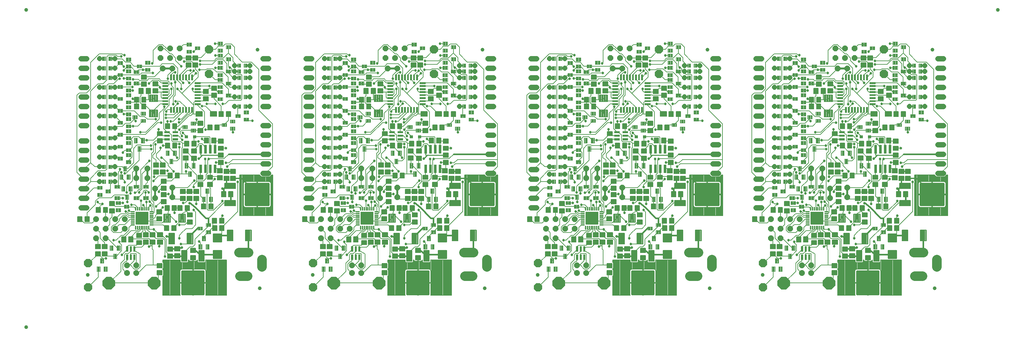
<source format=gtl>
G04 FAB 3000 Version 5.10.2 - Professional Gerber/CAM Software*
G04 RS274-X Output*
%FSDAX24Y24*%
%MIA0B0*%
%MOIN*%
%SFA1.000000B1.000000*%

%IPPOS*%
%AMOC8-D18_R9000*
4,1,8,-0.027877,0.067300,
-0.067300,0.027877,
-0.067300,-0.027877,
-0.027877,-0.067300,
0.027877,-0.067300,
0.067300,-0.027877,
0.067300,0.027877,
0.027877,0.067300,
-0.027877,0.067300,0.0*
%
%AMOC8-D16_0_R9000*
4,1,8,-0.011494,0.027750,
-0.027750,0.011494,
-0.027750,-0.011494,
-0.011494,-0.027750,
0.011494,-0.027750,
0.027750,-0.011494,
0.027750,0.011494,
0.011494,0.027750,
-0.011494,0.027750,0.0*
%
%AMOC8-D11_R9000*
4,1,8,-0.013255,0.032000,
-0.032000,0.013255,
-0.032000,-0.013255,
-0.013255,-0.032000,
0.013255,-0.032000,
0.032000,-0.013255,
0.032000,0.013255,
0.013255,0.032000,
-0.013255,0.032000,0.0*
%
%AMOC8-D33_R9000*
4,1,8,-0.027048,0.065300,
-0.065300,0.027048,
-0.065300,-0.027048,
-0.027048,-0.065300,
0.027048,-0.065300,
0.065300,-0.027048,
0.065300,0.027048,
0.027048,0.065300,
-0.027048,0.065300,0.0*
%
%AMOC8-D32_R9000*
4,1,8,-0.011888,0.028700,
-0.028700,0.011888,
-0.028700,-0.011888,
-0.011888,-0.028700,
0.011888,-0.028700,
0.028700,-0.011888,
0.028700,0.011888,
0.011888,0.028700,
-0.011888,0.028700,0.0*
%
%AMOC8-D26_R9000*
4,1,8,-0.010666,0.025750,
-0.025750,0.010666,
-0.025750,-0.010666,
-0.010666,-0.025750,
0.010666,-0.025750,
0.025750,-0.010666,
0.025750,0.010666,
0.010666,0.025750,
-0.010666,0.025750,0.0*
%
%AMOC8-D22_R9000*
4,1,8,-0.012302,0.029700,
-0.029700,0.012302,
-0.029700,-0.012302,
-0.012302,-0.029700,
0.012302,-0.029700,
0.029700,-0.012302,
0.029700,0.012302,
0.012302,0.029700,
-0.012302,0.029700,0.0*
%
%AMOC8-D20_R9000*
4,1,8,-0.017811,0.043000,
-0.043000,0.017811,
-0.043000,-0.017811,
-0.017811,-0.043000,
0.017811,-0.043000,
0.043000,-0.017811,
0.043000,0.017811,
0.017811,0.043000,
-0.017811,0.043000,0.0*
%
%AMOC8-D10_R9000*
4,1,8,-0.012426,0.030000,
-0.030000,0.012426,
-0.030000,-0.012426,
-0.012426,-0.030000,
0.012426,-0.030000,
0.030000,-0.012426,
0.030000,0.012426,
0.012426,0.030000,
-0.012426,0.030000,0.0*
%
%AMOC8-D17_0_R9000*
4,1,8,-0.012716,0.030700,
-0.030700,0.012716,
-0.030700,-0.012716,
-0.012716,-0.030700,
0.012716,-0.030700,
0.030700,-0.012716,
0.030700,0.012716,
0.012716,0.030700,
-0.012716,0.030700,0.0*
%
%AMOC8-D15_0_R9000*
4,1,8,-0.013131,0.031700,
-0.031700,0.013131,
-0.031700,-0.013131,
-0.013131,-0.031700,
0.013131,-0.031700,
0.031700,-0.013131,
0.031700,0.013131,
0.013131,0.031700,
-0.013131,0.031700,0.0*
%
%AMOC8-D14_0_R9000*
4,1,8,-0.018640,0.045000,
-0.045000,0.018640,
-0.045000,-0.018640,
-0.018640,-0.045000,
0.018640,-0.045000,
0.045000,-0.018640,
0.045000,0.018640,
0.018640,0.045000,
-0.018640,0.045000,0.0*
%
%AMOC8-D17_R9000*
4,1,8,-0.027048,0.065300,
-0.065300,0.027048,
-0.065300,-0.027048,
-0.027048,-0.065300,
0.027048,-0.065300,
0.065300,-0.027048,
0.065300,0.027048,
0.027048,0.065300,
-0.027048,0.065300,0.0*
%
%AMOC8-D16_R9000*
4,1,8,-0.011888,0.028700,
-0.028700,0.011888,
-0.028700,-0.011888,
-0.011888,-0.028700,
0.011888,-0.028700,
0.028700,-0.011888,
0.028700,0.011888,
0.011888,0.028700,
-0.011888,0.028700,0.0*
%
%AMOC8-D15_R9000*
4,1,8,-0.010666,0.025750,
-0.025750,0.010666,
-0.025750,-0.010666,
-0.010666,-0.025750,
0.010666,-0.025750,
0.025750,-0.010666,
0.025750,0.010666,
0.010666,0.025750,
-0.010666,0.025750,0.0*
%
%AMOC8-D14_R9000*
4,1,8,-0.012302,0.029700,
-0.029700,0.012302,
-0.029700,-0.012302,
-0.012302,-0.029700,
0.012302,-0.029700,
0.029700,-0.012302,
0.029700,0.012302,
0.012302,0.029700,
-0.012302,0.029700,0.0*
%
%AMOC8-D13_R9000*
4,1,8,-0.017811,0.043000,
-0.043000,0.017811,
-0.043000,-0.017811,
-0.017811,-0.043000,
0.017811,-0.043000,
0.043000,-0.017811,
0.043000,0.017811,
0.017811,0.043000,
-0.017811,0.043000,0.0*
%
%ADD11C,0.055000*%
%ADD12C,0.098400*%
%ADD18C,0.016000*%
%ADD19C,0.007000*%
%ADD20C,0.027000*%
%ADD21C,0.130000*%
%ADD23C,0.059000*%
%ADD24C,0.102400*%
%ADD30C,0.029700*%
%ADD31C,0.000000*%
%ADD32C,0.004000*%
%ADD33C,0.001100*%
%ADD34C,0.013600*%
%ADD35C,0.005100*%
%ADD36C,0.003900*%
%ADD37C,0.006800*%
%ADD38C,0.002000*%
%ADD39C,0.007900*%
%ADD41C,0.001800*%
%ADD43R,0.050000X0.020000*%
%ADD44R,0.020000X0.050000*%
%ADD45C,0.012000*%
%ADD47C,0.002400*%
%ADD48C,0.000700*%
%ADD49R,0.007500X0.007500*%
%ADD50C,0.006300*%
%ADD51C,0.019500*%
%ADD54C,0.002800*%
%ADD55C,0.009400*%
%ADD56C,0.039400*%
%ADD57C,0.005500*%
%ADD58C,0.010000*%
%ADD105C,0.070900*%
%ADD107OC8-D18_R9000*%
%ADD109OC8-D16_0_R9000*%
%ADD112OC8-D11_R9000*%
%ADD117OC8-D33_R9000*%
%ADD118OC8-D32_R9000*%
%ADD119OC8-D26_R9000*%
%ADD120OC8-D22_R9000*%
%ADD121OC8-D20_R9000*%
%ADD122OC8-D10_R9000*%
%ADD123OC8-D17_0_R9000*%
%ADD124OC8-D15_0_R9000*%
%ADD125OC8-D14_0_R9000*%
%ADD126OC8-D17_R9000*%
%ADD127OC8-D16_R9000*%
%ADD128OC8-D15_R9000*%
%ADD129OC8-D14_R9000*%
%ADD130OC8-D13_R9000*%
%LNam010_0*%
%LPD*%
G54D56*
X104000Y035700D03*
X002500Y035700D03*
X002500Y002500D03*
G54D20*
X015319Y010930D03*
X015299Y016590D03*
G54D19*
X014449Y018970D02*
G01X015359Y019880D01*
X015278Y012821D02*
G01X015374Y012725D01*
X014659Y011770D02*
G01X015329Y011770D01*
G54D120*
X015149Y018100D03*
X015149Y019100D03*
G54D20*
X014784Y013705D03*
X014729Y015270D03*
G54D19*
X014729Y015270D02*
G01X014869Y015130D01*
X014719Y016700D02*
G01X014859Y016840D01*
X014829Y013900D02*
G01X014589Y013900D01*
X014829Y013750D02*
G01X014784Y013705D01*
X014559Y010870D02*
G01X014839Y011150D01*
G54D36*
X014775Y021778D02*
G01X014775Y022290D01*
X014851Y021778D02*
G01X014495Y021778D01*
X014495Y022290D02*
G01X014851Y022290D01*
X014781Y017369D02*
G01X014781Y017013D01*
X014781Y016188D02*
G01X014781Y015832D01*
G54D35*
X014809Y012385D02*
G01X014809Y011923D01*
X014809Y011637D02*
G01X014809Y011175D01*
G54D34*
X014795Y014511D02*
G01X014795Y013289D01*
G54D20*
X014489Y015720D03*
G54D19*
X014289Y016650D02*
G01X014589Y016950D01*
X014529Y021550D02*
G01X014569Y021510D01*
X014589Y016950D02*
G01X014589Y018540D01*
X014199Y016040D02*
G01X014719Y016560D01*
X013959Y011730D02*
G01X014619Y011730D01*
X014679Y012530D02*
G01X014289Y012140D01*
X013959Y010870D02*
G01X014559Y010870D01*
X014619Y011730D02*
G01X014659Y011770D01*
X014639Y022040D02*
G01X014259Y022420D01*
G54D36*
X014585Y022290D02*
G01X014585Y021778D01*
G54D34*
X014525Y014511D02*
G01X014525Y013289D01*
G54D19*
X013599Y013210D02*
G01X013605Y013211D01*
G54D35*
X013614Y011410D02*
G01X013614Y011950D01*
X013664Y011950D02*
G01X013664Y011410D01*
G54D33*
X013567Y013161D02*
G01X013567Y013261D01*
X013577Y013261D02*
G01X013577Y013161D01*
X013587Y013161D02*
G01X013587Y013261D01*
X013597Y013261D02*
G01X013597Y013161D01*
X013607Y013161D02*
G01X013607Y013261D01*
X013617Y013261D02*
G01X013617Y013161D01*
X013627Y013161D02*
G01X013627Y013261D01*
X013637Y013261D02*
G01X013637Y013161D01*
X013647Y013161D02*
G01X013647Y013261D01*
X013657Y013261D02*
G01X013657Y013161D01*
X013667Y013161D02*
G01X013667Y013261D01*
X013677Y013261D02*
G01X013677Y013161D01*
G54D19*
X013433Y011680D02*
G01X013509Y011756D01*
X013519Y011790D02*
G01X013433Y011680D01*
X013519Y012010D02*
G01X013519Y011790D01*
X013519Y013230D02*
G01X013519Y013211D01*
G54D38*
X013487Y010082D02*
G01X013487Y009552D01*
X013487Y010949D02*
G01X013487Y010419D01*
G54D36*
X013475Y016728D02*
G01X013475Y017240D01*
G54D35*
X013514Y011410D02*
G01X013514Y011950D01*
G54D33*
X013487Y014539D02*
G01X013487Y014639D01*
X013487Y014343D02*
G01X013487Y014443D01*
X013487Y014146D02*
G01X013487Y014246D01*
X013487Y013949D02*
G01X013487Y014049D01*
X013487Y013752D02*
G01X013487Y013852D01*
X013487Y013555D02*
G01X013487Y013655D01*
X013487Y013358D02*
G01X013487Y013458D01*
X013487Y013161D02*
G01X013487Y013261D01*
X013637Y013458D02*
G01X013637Y013358D01*
X013647Y013358D02*
G01X013647Y013458D01*
X013657Y013458D02*
G01X013657Y013358D01*
X013667Y013358D02*
G01X013667Y013458D01*
X013677Y013458D02*
G01X013677Y013358D01*
X013627Y013358D02*
G01X013627Y013458D01*
X013617Y013458D02*
G01X013617Y013358D01*
X013607Y013358D02*
G01X013607Y013458D01*
X013597Y013458D02*
G01X013597Y013358D01*
X013587Y013358D02*
G01X013587Y013458D01*
X013577Y013458D02*
G01X013577Y013358D01*
X013567Y013358D02*
G01X013567Y013458D01*
X013497Y014639D02*
G01X013497Y014539D01*
X013507Y014539D02*
G01X013507Y014639D01*
X013497Y014443D02*
G01X013497Y014343D01*
X013507Y014343D02*
G01X013507Y014443D01*
X013497Y014246D02*
G01X013497Y014146D01*
X013507Y014146D02*
G01X013507Y014246D01*
X013497Y014049D02*
G01X013497Y013949D01*
X013507Y013949D02*
G01X013507Y014049D01*
X013497Y013852D02*
G01X013497Y013752D01*
X013507Y013752D02*
G01X013507Y013852D01*
X013497Y013655D02*
G01X013497Y013555D01*
X013497Y013261D02*
G01X013497Y013161D01*
X013507Y013161D02*
G01X013507Y013261D01*
X013507Y013358D02*
G01X013507Y013458D01*
X013497Y013458D02*
G01X013497Y013358D01*
X013507Y013555D02*
G01X013507Y013655D01*
X013537Y014639D02*
G01X013537Y014539D01*
X013547Y014539D02*
G01X013547Y014639D01*
X013537Y014443D02*
G01X013537Y014343D01*
X013547Y014343D02*
G01X013547Y014443D01*
X013537Y014246D02*
G01X013537Y014146D01*
X013547Y014146D02*
G01X013547Y014246D01*
X013537Y014049D02*
G01X013537Y013949D01*
X013547Y013949D02*
G01X013547Y014049D01*
X013537Y013852D02*
G01X013537Y013752D01*
X013547Y013752D02*
G01X013547Y013852D01*
X013537Y013458D02*
G01X013537Y013358D01*
X013547Y013358D02*
G01X013547Y013458D01*
X013547Y013161D02*
G01X013547Y013261D01*
X013537Y013261D02*
G01X013537Y013161D01*
X013547Y013555D02*
G01X013547Y013655D01*
X013537Y013655D02*
G01X013537Y013555D01*
X013637Y013655D02*
G01X013637Y013555D01*
X013647Y013555D02*
G01X013647Y013655D01*
X013657Y013655D02*
G01X013657Y013555D01*
X013667Y013555D02*
G01X013667Y013655D01*
X013677Y013655D02*
G01X013677Y013555D01*
X013627Y013555D02*
G01X013627Y013655D01*
X013617Y013655D02*
G01X013617Y013555D01*
X013607Y013555D02*
G01X013607Y013655D01*
X013597Y013655D02*
G01X013597Y013555D01*
X013587Y013555D02*
G01X013587Y013655D01*
X013577Y013655D02*
G01X013577Y013555D01*
X013567Y013555D02*
G01X013567Y013655D01*
X013433Y013555D02*
G01X013777Y013555D01*
X013697Y013655D02*
G01X013697Y013555D01*
X013687Y013555D02*
G01X013687Y013655D01*
G54D19*
X013605Y013802D02*
G01X013619Y013790D01*
X013599Y013780D02*
G01X013605Y013802D01*
G54D33*
X013637Y013852D02*
G01X013637Y013752D01*
X013647Y013752D02*
G01X013647Y013852D01*
X013657Y013852D02*
G01X013657Y013752D01*
X013667Y013752D02*
G01X013667Y013852D01*
X013677Y013852D02*
G01X013677Y013752D01*
X013627Y013752D02*
G01X013627Y013852D01*
X013617Y013852D02*
G01X013617Y013752D01*
X013607Y013752D02*
G01X013607Y013852D01*
X013597Y013852D02*
G01X013597Y013752D01*
X013587Y013752D02*
G01X013587Y013852D01*
X013577Y013852D02*
G01X013577Y013752D01*
X013567Y013752D02*
G01X013567Y013852D01*
G54D38*
X013709Y009552D02*
G01X013709Y010082D01*
X013728Y010082D02*
G01X013728Y009552D01*
X013709Y010419D02*
G01X013709Y010949D01*
X013728Y010949D02*
G01X013728Y010419D01*
G54D33*
X013707Y013358D02*
G01X013707Y013458D01*
X013717Y013458D02*
G01X013717Y013358D01*
X013727Y013358D02*
G01X013727Y013458D01*
X013707Y013161D02*
G01X013707Y013261D01*
X013717Y013261D02*
G01X013717Y013161D01*
X013727Y013161D02*
G01X013727Y013261D01*
X013727Y013555D02*
G01X013727Y013655D01*
X013717Y013655D02*
G01X013717Y013555D01*
X013707Y013555D02*
G01X013707Y013655D01*
X013707Y014539D02*
G01X013707Y014639D01*
X013717Y014639D02*
G01X013717Y014539D01*
X013727Y014539D02*
G01X013727Y014639D01*
X013707Y014343D02*
G01X013707Y014443D01*
X013717Y014443D02*
G01X013717Y014343D01*
X013727Y014343D02*
G01X013727Y014443D01*
X013707Y014146D02*
G01X013707Y014246D01*
X013727Y013752D02*
G01X013727Y013852D01*
X013717Y013852D02*
G01X013717Y013752D01*
X013707Y013752D02*
G01X013707Y013852D01*
X013727Y013949D02*
G01X013727Y014049D01*
X013717Y014049D02*
G01X013717Y013949D01*
X013707Y013949D02*
G01X013707Y014049D01*
X013727Y014146D02*
G01X013727Y014246D01*
X013717Y014246D02*
G01X013717Y014146D01*
G54D19*
X013605Y013999D02*
G01X013619Y013990D01*
G54D33*
X013637Y014049D02*
G01X013637Y013949D01*
X013647Y013949D02*
G01X013647Y014049D01*
X013657Y014049D02*
G01X013657Y013949D01*
X013667Y013949D02*
G01X013667Y014049D01*
X013677Y014049D02*
G01X013677Y013949D01*
X013627Y013949D02*
G01X013627Y014049D01*
X013617Y014049D02*
G01X013617Y013949D01*
X013607Y013949D02*
G01X013607Y014049D01*
X013597Y014049D02*
G01X013597Y013949D01*
X013587Y013949D02*
G01X013587Y014049D01*
X013577Y014049D02*
G01X013577Y013949D01*
X013567Y013949D02*
G01X013567Y014049D01*
G54D38*
X013411Y009552D02*
G01X013411Y010082D01*
X013430Y010082D02*
G01X013430Y009552D01*
X013411Y010419D02*
G01X013411Y010949D01*
X013430Y010949D02*
G01X013430Y010419D01*
G54D35*
X013414Y011410D02*
G01X013414Y011950D01*
G54D33*
X013447Y013555D02*
G01X013447Y013655D01*
X013433Y013555D02*
G01X013433Y013655D01*
X013437Y013458D02*
G01X013437Y013358D01*
X013447Y013358D02*
G01X013447Y013458D01*
X013433Y013161D02*
G01X013433Y013261D01*
X013447Y013161D02*
G01X013447Y013261D01*
X013437Y013261D02*
G01X013437Y013161D01*
X013433Y013358D02*
G01X013433Y013458D01*
X013437Y013655D02*
G01X013437Y013555D01*
X013437Y014639D02*
G01X013437Y014539D01*
X013447Y014539D02*
G01X013447Y014639D01*
X013433Y014539D02*
G01X013433Y014639D01*
X013437Y014443D02*
G01X013437Y014343D01*
X013447Y014343D02*
G01X013447Y014443D01*
X013433Y014343D02*
G01X013433Y014443D01*
X013437Y014246D02*
G01X013437Y014146D01*
X013433Y013752D02*
G01X013433Y013852D01*
X013447Y013752D02*
G01X013447Y013852D01*
X013437Y013852D02*
G01X013437Y013752D01*
X013433Y013949D02*
G01X013433Y014049D01*
X013447Y013949D02*
G01X013447Y014049D01*
X013437Y014049D02*
G01X013437Y013949D01*
X013433Y014146D02*
G01X013433Y014246D01*
X013447Y014146D02*
G01X013447Y014246D01*
G54D19*
X013669Y013980D02*
G01X013605Y013999D01*
X013605Y013802D02*
G01X013669Y013800D01*
G54D33*
X013433Y013949D02*
G01X013777Y013949D01*
X013687Y013752D02*
G01X013687Y013852D01*
X013697Y013852D02*
G01X013697Y013752D01*
X013433Y013852D02*
G01X013777Y013852D01*
X013433Y013752D02*
G01X013777Y013752D01*
X013433Y013655D02*
G01X013777Y013655D01*
X013433Y014049D02*
G01X013777Y014049D01*
X013697Y014049D02*
G01X013697Y013949D01*
X013687Y013949D02*
G01X013687Y014049D01*
G54D19*
X013709Y019690D02*
G01X013709Y021190D01*
X013605Y014589D02*
G01X013669Y014600D01*
X013869Y015300D02*
G01X013479Y015300D01*
X013689Y022420D02*
G01X013439Y022170D01*
G54D33*
X013687Y014539D02*
G01X013687Y014639D01*
X013697Y014639D02*
G01X013697Y014539D01*
X013433Y014639D02*
G01X013777Y014639D01*
X013433Y014539D02*
G01X013777Y014539D01*
X013433Y014146D02*
G01X013777Y014146D01*
X013433Y014246D02*
G01X013777Y014246D01*
X013697Y014246D02*
G01X013697Y014146D01*
X013687Y014146D02*
G01X013687Y014246D01*
X013433Y014343D02*
G01X013777Y014343D01*
X013433Y014443D02*
G01X013777Y014443D01*
X013697Y014443D02*
G01X013697Y014343D01*
X013687Y014343D02*
G01X013687Y014443D01*
G54D19*
X013599Y014200D02*
G01X013605Y014196D01*
G54D33*
X013637Y014246D02*
G01X013637Y014146D01*
X013647Y014146D02*
G01X013647Y014246D01*
X013657Y014246D02*
G01X013657Y014146D01*
X013667Y014146D02*
G01X013667Y014246D01*
X013677Y014246D02*
G01X013677Y014146D01*
X013627Y014146D02*
G01X013627Y014246D01*
X013617Y014246D02*
G01X013617Y014146D01*
X013607Y014146D02*
G01X013607Y014246D01*
X013597Y014246D02*
G01X013597Y014146D01*
X013587Y014146D02*
G01X013587Y014246D01*
X013577Y014246D02*
G01X013577Y014146D01*
X013567Y014146D02*
G01X013567Y014246D01*
G54D19*
X013599Y014400D02*
G01X013605Y014393D01*
G54D33*
X013637Y014443D02*
G01X013637Y014343D01*
X013647Y014343D02*
G01X013647Y014443D01*
X013657Y014443D02*
G01X013657Y014343D01*
X013667Y014343D02*
G01X013667Y014443D01*
X013677Y014443D02*
G01X013677Y014343D01*
X013627Y014343D02*
G01X013627Y014443D01*
X013617Y014443D02*
G01X013617Y014343D01*
X013607Y014343D02*
G01X013607Y014443D01*
X013597Y014443D02*
G01X013597Y014343D01*
X013587Y014343D02*
G01X013587Y014443D01*
X013577Y014443D02*
G01X013577Y014343D01*
X013567Y014343D02*
G01X013567Y014443D01*
G54D19*
X013605Y014589D02*
G01X013609Y014590D01*
G54D33*
X013567Y014539D02*
G01X013567Y014639D01*
X013577Y014639D02*
G01X013577Y014539D01*
X013587Y014539D02*
G01X013587Y014639D01*
X013597Y014639D02*
G01X013597Y014539D01*
X013607Y014539D02*
G01X013607Y014639D01*
X013617Y014639D02*
G01X013617Y014539D01*
X013627Y014539D02*
G01X013627Y014639D01*
X013677Y014639D02*
G01X013677Y014539D01*
X013667Y014539D02*
G01X013667Y014639D01*
X013657Y014639D02*
G01X013657Y014539D01*
X013647Y014539D02*
G01X013647Y014639D01*
X013637Y014639D02*
G01X013637Y014539D01*
G54D19*
X013949Y011740D02*
G01X013959Y011730D01*
G54D33*
X013950Y013088D02*
G01X013950Y012744D01*
X013940Y012744D02*
G01X013940Y013088D01*
X013930Y013088D02*
G01X013930Y012744D01*
X013920Y012744D02*
G01X013920Y013088D01*
X013910Y013088D02*
G01X013910Y012744D01*
X013900Y012744D02*
G01X013900Y013088D01*
X013890Y013088D02*
G01X013890Y012744D01*
X013880Y012744D02*
G01X013880Y013088D01*
X013870Y013088D02*
G01X013870Y012744D01*
X013860Y012744D02*
G01X013860Y013088D01*
G54D19*
X014097Y014885D02*
G01X014079Y014860D01*
X014079Y015080D02*
G01X014069Y015100D01*
X014089Y015050D02*
G01X014079Y015080D01*
X014079Y014860D02*
G01X014089Y015050D01*
G54D36*
X014103Y022290D02*
G01X014103Y021778D01*
X014085Y016188D02*
G01X014085Y015832D01*
X014085Y017369D02*
G01X014085Y017013D01*
G54D35*
X014109Y011577D02*
G01X014109Y011115D01*
X014109Y012325D02*
G01X014109Y011863D01*
G54D34*
X014120Y013289D02*
G01X014120Y014511D01*
G54D33*
X014097Y014713D02*
G01X014097Y015057D01*
X014147Y014713D02*
G01X014047Y014713D01*
X014097Y012744D02*
G01X014097Y013088D01*
X014147Y012744D02*
G01X014047Y012744D01*
X014047Y013088D02*
G01X014147Y013088D01*
X014047Y015057D02*
G01X014147Y015057D01*
G54D36*
X014325Y020911D02*
G01X014325Y021423D01*
X014363Y021423D02*
G01X014363Y020911D01*
G54D35*
X014359Y011115D02*
G01X014359Y011577D01*
X014359Y011863D02*
G01X014359Y012325D01*
G54D33*
X014304Y015057D02*
G01X014304Y014713D01*
X014314Y014713D02*
G01X014314Y015057D01*
X014324Y015057D02*
G01X014324Y014713D01*
X014334Y014713D02*
G01X014334Y015057D01*
X014304Y013088D02*
G01X014304Y012744D01*
X014314Y012744D02*
G01X014314Y013088D01*
X014324Y013088D02*
G01X014324Y012744D01*
X014334Y012744D02*
G01X014334Y013088D01*
X014344Y013088D02*
G01X014344Y012744D01*
X014344Y015057D02*
G01X014344Y014713D01*
G54D19*
X014449Y017010D02*
G01X014449Y018970D01*
G54D36*
X014439Y021423D02*
G01X014439Y020911D01*
G54D35*
X014459Y011115D02*
G01X014459Y011577D01*
X014459Y011863D02*
G01X014459Y012325D01*
G54D33*
X014441Y015057D02*
G01X014441Y014713D01*
X014451Y014713D02*
G01X014451Y015057D01*
X014461Y015057D02*
G01X014461Y014713D01*
X014471Y014713D02*
G01X014471Y015057D01*
X014481Y015057D02*
G01X014481Y014713D01*
X014441Y013088D02*
G01X014441Y012744D01*
X014451Y012744D02*
G01X014451Y013088D01*
X014461Y013088D02*
G01X014461Y012744D01*
X014471Y012744D02*
G01X014471Y013088D01*
X014481Y013088D02*
G01X014481Y012744D01*
X014441Y012744D02*
G01X014441Y013088D01*
X014441Y014713D02*
G01X014441Y015057D01*
G54D36*
X014547Y021778D02*
G01X014547Y022290D01*
G54D35*
X014559Y011577D02*
G01X014559Y011115D01*
X014559Y012325D02*
G01X014559Y011863D01*
G54D33*
X014501Y015057D02*
G01X014501Y014713D01*
X014511Y014713D02*
G01X014511Y015057D01*
X014521Y015057D02*
G01X014521Y014713D01*
X014531Y014713D02*
G01X014531Y015057D01*
X014501Y013088D02*
G01X014501Y012744D01*
X014511Y012744D02*
G01X014511Y013088D01*
X014521Y013088D02*
G01X014521Y012744D01*
X014531Y012744D02*
G01X014531Y013088D01*
X014541Y013088D02*
G01X014541Y012744D01*
X014541Y015057D02*
G01X014541Y014713D01*
G54D36*
X014623Y021778D02*
G01X014623Y022290D01*
X014661Y022290D02*
G01X014661Y021778D01*
G54D33*
X014637Y015057D02*
G01X014637Y014713D01*
X014647Y014713D02*
G01X014647Y015057D01*
X014657Y015057D02*
G01X014657Y014713D01*
X014667Y014713D02*
G01X014667Y015057D01*
X014677Y015057D02*
G01X014677Y014713D01*
X014637Y013088D02*
G01X014637Y012744D01*
X014647Y012744D02*
G01X014647Y013088D01*
X014657Y013088D02*
G01X014657Y012744D01*
X014667Y012744D02*
G01X014667Y013088D01*
X014677Y013088D02*
G01X014677Y012744D01*
X014637Y012744D02*
G01X014637Y013088D01*
X014637Y014713D02*
G01X014637Y015057D01*
G54D19*
X014673Y022034D02*
G01X014679Y022040D01*
X014719Y016560D02*
G01X014719Y016700D01*
X014679Y012910D02*
G01X014679Y012530D01*
X014687Y012916D02*
G01X014679Y012910D01*
X014673Y022034D02*
G01X014639Y022040D01*
X014709Y022060D02*
G01X014673Y022034D01*
G54D36*
X014699Y021778D02*
G01X014699Y022290D01*
G54D34*
X014660Y013289D02*
G01X014660Y014511D01*
G54D33*
X014687Y014713D02*
G01X014687Y015057D01*
X014737Y014713D02*
G01X014637Y014713D01*
X014687Y012744D02*
G01X014687Y013088D01*
X014737Y012744D02*
G01X014637Y012744D01*
X014637Y013088D02*
G01X014737Y013088D01*
X014637Y015057D02*
G01X014737Y015057D01*
G54D36*
X014933Y017369D02*
G01X014933Y017013D01*
X014933Y016188D02*
G01X014933Y015832D01*
G54D33*
X014894Y015057D02*
G01X014894Y014713D01*
X014904Y014713D02*
G01X014904Y015057D01*
X014914Y015057D02*
G01X014914Y014713D01*
X014924Y014713D02*
G01X014924Y015057D01*
X014894Y013088D02*
G01X014894Y012744D01*
X014904Y012744D02*
G01X014904Y013088D01*
X014914Y013088D02*
G01X014914Y012744D01*
X014924Y012744D02*
G01X014924Y013088D01*
X014934Y013088D02*
G01X014934Y012744D01*
X014934Y015057D02*
G01X014934Y014713D01*
G54D19*
X015139Y017620D02*
G01X015139Y018100D01*
G54D36*
X015123Y017013D02*
G01X015123Y017369D01*
X015123Y015832D02*
G01X015123Y016188D01*
G54D35*
X015109Y012385D02*
G01X015109Y011923D01*
X015109Y011637D02*
G01X015109Y011175D01*
G54D33*
X015091Y015057D02*
G01X015091Y014713D01*
X015101Y014713D02*
G01X015101Y015057D01*
X015111Y015057D02*
G01X015111Y014713D01*
X015121Y014713D02*
G01X015121Y015057D01*
X015091Y013088D02*
G01X015091Y012744D01*
X015101Y012744D02*
G01X015101Y013088D01*
X015111Y013088D02*
G01X015111Y012744D01*
X015121Y012744D02*
G01X015121Y013088D01*
X015131Y013088D02*
G01X015131Y012744D01*
X015131Y015057D02*
G01X015131Y014713D01*
G54D36*
X015237Y017369D02*
G01X015237Y017013D01*
X015237Y016188D02*
G01X015237Y015832D01*
G54D35*
X015209Y012385D02*
G01X015209Y011923D01*
X015209Y011637D02*
G01X015209Y011175D01*
G54D33*
X015228Y015057D02*
G01X015228Y014713D01*
X015238Y014713D02*
G01X015238Y015057D01*
X015248Y015057D02*
G01X015248Y014713D01*
X015258Y014713D02*
G01X015258Y015057D01*
X015268Y015057D02*
G01X015268Y014713D01*
X015228Y013088D02*
G01X015228Y012744D01*
X015238Y012744D02*
G01X015238Y013088D01*
X015248Y013088D02*
G01X015248Y012744D01*
X015258Y012744D02*
G01X015258Y013088D01*
X015268Y013088D02*
G01X015268Y012744D01*
X015228Y013088D02*
G01X015228Y012744D01*
X015228Y014713D02*
G01X015228Y015057D01*
G54D19*
X015279Y014920D02*
G01X015279Y015070D01*
X015278Y014885D02*
G01X015279Y014920D01*
X015259Y014820D02*
G01X015278Y014885D01*
X015299Y016600D02*
G01X015299Y016590D01*
X015278Y012916D02*
G01X015278Y012821D01*
X015309Y012520D02*
G01X015289Y012520D01*
G54D36*
X015275Y017013D02*
G01X015275Y017369D01*
X015275Y015832D02*
G01X015275Y016188D01*
G54D35*
X015259Y011923D02*
G01X015259Y012385D01*
X015259Y011175D02*
G01X015259Y011637D01*
G54D33*
X015278Y014713D02*
G01X015278Y015057D01*
X015328Y014713D02*
G01X015228Y014713D01*
X015278Y012744D02*
G01X015278Y013088D01*
X015228Y013088D02*
G01X015328Y013088D01*
X015328Y012744D02*
G01X015228Y012744D01*
X015228Y015057D02*
G01X015328Y015057D01*
X015288Y015057D02*
G01X015288Y014713D01*
X015298Y014713D02*
G01X015298Y015057D01*
X015308Y015057D02*
G01X015308Y014713D01*
X015318Y014713D02*
G01X015318Y015057D01*
X015328Y013088D02*
G01X015328Y012744D01*
X015318Y012744D02*
G01X015318Y013088D01*
X015308Y013088D02*
G01X015308Y012744D01*
X015298Y012744D02*
G01X015298Y013088D01*
X015288Y013088D02*
G01X015288Y012744D01*
X015328Y015057D02*
G01X015328Y014713D01*
X015415Y014539D02*
G01X015415Y014639D01*
X015425Y014639D02*
G01X015425Y014539D01*
X015435Y014539D02*
G01X015435Y014639D01*
X015445Y014639D02*
G01X015445Y014539D01*
X015455Y014539D02*
G01X015455Y014639D01*
X015465Y014639D02*
G01X015465Y014539D01*
X015475Y014539D02*
G01X015475Y014639D01*
X015401Y014539D02*
G01X015401Y014639D01*
X015405Y014639D02*
G01X015405Y014539D01*
X015675Y013949D02*
G01X015675Y014049D01*
X015685Y014049D02*
G01X015685Y013949D01*
X015695Y013949D02*
G01X015695Y014049D01*
X015675Y014146D02*
G01X015675Y014246D01*
X015685Y014246D02*
G01X015685Y014146D01*
X015695Y014146D02*
G01X015695Y014246D01*
X015675Y014539D02*
G01X015675Y014639D01*
X015685Y014639D02*
G01X015685Y014539D01*
X015695Y014539D02*
G01X015695Y014639D01*
X015695Y014343D02*
G01X015695Y014443D01*
X015685Y014443D02*
G01X015685Y014343D01*
X015675Y014343D02*
G01X015675Y014443D01*
G54D20*
X015839Y018220D03*
G54D19*
X015724Y020245D02*
G01X016039Y019980D01*
X015724Y020500D02*
G01X015724Y020245D01*
X015999Y020750D02*
G01X015724Y020500D01*
G54D33*
X015705Y014049D02*
G01X015705Y013949D01*
X015715Y013949D02*
G01X015715Y014049D01*
X015705Y014246D02*
G01X015705Y014146D01*
X015715Y014146D02*
G01X015715Y014246D01*
X015705Y014639D02*
G01X015705Y014539D01*
X015715Y014539D02*
G01X015715Y014639D01*
X015715Y014343D02*
G01X015715Y014443D01*
X015705Y014443D02*
G01X015705Y014343D01*
X015585Y014049D02*
G01X015585Y013949D01*
X015595Y013949D02*
G01X015595Y014049D01*
X015605Y014049D02*
G01X015605Y013949D01*
X015585Y014246D02*
G01X015585Y014146D01*
X015595Y014146D02*
G01X015595Y014246D01*
X015605Y014246D02*
G01X015605Y014146D01*
X015585Y014639D02*
G01X015585Y014539D01*
X015595Y014539D02*
G01X015595Y014639D01*
X015605Y014639D02*
G01X015605Y014539D01*
X015605Y014443D02*
G01X015605Y014343D01*
X015595Y014343D02*
G01X015595Y014443D01*
X015585Y014443D02*
G01X015585Y014343D01*
G54D19*
X015629Y015080D02*
G01X015629Y014630D01*
G54D33*
X015615Y013949D02*
G01X015615Y014049D01*
X015625Y014049D02*
G01X015625Y013949D01*
X015615Y014146D02*
G01X015615Y014246D01*
X015625Y014246D02*
G01X015625Y014146D01*
X015615Y014539D02*
G01X015615Y014639D01*
X015625Y014639D02*
G01X015625Y014539D01*
X015625Y014443D02*
G01X015625Y014343D01*
X015615Y014343D02*
G01X015615Y014443D01*
X015635Y013949D02*
G01X015635Y014049D01*
X015645Y014049D02*
G01X015645Y013949D01*
X015655Y013949D02*
G01X015655Y014049D01*
X015635Y014146D02*
G01X015635Y014246D01*
X015645Y014246D02*
G01X015645Y014146D01*
X015655Y014343D02*
G01X015655Y014443D01*
X015635Y014539D02*
G01X015635Y014639D01*
X015645Y014639D02*
G01X015645Y014539D01*
X015655Y014539D02*
G01X015655Y014639D01*
X015645Y014443D02*
G01X015645Y014343D01*
X015635Y014343D02*
G01X015635Y014443D01*
X015655Y014146D02*
G01X015655Y014246D01*
X015495Y013949D02*
G01X015495Y014049D01*
X015505Y014049D02*
G01X015505Y013949D01*
X015515Y013949D02*
G01X015515Y014049D01*
X015495Y014146D02*
G01X015495Y014246D01*
X015505Y014246D02*
G01X015505Y014146D01*
X015515Y014146D02*
G01X015515Y014246D01*
X015495Y014539D02*
G01X015495Y014639D01*
X015505Y014639D02*
G01X015505Y014539D01*
X015515Y014539D02*
G01X015515Y014639D01*
X015515Y014343D02*
G01X015515Y014443D01*
X015505Y014443D02*
G01X015505Y014343D01*
X015495Y014343D02*
G01X015495Y014443D01*
X015525Y014049D02*
G01X015525Y013949D01*
X015535Y013949D02*
G01X015535Y014049D01*
X015525Y014246D02*
G01X015525Y014146D01*
X015535Y014146D02*
G01X015535Y014246D01*
X015525Y014639D02*
G01X015525Y014539D01*
X015535Y014539D02*
G01X015535Y014639D01*
X015535Y014343D02*
G01X015535Y014443D01*
X015525Y014443D02*
G01X015525Y014343D01*
X015545Y014049D02*
G01X015545Y013949D01*
X015555Y013949D02*
G01X015555Y014049D01*
X015565Y014049D02*
G01X015565Y013949D01*
X015545Y014246D02*
G01X015545Y014146D01*
X015555Y014146D02*
G01X015555Y014246D01*
X015565Y014443D02*
G01X015565Y014343D01*
X015545Y014639D02*
G01X015545Y014539D01*
X015555Y014539D02*
G01X015555Y014639D01*
X015565Y014639D02*
G01X015565Y014539D01*
X015555Y014343D02*
G01X015555Y014443D01*
X015545Y014443D02*
G01X015545Y014343D01*
X015565Y014246D02*
G01X015565Y014146D01*
X015415Y014343D02*
G01X015415Y014443D01*
X015425Y014443D02*
G01X015425Y014343D01*
X015435Y014343D02*
G01X015435Y014443D01*
X015445Y014443D02*
G01X015445Y014343D01*
X015455Y014343D02*
G01X015455Y014443D01*
X015465Y014443D02*
G01X015465Y014343D01*
X015475Y014343D02*
G01X015475Y014443D01*
X015401Y014343D02*
G01X015401Y014443D01*
X015405Y014443D02*
G01X015405Y014343D01*
X015405Y014049D02*
G01X015405Y013949D01*
X015401Y013949D02*
G01X015401Y014049D01*
X015475Y013949D02*
G01X015475Y014049D01*
X015465Y014049D02*
G01X015465Y013949D01*
X015455Y013949D02*
G01X015455Y014049D01*
X015445Y014049D02*
G01X015445Y013949D01*
X015435Y013949D02*
G01X015435Y014049D01*
X015425Y014049D02*
G01X015425Y013949D01*
X015415Y013949D02*
G01X015415Y014049D01*
X015415Y014146D02*
G01X015415Y014246D01*
X015425Y014246D02*
G01X015425Y014146D01*
X015435Y014146D02*
G01X015435Y014246D01*
X015445Y014246D02*
G01X015445Y014146D01*
X015455Y014146D02*
G01X015455Y014246D01*
X015465Y014246D02*
G01X015465Y014146D01*
X015475Y014146D02*
G01X015475Y014246D01*
X015401Y014146D02*
G01X015401Y014246D01*
X015405Y014246D02*
G01X015405Y014146D01*
X015585Y013655D02*
G01X015585Y013555D01*
X015595Y013555D02*
G01X015595Y013655D01*
X015605Y013655D02*
G01X015605Y013555D01*
X015615Y013555D02*
G01X015615Y013655D01*
X015625Y013655D02*
G01X015625Y013555D01*
X015635Y013555D02*
G01X015635Y013655D01*
X015645Y013655D02*
G01X015645Y013555D01*
X015655Y013752D02*
G01X015655Y013852D01*
X015645Y013852D02*
G01X015645Y013752D01*
X015635Y013752D02*
G01X015635Y013852D01*
X015625Y013852D02*
G01X015625Y013752D01*
X015615Y013752D02*
G01X015615Y013852D01*
X015605Y013852D02*
G01X015605Y013752D01*
X015595Y013752D02*
G01X015595Y013852D01*
X015585Y013852D02*
G01X015585Y013752D01*
X015655Y013555D02*
G01X015655Y013655D01*
X015495Y013555D02*
G01X015495Y013655D01*
X015505Y013655D02*
G01X015505Y013555D01*
X015515Y013555D02*
G01X015515Y013655D01*
X015525Y013655D02*
G01X015525Y013555D01*
X015535Y013555D02*
G01X015535Y013655D01*
X015545Y013655D02*
G01X015545Y013555D01*
X015555Y013555D02*
G01X015555Y013655D01*
X015565Y013852D02*
G01X015565Y013752D01*
X015555Y013752D02*
G01X015555Y013852D01*
X015545Y013852D02*
G01X015545Y013752D01*
X015535Y013752D02*
G01X015535Y013852D01*
X015525Y013852D02*
G01X015525Y013752D01*
X015515Y013752D02*
G01X015515Y013852D01*
X015505Y013852D02*
G01X015505Y013752D01*
X015495Y013752D02*
G01X015495Y013852D01*
X015565Y013655D02*
G01X015565Y013555D01*
X015405Y013655D02*
G01X015405Y013555D01*
X015401Y013555D02*
G01X015401Y013655D01*
X015475Y013555D02*
G01X015475Y013655D01*
X015465Y013655D02*
G01X015465Y013555D01*
X015455Y013555D02*
G01X015455Y013655D01*
X015445Y013655D02*
G01X015445Y013555D01*
X015435Y013555D02*
G01X015435Y013655D01*
X015425Y013655D02*
G01X015425Y013555D01*
X015415Y013555D02*
G01X015415Y013655D01*
X015415Y013752D02*
G01X015415Y013852D01*
X015425Y013852D02*
G01X015425Y013752D01*
X015435Y013752D02*
G01X015435Y013852D01*
X015445Y013852D02*
G01X015445Y013752D01*
X015455Y013752D02*
G01X015455Y013852D01*
X015465Y013852D02*
G01X015465Y013752D01*
X015475Y013752D02*
G01X015475Y013852D01*
X015401Y013752D02*
G01X015401Y013852D01*
X015405Y013852D02*
G01X015405Y013752D01*
X015405Y013458D02*
G01X015405Y013358D01*
X015401Y013358D02*
G01X015401Y013458D01*
X015475Y013358D02*
G01X015475Y013458D01*
X015465Y013458D02*
G01X015465Y013358D01*
X015455Y013358D02*
G01X015455Y013458D01*
X015445Y013458D02*
G01X015445Y013358D01*
X015435Y013358D02*
G01X015435Y013458D01*
X015425Y013458D02*
G01X015425Y013358D01*
X015415Y013358D02*
G01X015415Y013458D01*
G54D20*
X012499Y010060D03*
G54D19*
X012149Y015500D02*
G01X012599Y015500D01*
X012589Y015980D02*
G01X012059Y015980D01*
X012739Y009560D02*
G01X012379Y009200D01*
X012219Y011320D02*
G01X012459Y011080D01*
X012679Y012100D02*
G01X012419Y012100D01*
X012629Y014210D02*
G01X012209Y013790D01*
X011799Y015120D02*
G01X012982Y015120D01*
X012459Y010480D02*
G01X011919Y009940D01*
X012419Y012100D02*
G01X011899Y011580D01*
X012799Y013220D02*
G01X012219Y013220D01*
X012389Y012390D02*
G01X012799Y012800D01*
X011629Y012390D02*
G01X012389Y012390D01*
X013029Y014350D02*
G01X012349Y014350D01*
X011679Y016320D02*
G01X012789Y016320D01*
X010779Y014740D02*
G01X010779Y013820D01*
X011439Y014660D02*
G01X011439Y014020D01*
X012349Y014350D02*
G01X011799Y013800D01*
G54D122*
X011799Y013800D03*
G54D19*
X011449Y014676D02*
G01X011439Y014660D01*
X011459Y015420D02*
G01X011499Y015420D01*
X011449Y015424D02*
G01X011459Y015420D01*
X011399Y016040D02*
G01X011679Y016320D01*
G54D35*
X011469Y015655D02*
G01X011469Y015193D01*
X011179Y015655D02*
G01X011719Y015655D01*
X011469Y014907D02*
G01X011469Y014445D01*
X011179Y014907D02*
G01X011719Y014907D01*
X011719Y014445D02*
G01X011179Y014445D01*
X011719Y015193D02*
G01X011179Y015193D01*
G54D19*
X010773Y014750D02*
G01X010779Y014740D01*
G54D35*
X010704Y014480D02*
G01X010704Y015020D01*
X010754Y015020D02*
G01X010754Y014480D01*
X011179Y014445D02*
G01X011179Y014907D01*
X011419Y014445D02*
G01X011419Y014907D01*
X011369Y014907D02*
G01X011369Y014445D01*
X011319Y014445D02*
G01X011319Y014907D01*
X011269Y014907D02*
G01X011269Y014445D01*
X011219Y014445D02*
G01X011219Y014907D01*
X011004Y015020D02*
G01X011004Y014480D01*
X010954Y015020D02*
G01X010954Y014480D01*
X010904Y014480D02*
G01X010904Y015020D01*
X010854Y015020D02*
G01X010854Y014480D01*
X010804Y014480D02*
G01X010804Y015020D01*
X011179Y015193D02*
G01X011179Y015655D01*
X011419Y015193D02*
G01X011419Y015655D01*
X011369Y015655D02*
G01X011369Y015193D01*
X011319Y015193D02*
G01X011319Y015655D01*
X011269Y015655D02*
G01X011269Y015193D01*
X011219Y015193D02*
G01X011219Y015655D01*
G54D19*
X008849Y014470D02*
G01X009719Y015340D01*
X008559Y013390D02*
G01X009389Y013390D01*
X010019Y007720D02*
G01X008959Y006660D01*
X009979Y010140D02*
G01X009059Y009220D01*
G54D121*
X008959Y006650D03*
X008959Y009210D03*
G54D19*
X009719Y015340D02*
G01X009719Y015680D01*
X010025Y014750D02*
G01X010025Y014936D01*
X009389Y013390D02*
G01X009799Y013800D01*
G54D35*
X009906Y015020D02*
G01X009906Y014480D01*
X009956Y014480D02*
G01X009956Y015020D01*
X009794Y014480D02*
G01X009794Y015020D01*
X010006Y015020D02*
G01X010006Y014480D01*
X009856Y014480D02*
G01X009856Y015020D01*
X009806Y015020D02*
G01X009806Y014480D01*
G54D20*
X009959Y015580D03*
G54D19*
X009719Y015680D02*
G01X010079Y016040D01*
X010149Y015390D02*
G01X009959Y015580D01*
X010025Y014936D02*
G01X010469Y015380D01*
X010039Y014740D02*
G01X010025Y014750D01*
G54D36*
X010437Y016168D02*
G01X009925Y016168D01*
G54D122*
X009799Y013800D03*
G54D35*
X010256Y015020D02*
G01X009794Y015020D01*
X010256Y014480D02*
G01X009794Y014480D01*
X010056Y014480D02*
G01X010056Y015020D01*
G54D20*
X010469Y015380D03*
G54D19*
X010479Y015390D02*
G01X010149Y015390D01*
G54D35*
X010542Y014480D02*
G01X010542Y015020D01*
X010604Y014480D02*
G01X010604Y015020D01*
X010554Y015020D02*
G01X010554Y014480D01*
X010256Y015020D02*
G01X010256Y014480D01*
X010206Y015020D02*
G01X010206Y014480D01*
X010156Y014480D02*
G01X010156Y015020D01*
X010106Y015020D02*
G01X010106Y014480D01*
G54D19*
X008149Y013800D02*
G01X008095Y013800D01*
G54D35*
X007876Y014070D02*
G01X007876Y013530D01*
X007926Y013530D02*
G01X007926Y014070D01*
X007976Y014070D02*
G01X007976Y013530D01*
X008026Y013530D02*
G01X008026Y014070D01*
X008076Y014070D02*
G01X008076Y013530D01*
X008126Y013530D02*
G01X008126Y014070D01*
X008176Y014070D02*
G01X008176Y013530D01*
X008226Y013530D02*
G01X008226Y014070D01*
X008276Y014070D02*
G01X008276Y013530D01*
X007864Y013530D02*
G01X007864Y014070D01*
X008326Y013530D02*
G01X007864Y013530D01*
X008326Y014070D02*
G01X007864Y014070D01*
X008326Y014070D02*
G01X008326Y013530D01*
G54D19*
X008559Y013390D02*
G01X008149Y013800D01*
G54D11*
X008224Y016000D02*
G01X008774Y016000D01*
X008774Y015000D02*
G01X008224Y015000D01*
G54D36*
X009871Y008331D02*
G01X009871Y008843D01*
X009857Y008331D02*
G01X009857Y008843D01*
G54D35*
X009769Y009945D02*
G01X009769Y010407D01*
X009819Y010407D02*
G01X009819Y009945D01*
X009869Y009945D02*
G01X009869Y010407D01*
X009729Y009945D02*
G01X009729Y010407D01*
X009729Y010693D02*
G01X009729Y011155D01*
X009869Y010693D02*
G01X009869Y011155D01*
X009819Y011155D02*
G01X009819Y010693D01*
X009769Y010693D02*
G01X009769Y011155D01*
G54D19*
X010219Y012380D02*
G01X009799Y012800D01*
X009999Y011600D02*
G01X009799Y011800D01*
G54D36*
X009909Y008843D02*
G01X009909Y008331D01*
X009857Y008843D02*
G01X010213Y008843D01*
X010213Y008331D02*
G01X009857Y008331D01*
G54D35*
X009919Y010407D02*
G01X009919Y009945D01*
X009729Y010407D02*
G01X010269Y010407D01*
X010269Y009945D02*
G01X009729Y009945D01*
G54D122*
X009799Y012800D03*
X009799Y011800D03*
G54D35*
X010269Y010693D02*
G01X009729Y010693D01*
X009729Y011155D02*
G01X010269Y011155D01*
X009919Y011155D02*
G01X009919Y010693D01*
G54D19*
X010219Y011800D02*
G01X010219Y012380D01*
X009999Y011600D02*
G01X009999Y010924D01*
G54D35*
X010469Y010693D02*
G01X010469Y011155D01*
X010519Y011155D02*
G01X010519Y010693D01*
X010569Y010693D02*
G01X010569Y011155D01*
X010429Y010693D02*
G01X010429Y011155D01*
X009969Y010693D02*
G01X009969Y011155D01*
X010019Y011155D02*
G01X010019Y010693D01*
X010069Y010693D02*
G01X010069Y011155D01*
X010119Y011155D02*
G01X010119Y010693D01*
X010169Y010693D02*
G01X010169Y011155D01*
X010219Y011155D02*
G01X010219Y010693D01*
X010269Y011155D02*
G01X010269Y010693D01*
G54D20*
X017839Y025820D03*
X018329Y025890D03*
X021359Y025860D03*
G54D19*
X017839Y026560D02*
G01X017839Y025820D01*
X017419Y026340D02*
G01X017419Y025720D01*
X014399Y025980D02*
G01X014399Y026620D01*
X014399Y025980D02*
G01X014759Y025620D01*
X014025Y026300D02*
G01X014025Y025600D01*
X019169Y025520D02*
G01X018509Y026130D01*
X019959Y025760D02*
G01X018759Y026960D01*
X019979Y026010D02*
G01X019979Y025760D01*
G54D36*
X013438Y026204D02*
G01X013438Y025848D01*
G54D19*
X014399Y026620D02*
G01X014479Y026700D01*
G54D20*
X014419Y022900D03*
G54D19*
X014379Y024540D02*
G01X013779Y025140D01*
X014869Y024540D02*
G01X014379Y024540D01*
X014139Y023530D02*
G01X014699Y024090D01*
X014999Y022900D02*
G01X014419Y022900D01*
X015129Y028310D02*
G01X014329Y028310D01*
G54D35*
X015069Y028443D02*
G01X014529Y028443D01*
X014869Y027695D02*
G01X014869Y028157D01*
X014529Y028157D02*
G01X015069Y028157D01*
X015069Y027695D02*
G01X014529Y027695D01*
G54D20*
X018689Y027440D03*
X016459Y027600D03*
X017659Y027440D03*
X018279Y027440D03*
X019879Y027420D03*
G54D19*
X016449Y027500D02*
G01X016449Y027600D01*
X017899Y027540D02*
G01X017899Y026820D01*
X017659Y027780D02*
G01X017899Y027540D01*
X018689Y027930D02*
G01X018689Y027440D01*
G54D35*
X021880Y027271D02*
G01X021880Y027733D01*
X021930Y027733D02*
G01X021930Y027271D01*
X021980Y027271D02*
G01X021980Y027733D01*
X022030Y027733D02*
G01X022030Y027271D01*
X022080Y027271D02*
G01X022080Y027733D01*
X021840Y027271D02*
G01X021840Y027733D01*
G54D20*
X013599Y027620D03*
X015319Y027980D03*
G54D19*
X015299Y028480D02*
G01X015129Y028310D01*
G54D35*
X014919Y028157D02*
G01X014919Y027695D01*
X014969Y027695D02*
G01X014969Y028157D01*
X015019Y028157D02*
G01X015019Y027695D01*
X015069Y027695D02*
G01X015069Y028157D01*
G54D19*
X015679Y028340D02*
G01X015319Y027980D01*
X016379Y028480D02*
G01X015299Y028480D01*
X015243Y027210D02*
G01X015239Y027160D01*
G54D35*
X015024Y027480D02*
G01X015024Y026940D01*
X015074Y026940D02*
G01X015074Y027480D01*
X015124Y027480D02*
G01X015124Y026940D01*
X015174Y026940D02*
G01X015174Y027480D01*
X015224Y027480D02*
G01X015224Y026940D01*
X015274Y026940D02*
G01X015274Y027480D01*
X015324Y027480D02*
G01X015324Y026940D01*
X015374Y026940D02*
G01X015374Y027480D01*
X015424Y027480D02*
G01X015424Y026940D01*
X015012Y027480D02*
G01X015474Y027480D01*
X015474Y027480D02*
G01X015474Y026940D01*
X015474Y026940D02*
G01X015012Y026940D01*
X015012Y026940D02*
G01X015012Y027480D01*
G54D20*
X016019Y024260D03*
G54D19*
X015149Y024260D02*
G01X016019Y024260D01*
X016379Y024280D02*
G01X014999Y022900D01*
X015799Y025150D02*
G01X016499Y025850D01*
X016209Y023910D02*
G01X014959Y022660D01*
G54D39*
X015998Y024509D02*
G01X015998Y025217D01*
X016232Y024509D02*
G01X015366Y024509D01*
X015366Y025217D02*
G01X016232Y025217D01*
G54D35*
X015819Y018495D02*
G01X015819Y018957D01*
X015869Y018957D02*
G01X015869Y018495D01*
X015919Y018495D02*
G01X015919Y018957D01*
X015969Y018957D02*
G01X015969Y018495D01*
X016019Y018495D02*
G01X016019Y018957D01*
X015779Y019243D02*
G01X015779Y019705D01*
X016019Y019243D02*
G01X016019Y019705D01*
X015969Y019705D02*
G01X015969Y019243D01*
X015919Y019243D02*
G01X015919Y019705D01*
X015869Y019705D02*
G01X015869Y019243D01*
X015819Y019243D02*
G01X015819Y019705D01*
X015779Y018495D02*
G01X015779Y018957D01*
G54D19*
X016049Y018720D02*
G01X016049Y018726D01*
X015839Y018510D02*
G01X016049Y018720D01*
X016079Y020280D02*
G01X016079Y020620D01*
X016749Y019610D02*
G01X016079Y020280D01*
X016039Y019480D02*
G01X016049Y019474D01*
X016039Y019980D02*
G01X016039Y019480D01*
G54D35*
X016069Y018957D02*
G01X016069Y018495D01*
X015779Y018957D02*
G01X016319Y018957D01*
X016319Y019243D02*
G01X015779Y019243D01*
X015779Y019705D02*
G01X016319Y019705D01*
X016069Y019705D02*
G01X016069Y019243D01*
X016319Y018495D02*
G01X015779Y018495D01*
X016519Y018495D02*
G01X016519Y018957D01*
X016479Y018495D02*
G01X016479Y018957D01*
X016119Y018495D02*
G01X016119Y018957D01*
X016169Y018957D02*
G01X016169Y018495D01*
X016219Y018495D02*
G01X016219Y018957D01*
X016269Y018957D02*
G01X016269Y018495D01*
X016319Y018957D02*
G01X016319Y018495D01*
G54D19*
X016319Y018340D02*
G01X017519Y018340D01*
G54D35*
X016569Y018957D02*
G01X016569Y018495D01*
X016479Y018957D02*
G01X017019Y018957D01*
X017019Y018495D02*
G01X016479Y018495D01*
X016519Y019243D02*
G01X016519Y019705D01*
X016319Y019705D02*
G01X016319Y019243D01*
X016269Y019705D02*
G01X016269Y019243D01*
X016219Y019243D02*
G01X016219Y019705D01*
X016169Y019705D02*
G01X016169Y019243D01*
X016119Y019243D02*
G01X016119Y019705D01*
X016479Y019243D02*
G01X016479Y019705D01*
G54D20*
X016619Y020220D03*
G54D35*
X016569Y019705D02*
G01X016569Y019243D01*
X017019Y019243D02*
G01X016479Y019243D01*
X016479Y019705D02*
G01X017019Y019705D01*
G54D20*
X016339Y016670D03*
G54D19*
X016399Y014600D02*
G01X016384Y014574D01*
X016399Y014690D02*
G01X016399Y014600D01*
X016399Y014690D02*
G01X016749Y015040D01*
X016549Y015610D02*
G01X016069Y015130D01*
X016339Y016760D02*
G01X016609Y017030D01*
X016839Y017760D02*
G01X016039Y016960D01*
G54D35*
X016114Y014057D02*
G01X016654Y014057D01*
X016454Y014805D02*
G01X016454Y014343D01*
X016654Y014343D02*
G01X016114Y014343D01*
X016114Y014805D02*
G01X016654Y014805D01*
X016504Y014343D02*
G01X016504Y014805D01*
X016554Y014805D02*
G01X016554Y014343D01*
X016604Y014343D02*
G01X016604Y014805D01*
X016654Y014805D02*
G01X016654Y014343D01*
X016619Y015857D02*
G01X016619Y015395D01*
X016669Y015395D02*
G01X016669Y015857D01*
X016579Y015857D02*
G01X016579Y015395D01*
X016619Y016605D02*
G01X016619Y016143D01*
X016579Y016795D02*
G01X016579Y017257D01*
X016619Y017543D02*
G01X016619Y018005D01*
X016669Y018005D02*
G01X016669Y017543D01*
X016579Y017543D02*
G01X016579Y018005D01*
X016669Y017257D02*
G01X016669Y016795D01*
X016619Y016795D02*
G01X016619Y017257D01*
X016579Y016605D02*
G01X016579Y016143D01*
X016669Y016143D02*
G01X016669Y016605D01*
X016719Y015857D02*
G01X016719Y015395D01*
X016719Y017543D02*
G01X016719Y018005D01*
X016719Y016795D02*
G01X016719Y017257D01*
X016719Y016605D02*
G01X016719Y016143D01*
X016769Y015395D02*
G01X016769Y015857D01*
X016819Y015857D02*
G01X016819Y015395D01*
X016769Y018005D02*
G01X016769Y017543D01*
X016819Y017543D02*
G01X016819Y018005D01*
X016819Y016795D02*
G01X016819Y017257D01*
X016769Y017257D02*
G01X016769Y016795D01*
X016819Y016605D02*
G01X016819Y016143D01*
X016769Y016143D02*
G01X016769Y016605D01*
G54D20*
X016069Y015130D03*
G54D19*
X016379Y014570D02*
G01X015979Y014170D01*
X016339Y016760D02*
G01X016339Y016670D01*
X016384Y014574D02*
G01X016379Y014570D01*
G54D35*
X016154Y014805D02*
G01X016154Y014343D01*
X016204Y014343D02*
G01X016204Y014805D01*
X016114Y014805D02*
G01X016114Y014343D01*
X016404Y014343D02*
G01X016404Y014805D01*
X016354Y014805D02*
G01X016354Y014343D01*
X016304Y014343D02*
G01X016304Y014805D01*
X016254Y014805D02*
G01X016254Y014343D01*
G54D33*
X015745Y013655D02*
G01X015745Y013555D01*
X015735Y013555D02*
G01X015735Y013655D01*
X015725Y013655D02*
G01X015725Y013555D01*
X015715Y013555D02*
G01X015715Y013655D01*
X015705Y013655D02*
G01X015705Y013555D01*
X015695Y013555D02*
G01X015695Y013655D01*
X015685Y013655D02*
G01X015685Y013555D01*
X015675Y013555D02*
G01X015675Y013655D01*
G54D35*
X016654Y013595D02*
G01X016114Y013595D01*
G54D19*
X016233Y013605D02*
G01X016384Y013826D01*
G54D35*
X019309Y013727D02*
G01X019849Y013727D01*
G54D33*
X015675Y013752D02*
G01X015675Y013852D01*
X015685Y013852D02*
G01X015685Y013752D01*
X015695Y013752D02*
G01X015695Y013852D01*
X015705Y013852D02*
G01X015705Y013752D01*
X015715Y013752D02*
G01X015715Y013852D01*
X015725Y013852D02*
G01X015725Y013752D01*
X015735Y013752D02*
G01X015735Y013852D01*
X015745Y013852D02*
G01X015745Y013752D01*
G54D20*
X015829Y012725D03*
G54D19*
X015829Y012725D02*
G01X015859Y012710D01*
X015861Y007100D02*
G01X015898Y007128D01*
G54D35*
X015809Y011175D02*
G01X015809Y011637D01*
X015809Y011923D02*
G01X015809Y012385D01*
G54D19*
X016059Y011770D02*
G01X016029Y011780D01*
X015898Y007128D02*
G01X015869Y007128D01*
X015869Y007128D02*
G01X015869Y007100D01*
G54D35*
X016184Y008418D02*
G01X016184Y007956D01*
X016144Y008418D02*
G01X016144Y007956D01*
X016184Y009166D02*
G01X016184Y008704D01*
X016144Y009166D02*
G01X016144Y008704D01*
X015859Y011637D02*
G01X015859Y011175D01*
X015909Y011175D02*
G01X015909Y011637D01*
X015959Y011637D02*
G01X015959Y011175D01*
X015859Y012385D02*
G01X015859Y011923D01*
X015909Y011923D02*
G01X015909Y012385D01*
X015959Y012385D02*
G01X015959Y011923D01*
G54D33*
X015675Y013161D02*
G01X015675Y013261D01*
X015685Y013261D02*
G01X015685Y013161D01*
X015695Y013161D02*
G01X015695Y013261D01*
X015705Y013261D02*
G01X015705Y013161D01*
X015715Y013161D02*
G01X015715Y013261D01*
X015715Y013358D02*
G01X015715Y013458D01*
X015705Y013458D02*
G01X015705Y013358D01*
X015695Y013358D02*
G01X015695Y013458D01*
X015685Y013458D02*
G01X015685Y013358D01*
X015675Y013358D02*
G01X015675Y013458D01*
G54D19*
X015739Y010580D02*
G01X015739Y008999D01*
G54D35*
X015709Y011175D02*
G01X015709Y011637D01*
X015709Y011923D02*
G01X015709Y012385D01*
G54D33*
X015725Y013261D02*
G01X015725Y013161D01*
X015725Y013458D02*
G01X015725Y013358D01*
G54D35*
X015759Y011637D02*
G01X015759Y011175D01*
G54D33*
X015735Y013161D02*
G01X015735Y013261D01*
X015745Y013261D02*
G01X015745Y013161D01*
X015745Y013458D02*
G01X015745Y013358D01*
X015735Y013358D02*
G01X015735Y013458D01*
G54D35*
X015759Y012385D02*
G01X015759Y011923D01*
G54D48*
X015579Y011050D02*
G01X015579Y010982D01*
G54D33*
X015585Y013261D02*
G01X015585Y013161D01*
X015595Y013161D02*
G01X015595Y013261D01*
X015605Y013261D02*
G01X015605Y013161D01*
X015605Y013458D02*
G01X015605Y013358D01*
X015595Y013358D02*
G01X015595Y013458D01*
X015585Y013458D02*
G01X015585Y013358D01*
G54D35*
X015609Y011175D02*
G01X015609Y011637D01*
G54D33*
X015625Y013261D02*
G01X015625Y013161D01*
X015615Y013161D02*
G01X015615Y013261D01*
X015625Y013458D02*
G01X015625Y013358D01*
X015615Y013358D02*
G01X015615Y013458D01*
G54D35*
X015609Y011923D02*
G01X015609Y012385D01*
G54D33*
X015655Y013161D02*
G01X015655Y013261D01*
X015645Y013261D02*
G01X015645Y013161D01*
X015635Y013161D02*
G01X015635Y013261D01*
X015655Y013358D02*
G01X015655Y013458D01*
X015645Y013458D02*
G01X015645Y013358D01*
X015635Y013358D02*
G01X015635Y013458D01*
G54D48*
X015492Y010982D02*
G01X015492Y011050D01*
X015498Y011050D02*
G01X015498Y010982D01*
X015504Y011050D02*
G01X015504Y010982D01*
X015513Y011050D02*
G01X015513Y010982D01*
X015519Y010982D02*
G01X015519Y011050D01*
X015511Y010982D02*
G01X015511Y011050D01*
G54D33*
X015495Y013161D02*
G01X015495Y013261D01*
X015505Y013261D02*
G01X015505Y013161D01*
X015515Y013161D02*
G01X015515Y013261D01*
X015515Y013358D02*
G01X015515Y013458D01*
X015505Y013458D02*
G01X015505Y013358D01*
X015495Y013358D02*
G01X015495Y013458D01*
G54D48*
X015525Y011050D02*
G01X015525Y010982D01*
G54D35*
X015509Y011175D02*
G01X015509Y011637D01*
G54D33*
X015525Y013261D02*
G01X015525Y013161D01*
X015525Y013458D02*
G01X015525Y013358D01*
G54D35*
X015509Y011923D02*
G01X015509Y012385D01*
G54D48*
X015531Y010982D02*
G01X015531Y011050D01*
X015537Y011050D02*
G01X015537Y010982D01*
X015543Y010982D02*
G01X015543Y011050D01*
X015549Y011050D02*
G01X015549Y010982D01*
X015555Y010982D02*
G01X015555Y011050D01*
X015561Y011050D02*
G01X015561Y010982D01*
X015567Y010982D02*
G01X015567Y011050D01*
G54D33*
X015535Y013161D02*
G01X015535Y013261D01*
X015545Y013261D02*
G01X015545Y013161D01*
X015555Y013161D02*
G01X015555Y013261D01*
X015565Y013261D02*
G01X015565Y013161D01*
X015565Y013458D02*
G01X015565Y013358D01*
X015555Y013358D02*
G01X015555Y013458D01*
X015545Y013458D02*
G01X015545Y013358D01*
X015535Y013358D02*
G01X015535Y013458D01*
G54D19*
X015739Y008999D02*
G01X015032Y008999D01*
X015659Y011016D02*
G01X015545Y011016D01*
X015329Y011770D02*
G01X015669Y011430D01*
G54D117*
X015869Y007100D03*
G54D48*
X015573Y011050D02*
G01X015573Y010982D01*
X015579Y010982D02*
G01X015511Y010982D01*
X015579Y011050D02*
G01X015511Y011050D01*
G54D35*
X015559Y011637D02*
G01X015559Y011175D01*
X015419Y012385D02*
G01X015959Y012385D01*
X015959Y011923D02*
G01X015419Y011923D01*
X015559Y012385D02*
G01X015559Y011923D01*
X015419Y011637D02*
G01X015959Y011637D01*
X015959Y011175D02*
G01X015419Y011175D01*
G54D19*
X015659Y012170D02*
G01X015309Y012520D01*
X016499Y012160D02*
G01X016469Y012154D01*
X016639Y012160D02*
G01X016499Y012160D01*
X016469Y012154D02*
G01X016649Y012130D01*
X016439Y012170D02*
G01X016469Y012154D01*
X016399Y012170D02*
G01X016439Y012170D01*
G54D35*
X016289Y012385D02*
G01X016289Y011923D01*
X016339Y011923D02*
G01X016339Y012385D01*
X016389Y012385D02*
G01X016389Y011923D01*
X016439Y011923D02*
G01X016439Y012385D01*
X016489Y012385D02*
G01X016489Y011923D01*
X016539Y011923D02*
G01X016539Y012385D01*
X016589Y012385D02*
G01X016589Y011923D01*
X016639Y011923D02*
G01X016639Y012385D01*
X016689Y012385D02*
G01X016689Y011923D01*
X016739Y012385D02*
G01X016739Y011923D01*
G54D19*
X016799Y013211D02*
G01X017160Y012850D01*
G54D20*
X016979Y009900D03*
G54D19*
X017059Y009525D02*
G01X017059Y005835D01*
X018574Y005835D02*
G01X016749Y005835D01*
X016749Y009525D02*
G01X018591Y009525D01*
G54D18*
X018274Y009951D02*
G01X017549Y009951D01*
X017549Y010699D02*
G01X018274Y010699D01*
G54D19*
X017524Y010674D02*
G01X017549Y010699D01*
X017524Y009926D02*
G01X017549Y009951D01*
X017519Y009960D02*
G01X017524Y009926D01*
X017119Y010360D02*
G01X017519Y009960D01*
X017539Y005835D02*
G01X017539Y009525D01*
G54D37*
X018004Y011209D02*
G01X017392Y011209D01*
G54D35*
X017544Y010157D02*
G01X017544Y009695D01*
X017254Y010157D02*
G01X017794Y010157D01*
X017254Y010905D02*
G01X017794Y010905D01*
X017794Y010443D02*
G01X017254Y010443D01*
X017544Y010905D02*
G01X017544Y010443D01*
X017794Y009695D02*
G01X017254Y009695D01*
G54D20*
X017159Y011980D03*
G54D18*
X017159Y011980D02*
G01X017414Y011975D01*
G54D35*
X017241Y013120D02*
G01X017241Y012580D01*
X017291Y012580D02*
G01X017291Y013120D01*
X017341Y013120D02*
G01X017341Y012580D01*
X016929Y012580D02*
G01X016929Y013120D01*
X017391Y012580D02*
G01X016929Y012580D01*
X017391Y013120D02*
G01X017391Y012580D01*
X016929Y013120D02*
G01X017391Y013120D01*
X017191Y012580D02*
G01X017191Y013120D01*
X017141Y013120D02*
G01X017141Y012580D01*
X017091Y012580D02*
G01X017091Y013120D01*
X017041Y013120D02*
G01X017041Y012580D01*
X016991Y012580D02*
G01X016991Y013120D01*
X016941Y013120D02*
G01X016941Y012580D01*
G54D37*
X017392Y012341D02*
G01X018004Y012341D01*
G54D35*
X018004Y010468D02*
G01X018004Y010930D01*
X017644Y010905D02*
G01X017644Y010443D01*
X017694Y010443D02*
G01X017694Y010905D01*
X017744Y010905D02*
G01X017744Y010443D01*
X017794Y010905D02*
G01X017794Y010443D01*
X017594Y010443D02*
G01X017594Y010905D01*
X018044Y010468D02*
G01X018044Y010930D01*
X018094Y010930D02*
G01X018094Y010468D01*
X018004Y010930D02*
G01X018544Y010930D01*
X018544Y010468D02*
G01X018004Y010468D01*
G54D19*
X018018Y009525D02*
G01X018018Y005835D01*
X017950Y005835D02*
G01X017950Y009525D01*
X017881Y009525D02*
G01X017881Y005835D01*
X017813Y005835D02*
G01X017813Y009525D01*
X017744Y009525D02*
G01X017744Y005835D01*
X017676Y005835D02*
G01X017676Y009525D01*
X017607Y009525D02*
G01X017607Y005835D01*
G54D35*
X017594Y009695D02*
G01X017594Y010157D01*
X017644Y010157D02*
G01X017644Y009695D01*
X017694Y009695D02*
G01X017694Y010157D01*
X017744Y010157D02*
G01X017744Y009695D01*
X017794Y010157D02*
G01X017794Y009695D01*
X018004Y009720D02*
G01X018004Y010182D01*
G54D19*
X018087Y005835D02*
G01X018087Y009525D01*
G54D35*
X018044Y009720D02*
G01X018044Y010182D01*
X018094Y010182D02*
G01X018094Y009720D01*
X018544Y009720D02*
G01X018004Y009720D01*
X018004Y010182D02*
G01X018544Y010182D01*
G54D19*
X018560Y014950D02*
G01X017958Y014950D01*
X018839Y015880D02*
G01X017979Y015880D01*
G54D39*
X018417Y014333D02*
G01X019125Y014333D01*
G54D35*
X018391Y015220D02*
G01X018391Y014680D01*
X018329Y015220D02*
G01X018791Y015220D01*
X018791Y014680D02*
G01X018329Y014680D01*
G54D19*
X019579Y014260D02*
G01X019579Y014244D01*
G54D35*
X019699Y014013D02*
G01X019699Y014475D01*
X019749Y014475D02*
G01X019749Y014013D01*
X019799Y014013D02*
G01X019799Y014475D01*
X019849Y014013D02*
G01X019309Y014013D01*
X019849Y014475D02*
G01X019849Y014013D01*
X019309Y014475D02*
G01X019849Y014475D01*
X019309Y014013D02*
G01X019309Y014475D01*
X019649Y014475D02*
G01X019649Y014013D01*
X019599Y014013D02*
G01X019599Y014475D01*
X019549Y014475D02*
G01X019549Y014013D01*
X019499Y014013D02*
G01X019499Y014475D01*
X019449Y014475D02*
G01X019449Y014013D01*
X019399Y014013D02*
G01X019399Y014475D01*
X019349Y014475D02*
G01X019349Y014013D01*
G54D20*
X019979Y014750D03*
G54D19*
X019211Y014633D02*
G01X018771Y014358D01*
X019219Y014620D02*
G01X019579Y014260D01*
X019211Y014633D02*
G01X019219Y014620D01*
X019374Y014735D02*
G01X019211Y014633D01*
X020199Y014530D02*
G01X019979Y014750D01*
G54D20*
X018889Y015490D03*
X019569Y015450D03*
X020259Y015400D03*
G54D18*
X019669Y015450D02*
G01X019619Y015450D01*
X020039Y015080D02*
G01X019669Y015450D01*
G54D19*
X021778Y015876D02*
G01X021778Y015128D01*
X019619Y015450D02*
G01X019569Y015450D01*
X020259Y015400D02*
G01X020259Y015860D01*
X021030Y015876D02*
G01X021030Y015128D01*
G54D35*
X018441Y014680D02*
G01X018441Y015220D01*
X018491Y015220D02*
G01X018491Y014680D01*
X018541Y014680D02*
G01X018541Y015220D01*
X018591Y015220D02*
G01X018591Y014680D01*
X018791Y015220D02*
G01X018791Y014680D01*
X018741Y014680D02*
G01X018741Y015220D01*
X018691Y015220D02*
G01X018691Y014680D01*
X018641Y014680D02*
G01X018641Y015220D01*
X019089Y014680D02*
G01X019089Y015220D01*
X019539Y014680D02*
G01X019077Y014680D01*
X019077Y014680D02*
G01X019077Y015220D01*
X019077Y015220D02*
G01X019539Y015220D01*
G54D120*
X017749Y016100D03*
G54D35*
X016991Y015220D02*
G01X016991Y014680D01*
X017041Y014680D02*
G01X017041Y015220D01*
X017091Y015220D02*
G01X017091Y014680D01*
X017141Y014680D02*
G01X017141Y015220D01*
X017069Y015395D02*
G01X017069Y015857D01*
X017119Y015857D02*
G01X017119Y015395D01*
X016919Y016605D02*
G01X016919Y016143D01*
X016969Y016143D02*
G01X016969Y016605D01*
X017019Y016605D02*
G01X017019Y016143D01*
X017069Y016143D02*
G01X017069Y016605D01*
X017119Y016605D02*
G01X017119Y016143D01*
X017019Y015857D02*
G01X017019Y015395D01*
X016969Y015395D02*
G01X016969Y015857D01*
X016919Y015857D02*
G01X016919Y015395D01*
X016979Y014680D02*
G01X016979Y015220D01*
G54D19*
X017412Y014937D02*
G01X017210Y014950D01*
G54D35*
X017191Y015220D02*
G01X017191Y014680D01*
X017441Y015220D02*
G01X016979Y015220D01*
X017441Y014680D02*
G01X016979Y014680D01*
G54D20*
X017359Y016420D03*
G54D19*
X017319Y016380D02*
G01X017359Y016420D01*
G54D35*
X017241Y014680D02*
G01X017241Y015220D01*
X017441Y015220D02*
G01X017441Y014680D01*
X017391Y015220D02*
G01X017391Y014680D01*
X017341Y014680D02*
G01X017341Y015220D01*
X017291Y015220D02*
G01X017291Y014680D01*
G54D19*
X015839Y018220D02*
G01X015839Y018510D01*
X015779Y017800D02*
G01X016319Y018340D01*
G54D35*
X017294Y018080D02*
G01X017294Y018620D01*
X017756Y018620D02*
G01X017756Y018080D01*
X017706Y018080D02*
G01X017706Y018620D01*
X017656Y018620D02*
G01X017656Y018080D01*
X017606Y018080D02*
G01X017606Y018620D01*
X017556Y018620D02*
G01X017556Y018080D01*
X017506Y018080D02*
G01X017506Y018620D01*
X017456Y018620D02*
G01X017456Y018080D01*
X017406Y018080D02*
G01X017406Y018620D01*
X017356Y018620D02*
G01X017356Y018080D01*
X017306Y018080D02*
G01X017306Y018620D01*
G54D19*
X018239Y018360D02*
G01X017659Y017780D01*
X018859Y016620D02*
G01X018849Y016699D01*
G54D44*
X017749Y016600D03*
G54D35*
X018579Y016930D02*
G01X018579Y016468D01*
X019119Y016930D02*
G01X019119Y016468D01*
X019069Y016468D02*
G01X019069Y016930D01*
X019019Y016930D02*
G01X019019Y016468D01*
X018969Y016468D02*
G01X018969Y016930D01*
X018919Y016930D02*
G01X018919Y016468D01*
X018869Y016468D02*
G01X018869Y016930D01*
X018819Y016930D02*
G01X018819Y016468D01*
X018769Y016468D02*
G01X018769Y016930D01*
X018719Y016930D02*
G01X018719Y016468D01*
X018669Y016468D02*
G01X018669Y016930D01*
X018619Y016930D02*
G01X018619Y016468D01*
G54D19*
X019089Y015490D02*
G01X019549Y015950D01*
X019519Y016620D02*
G01X018859Y016620D01*
X019549Y015950D02*
G01X019549Y015951D01*
G54D35*
X019819Y016182D02*
G01X019819Y015720D01*
X019819Y016468D02*
G01X019279Y016468D01*
X019819Y015720D02*
G01X019279Y015720D01*
X019279Y015720D02*
G01X019279Y016182D01*
X019279Y016182D02*
G01X019819Y016182D01*
X019769Y016182D02*
G01X019769Y015720D01*
X019719Y015720D02*
G01X019719Y016182D01*
X019669Y016182D02*
G01X019669Y015720D01*
X019619Y015720D02*
G01X019619Y016182D01*
X019569Y016182D02*
G01X019569Y015720D01*
X019519Y015720D02*
G01X019519Y016182D01*
X019469Y016182D02*
G01X019469Y015720D01*
X019419Y015720D02*
G01X019419Y016182D01*
X019369Y016182D02*
G01X019369Y015720D01*
X019319Y015720D02*
G01X019319Y016182D01*
G54D19*
X020239Y016620D02*
G01X019559Y016620D01*
X019549Y016699D02*
G01X019519Y016620D01*
X019559Y016620D02*
G01X019549Y016699D01*
G54D35*
X019669Y016930D02*
G01X019669Y016468D01*
X019719Y016468D02*
G01X019719Y016930D01*
X019769Y016930D02*
G01X019769Y016468D01*
X019279Y016468D02*
G01X019279Y016930D01*
X019819Y016468D02*
G01X019819Y016930D01*
X019619Y016468D02*
G01X019619Y016930D01*
X019569Y016930D02*
G01X019569Y016468D01*
X019519Y016468D02*
G01X019519Y016930D01*
X019469Y016930D02*
G01X019469Y016468D01*
X019419Y016468D02*
G01X019419Y016930D01*
X019369Y016930D02*
G01X019369Y016468D01*
X019319Y016468D02*
G01X019319Y016930D01*
X018304Y018620D02*
G01X018304Y018080D01*
X018354Y018080D02*
G01X018354Y018620D01*
X018404Y018620D02*
G01X018404Y018080D01*
X018454Y018080D02*
G01X018454Y018620D01*
X018504Y018620D02*
G01X018504Y018080D01*
X018042Y018080D02*
G01X018042Y018620D01*
X018254Y018080D02*
G01X018254Y018620D01*
X018204Y018620D02*
G01X018204Y018080D01*
X018154Y018080D02*
G01X018154Y018620D01*
X018104Y018620D02*
G01X018104Y018080D01*
X018054Y018080D02*
G01X018054Y018620D01*
G54D19*
X018499Y020140D02*
G01X018239Y019880D01*
X018379Y022520D02*
G01X018079Y022520D01*
X018479Y021660D02*
G01X018179Y021660D01*
X017799Y021900D02*
G01X018659Y021900D01*
G54D38*
X018330Y022448D02*
G01X017800Y022448D01*
X018235Y022074D02*
G01X018235Y022250D01*
X018330Y022074D02*
G01X017800Y022074D01*
X017800Y022250D02*
G01X018330Y022250D01*
G54D35*
X018237Y021756D02*
G01X018237Y021216D01*
X017775Y021756D02*
G01X018237Y021756D01*
X018237Y021216D02*
G01X017775Y021216D01*
G54D19*
X019179Y020920D02*
G01X019959Y020140D01*
X017219Y021480D02*
G01X017258Y021486D01*
X016779Y021480D02*
G01X017219Y021480D01*
X017199Y022160D02*
G01X017199Y022162D01*
X016619Y022160D02*
G01X017199Y022160D01*
G54D38*
X017179Y022074D02*
G01X017179Y022250D01*
X017464Y022074D02*
G01X016934Y022074D01*
X016934Y022250D02*
G01X017464Y022250D01*
X017464Y022448D02*
G01X016934Y022448D01*
G54D36*
X017080Y020975D02*
G01X017436Y020975D01*
G54D35*
X017189Y021756D02*
G01X017189Y021216D01*
X017027Y021756D02*
G01X017489Y021756D01*
X017489Y021216D02*
G01X017027Y021216D01*
G54D19*
X017849Y024040D02*
G01X017579Y024040D01*
G54D20*
X016779Y021480D03*
G54D35*
X016672Y021767D02*
G01X016672Y022229D01*
X016722Y022515D02*
G01X016182Y022515D01*
X016182Y022229D02*
G01X016722Y022229D01*
X016722Y021767D02*
G01X016182Y021767D01*
G54D19*
X016689Y030060D02*
G01X017859Y030060D01*
X017139Y031660D02*
G01X017509Y031660D01*
X016729Y032070D02*
G01X017139Y031660D01*
X017519Y031080D02*
G01X016959Y031640D01*
G54D43*
X017249Y029550D03*
G54D19*
X018689Y029800D02*
G01X018099Y030390D01*
G54D41*
X018463Y028926D02*
G01X018621Y028926D01*
G54D122*
X018519Y031656D03*
X018519Y030656D03*
G54D20*
X020659Y030360D03*
G54D19*
X020139Y029940D02*
G01X019779Y030300D01*
G54D20*
X019999Y031320D03*
G54D19*
X020379Y031700D02*
G01X019999Y031320D01*
G54D35*
X019969Y030443D02*
G01X019969Y030905D01*
X020419Y030443D02*
G01X019879Y030443D01*
X019879Y030905D02*
G01X020419Y030905D01*
G54D20*
X019659Y029360D03*
G54D19*
X019499Y028870D02*
G01X019499Y028670D01*
X019749Y029120D02*
G01X019499Y028870D01*
X019749Y029120D02*
G01X019799Y029120D01*
G54D41*
X019722Y028926D02*
G01X019880Y028926D01*
G54D35*
X019919Y030157D02*
G01X019919Y029695D01*
X019719Y029695D02*
G01X019719Y030157D01*
X019669Y030157D02*
G01X019669Y029695D01*
X019619Y029695D02*
G01X019619Y030157D01*
X019569Y030157D02*
G01X019569Y029695D01*
X019519Y029695D02*
G01X019519Y030157D01*
X019879Y030157D02*
G01X019879Y029695D01*
G54D20*
X019999Y029320D03*
G54D19*
X019799Y029120D02*
G01X019999Y029320D01*
G54D35*
X019969Y029695D02*
G01X019969Y030157D01*
X019879Y030157D02*
G01X020419Y030157D01*
X020419Y029695D02*
G01X019879Y029695D01*
G54D19*
X018279Y027440D02*
G01X018759Y026960D01*
G54D20*
X018079Y026130D03*
G54D19*
X019399Y024760D02*
G01X019529Y024760D01*
X018569Y023930D02*
G01X019399Y024760D01*
X019479Y025040D02*
G01X018709Y024270D01*
X018359Y023500D02*
G01X019479Y024620D01*
X019899Y023080D02*
G01X018739Y023080D01*
X020699Y023840D02*
G01X020279Y023840D01*
X020699Y023824D02*
G01X020699Y023840D01*
X020699Y023080D02*
G01X019939Y023080D01*
X020699Y023076D02*
G01X020699Y023080D01*
X020709Y023110D02*
G01X020699Y023076D01*
X021109Y023510D02*
G01X020709Y023110D01*
X020389Y025740D02*
G01X021109Y025020D01*
G54D57*
X020722Y024552D02*
G01X020722Y025048D01*
X020218Y025048D02*
G01X020884Y025048D01*
X020218Y024552D02*
G01X020884Y024552D01*
G54D35*
X020719Y022845D02*
G01X020719Y023307D01*
X020969Y022845D02*
G01X020429Y022845D01*
X020969Y023593D02*
G01X020429Y023593D01*
X020429Y024055D02*
G01X020969Y024055D01*
X020719Y023593D02*
G01X020719Y024055D01*
X020429Y023307D02*
G01X020969Y023307D01*
G54D19*
X020539Y021680D02*
G01X020859Y021680D01*
X021619Y022440D02*
G01X020059Y022440D01*
G54D47*
X020596Y021553D02*
G01X020808Y021553D01*
G54D20*
X020849Y025620D03*
G54D19*
X021109Y025020D02*
G01X021109Y023510D01*
X021219Y025620D02*
G01X020849Y025620D01*
G54D57*
X020776Y025048D02*
G01X020776Y024552D01*
X020830Y024552D02*
G01X020830Y025048D01*
X020884Y025048D02*
G01X020884Y024552D01*
G54D35*
X020969Y023307D02*
G01X020969Y022845D01*
X020769Y024055D02*
G01X020769Y023593D01*
X020819Y023593D02*
G01X020819Y024055D01*
X020869Y024055D02*
G01X020869Y023593D01*
X020919Y023593D02*
G01X020919Y024055D01*
X020969Y024055D02*
G01X020969Y023593D01*
X020919Y022845D02*
G01X020919Y023307D01*
X020869Y023307D02*
G01X020869Y022845D01*
X020819Y022845D02*
G01X020819Y023307D01*
X020769Y023307D02*
G01X020769Y022845D01*
G54D20*
X021209Y023150D03*
G54D19*
X021209Y023150D02*
G01X021419Y023150D01*
X022039Y024800D02*
G01X021219Y025620D01*
G54D35*
X021565Y021767D02*
G01X021103Y021767D01*
X021565Y022307D02*
G01X021565Y021767D01*
X021103Y022307D02*
G01X021565Y022307D01*
G54D19*
X021699Y022360D02*
G01X021619Y022440D01*
X021699Y021140D02*
G01X021699Y022360D01*
X021702Y021132D02*
G01X021699Y021140D01*
G54D47*
X021596Y021553D02*
G01X021808Y021553D01*
G54D35*
X021863Y022307D02*
G01X021863Y021767D01*
X021913Y021767D02*
G01X021913Y022307D01*
X021851Y021767D02*
G01X021851Y022307D01*
X022063Y022307D02*
G01X022063Y021767D01*
X022013Y021767D02*
G01X022013Y022307D01*
X021963Y022307D02*
G01X021963Y021767D01*
G54D18*
X023639Y020600D02*
G01X027499Y020600D01*
G54D19*
X023819Y019600D02*
G01X027499Y019600D01*
X028209Y020020D02*
G01X024039Y020020D01*
X025049Y030240D02*
G01X026009Y030240D01*
G54D20*
X023029Y025860D03*
G54D119*
X024258Y025600D03*
G54D36*
X024560Y025403D02*
G01X024560Y025797D01*
X024598Y025797D02*
G01X024598Y025403D01*
X024636Y025403D02*
G01X024636Y025797D01*
X024674Y025797D02*
G01X024674Y025403D01*
X024712Y025403D02*
G01X024712Y025797D01*
X024750Y025797D02*
G01X024750Y025403D01*
X024788Y025403D02*
G01X024788Y025797D01*
X024826Y025797D02*
G01X024826Y025403D01*
X024864Y025403D02*
G01X024864Y025797D01*
X024902Y025797D02*
G01X024902Y025403D01*
X024546Y025403D02*
G01X024546Y025797D01*
G54D19*
X022319Y019740D02*
G01X022799Y019740D01*
G54D35*
X022650Y019503D02*
G01X022650Y019965D01*
X023100Y019503D02*
G01X022560Y019503D01*
X022560Y019965D02*
G01X023100Y019965D01*
X022650Y020251D02*
G01X022650Y020713D01*
X023100Y020251D02*
G01X022560Y020251D01*
X022560Y020713D02*
G01X023100Y020713D01*
X022650Y021442D02*
G01X022650Y020980D01*
X022560Y021442D02*
G01X023100Y021442D01*
X023100Y020980D02*
G01X022560Y020980D01*
X023100Y021728D02*
G01X022560Y021728D01*
X022560Y022190D02*
G01X023100Y022190D01*
X022650Y022190D02*
G01X022650Y021728D01*
G54D19*
X022819Y021960D02*
G01X022830Y021959D01*
G54D35*
X022700Y021728D02*
G01X022700Y022190D01*
X022750Y022190D02*
G01X022750Y021728D01*
X022800Y021728D02*
G01X022800Y022190D01*
X022850Y022190D02*
G01X022850Y021728D01*
X022900Y021728D02*
G01X022900Y022190D01*
X022950Y022190D02*
G01X022950Y021728D01*
X023000Y021728D02*
G01X023000Y022190D01*
X023050Y022190D02*
G01X023050Y021728D01*
X023100Y022190D02*
G01X023100Y021728D01*
G54D20*
X023339Y021220D03*
G54D19*
X022839Y021220D02*
G01X022830Y021211D01*
X023339Y021220D02*
G01X022839Y021220D01*
G54D35*
X022750Y021442D02*
G01X022750Y020980D01*
X022800Y020980D02*
G01X022800Y021442D01*
X022850Y021442D02*
G01X022850Y020980D01*
X022900Y020980D02*
G01X022900Y021442D01*
X022950Y021442D02*
G01X022950Y020980D01*
X023000Y020980D02*
G01X023000Y021442D01*
X023050Y021442D02*
G01X023050Y020980D01*
X023100Y021442D02*
G01X023100Y020980D01*
X022700Y020980D02*
G01X022700Y021442D01*
G54D20*
X023499Y019280D03*
X023339Y019680D03*
G54D19*
X023499Y019280D02*
G01X023819Y019600D01*
X023699Y019680D02*
G01X023339Y019680D01*
X024039Y020020D02*
G01X023699Y019680D01*
X022830Y019734D02*
G01X022819Y019720D01*
X022799Y019740D02*
G01X022830Y019734D01*
G54D35*
X022700Y019965D02*
G01X022700Y019503D01*
X023100Y019965D02*
G01X023100Y019503D01*
X023050Y019503D02*
G01X023050Y019965D01*
X023000Y019965D02*
G01X023000Y019503D01*
X022950Y019503D02*
G01X022950Y019965D01*
X022900Y019965D02*
G01X022900Y019503D01*
X022850Y019503D02*
G01X022850Y019965D01*
X022800Y019965D02*
G01X022800Y019503D01*
X022750Y019503D02*
G01X022750Y019965D01*
G54D19*
X023159Y020120D02*
G01X023639Y020600D01*
X022819Y020500D02*
G01X022830Y020482D01*
G54D35*
X022750Y020251D02*
G01X022750Y020713D01*
X022800Y020713D02*
G01X022800Y020251D01*
X022850Y020251D02*
G01X022850Y020713D01*
X022900Y020713D02*
G01X022900Y020251D01*
X022950Y020251D02*
G01X022950Y020713D01*
X023000Y020713D02*
G01X023000Y020251D01*
X023050Y020251D02*
G01X023050Y020713D01*
X023100Y020713D02*
G01X023100Y020251D01*
X022700Y020713D02*
G01X022700Y020251D01*
G54D19*
X020699Y018180D02*
G01X020699Y019080D01*
X020299Y018440D02*
G01X020299Y017760D01*
G54D35*
X020770Y017948D02*
G01X020770Y018410D01*
X020820Y018410D02*
G01X020820Y017948D01*
X020870Y017948D02*
G01X020870Y018410D01*
X020920Y018410D02*
G01X020920Y017948D01*
X020430Y017948D02*
G01X020430Y018410D01*
X020970Y017948D02*
G01X020970Y018410D01*
X020720Y018410D02*
G01X020720Y017948D01*
X020670Y017948D02*
G01X020670Y018410D01*
X020620Y018410D02*
G01X020620Y017948D01*
X020570Y017948D02*
G01X020570Y018410D01*
X020520Y018410D02*
G01X020520Y017948D01*
X020470Y017948D02*
G01X020470Y018410D01*
G54D19*
X021719Y018240D02*
G01X021719Y019080D01*
X021692Y018179D02*
G01X021719Y018240D01*
X021779Y018260D02*
G01X021699Y018180D01*
X021279Y018060D02*
G01X021279Y018460D01*
G54D35*
X021462Y018410D02*
G01X021462Y017948D01*
X021512Y017948D02*
G01X021512Y018410D01*
X021562Y018410D02*
G01X021562Y017948D01*
X021612Y017948D02*
G01X021612Y018410D01*
X021662Y018410D02*
G01X021662Y017948D01*
X021712Y017948D02*
G01X021712Y018410D01*
X021762Y018410D02*
G01X021762Y017948D01*
X021422Y017948D02*
G01X021422Y018410D01*
X021962Y018410D02*
G01X021962Y017948D01*
X021912Y017948D02*
G01X021912Y018410D01*
X021862Y018410D02*
G01X021862Y017948D01*
X021812Y017948D02*
G01X021812Y018410D01*
G54D19*
X019339Y017100D02*
G01X020059Y017820D01*
X020319Y017740D02*
G01X019979Y017400D01*
X020719Y017420D02*
G01X020700Y017431D01*
G54D35*
X020970Y017200D02*
G01X020970Y017662D01*
X020430Y017200D02*
G01X020430Y017662D01*
X020920Y017662D02*
G01X020920Y017200D01*
X020870Y017200D02*
G01X020870Y017662D01*
X020820Y017662D02*
G01X020820Y017200D01*
X020770Y017200D02*
G01X020770Y017662D01*
X020720Y017662D02*
G01X020720Y017200D01*
X020670Y017200D02*
G01X020670Y017662D01*
X020620Y017662D02*
G01X020620Y017200D01*
X020570Y017200D02*
G01X020570Y017662D01*
X020520Y017662D02*
G01X020520Y017200D01*
X020470Y017200D02*
G01X020470Y017662D01*
G54D19*
X021699Y017420D02*
G01X021699Y017060D01*
X021692Y017431D02*
G01X021699Y017420D01*
X021679Y017460D02*
G01X021692Y017431D01*
G54D35*
X021462Y017662D02*
G01X021462Y017200D01*
X021512Y017200D02*
G01X021512Y017662D01*
X021562Y017662D02*
G01X021562Y017200D01*
X021612Y017200D02*
G01X021612Y017662D01*
X021662Y017662D02*
G01X021662Y017200D01*
X021712Y017200D02*
G01X021712Y017662D01*
X021762Y017662D02*
G01X021762Y017200D01*
X021422Y017662D02*
G01X021422Y017200D01*
X021962Y017662D02*
G01X021962Y017200D01*
X021912Y017200D02*
G01X021912Y017662D01*
X021862Y017662D02*
G01X021862Y017200D01*
X021812Y017200D02*
G01X021812Y017662D01*
G54D18*
X020099Y015080D02*
G01X020039Y015080D01*
G54D19*
X019364Y014791D02*
G01X019374Y014735D01*
X019308Y014950D02*
G01X019364Y014791D01*
G54D35*
X019539Y015220D02*
G01X019539Y014680D01*
X019489Y014680D02*
G01X019489Y015220D01*
X019439Y015220D02*
G01X019439Y014680D01*
X019389Y014680D02*
G01X019389Y015220D01*
X019339Y015220D02*
G01X019339Y014680D01*
X019289Y014680D02*
G01X019289Y015220D01*
X019239Y015220D02*
G01X019239Y014680D01*
X019189Y014680D02*
G01X019189Y015220D01*
X019139Y015220D02*
G01X019139Y014680D01*
X020811Y015398D02*
G01X020811Y014858D01*
X020861Y014858D02*
G01X020861Y015398D01*
X020911Y015398D02*
G01X020911Y014858D01*
X020961Y014858D02*
G01X020961Y015398D01*
X021011Y015398D02*
G01X021011Y014858D01*
X021061Y014858D02*
G01X021061Y015398D01*
X021111Y015398D02*
G01X021111Y014858D01*
X021161Y014858D02*
G01X021161Y015398D01*
X021211Y015398D02*
G01X021211Y014858D01*
X021261Y015398D02*
G01X020799Y015398D01*
X021261Y015398D02*
G01X021261Y014858D01*
X021261Y014858D02*
G01X020799Y014858D01*
X020799Y014858D02*
G01X020799Y015398D01*
G54D19*
X021499Y014720D02*
G01X021399Y014820D01*
X022059Y014720D02*
G01X021499Y014720D01*
G54D35*
X021809Y014858D02*
G01X021809Y015398D01*
X021859Y015398D02*
G01X021859Y014858D01*
X021909Y014858D02*
G01X021909Y015398D01*
X021959Y015398D02*
G01X021959Y014858D01*
X021547Y014858D02*
G01X021547Y015398D01*
X022009Y014858D02*
G01X021547Y014858D01*
X022009Y015398D02*
G01X022009Y014858D01*
X021547Y015398D02*
G01X022009Y015398D01*
X021759Y015398D02*
G01X021759Y014858D01*
X021709Y014858D02*
G01X021709Y015398D01*
X021659Y015398D02*
G01X021659Y014858D01*
X021609Y014858D02*
G01X021609Y015398D01*
X021559Y015398D02*
G01X021559Y014858D01*
X022196Y013350D02*
G01X022196Y013890D01*
X022246Y013890D02*
G01X022246Y013350D01*
X022296Y013350D02*
G01X022296Y013890D01*
X022396Y013890D02*
G01X022396Y013350D01*
X022505Y018359D02*
G01X022505Y017897D01*
X022555Y017897D02*
G01X022555Y018359D01*
X022465Y018359D02*
G01X022465Y017897D01*
X022605Y018359D02*
G01X022605Y017897D01*
X022346Y013890D02*
G01X022346Y013350D01*
X022694Y013890D02*
G01X022694Y013350D01*
X022682Y013350D02*
G01X022682Y013890D01*
X023144Y013350D02*
G01X022682Y013350D01*
X022682Y013890D02*
G01X023144Y013890D01*
X022692Y013145D02*
G01X023154Y013145D01*
X023005Y018645D02*
G01X022465Y018645D01*
X022465Y018359D02*
G01X023005Y018359D01*
X023005Y017897D02*
G01X022465Y017897D01*
X022655Y017897D02*
G01X022655Y018359D01*
G54D39*
X019125Y014333D02*
G01X019125Y013467D01*
G54D18*
X021509Y013910D02*
G01X021509Y013201D01*
X021269Y013910D02*
G01X021509Y013910D01*
X021269Y013910D02*
G01X020099Y015080D01*
G54D19*
X020199Y013200D02*
G01X020199Y014530D01*
X021579Y013940D02*
G01X021509Y013910D01*
G54D35*
X021934Y013350D02*
G01X021934Y013890D01*
X022096Y013350D02*
G01X022096Y013890D01*
X022046Y013890D02*
G01X022046Y013350D01*
X021996Y013350D02*
G01X021996Y013890D01*
X021946Y013890D02*
G01X021946Y013350D01*
G54D18*
X019774Y012250D02*
G01X020374Y012850D01*
G54D19*
X019809Y012810D02*
G01X020199Y013200D01*
G54D37*
X019294Y012341D02*
G01X019906Y012341D01*
G54D18*
X023859Y015560D02*
G01X023859Y016400D01*
G54D19*
X024579Y014600D02*
G01X024579Y017700D01*
X024800Y017607D02*
G01X024800Y014175D01*
X024868Y014175D02*
G01X024868Y018425D01*
X024937Y018425D02*
G01X024937Y014175D01*
X025005Y014175D02*
G01X025005Y018425D01*
X025074Y018425D02*
G01X025074Y014175D01*
X025142Y014175D02*
G01X025142Y018425D01*
X024799Y014175D02*
G01X024799Y017604D01*
X022799Y018260D02*
G01X022735Y018128D01*
X022819Y019040D02*
G01X022735Y018876D01*
G54D35*
X023159Y018577D02*
G01X023159Y019039D01*
X022705Y018359D02*
G01X022705Y017897D01*
X022755Y017897D02*
G01X022755Y018359D01*
X022805Y018359D02*
G01X022805Y017897D01*
X022855Y017897D02*
G01X022855Y018359D01*
X022905Y018359D02*
G01X022905Y017897D01*
X022955Y017897D02*
G01X022955Y018359D01*
X023005Y018359D02*
G01X023005Y017897D01*
X023159Y017829D02*
G01X023159Y018291D01*
X023199Y019039D02*
G01X023199Y018577D01*
X023699Y018577D02*
G01X023159Y018577D01*
X023159Y019039D02*
G01X023699Y019039D01*
X023199Y018291D02*
G01X023199Y017829D01*
X023159Y018291D02*
G01X023699Y018291D01*
X023699Y017829D02*
G01X023159Y017829D01*
G54D19*
X024800Y018425D02*
G01X024800Y017794D01*
X024799Y017796D02*
G01X024799Y018425D01*
G54D50*
X024353Y016994D02*
G01X023235Y016994D01*
G54D19*
X023869Y016411D02*
G01X023859Y016400D01*
G54D35*
X023650Y016681D02*
G01X023650Y016141D01*
X023700Y016141D02*
G01X023700Y016681D01*
X023750Y016681D02*
G01X023750Y016141D01*
X023800Y016141D02*
G01X023800Y016681D01*
X023850Y016681D02*
G01X023850Y016141D01*
X023900Y016141D02*
G01X023900Y016681D01*
X023950Y016681D02*
G01X023950Y016141D01*
X024000Y016141D02*
G01X024000Y016681D01*
X024050Y016681D02*
G01X024050Y016141D01*
X023638Y016681D02*
G01X024100Y016681D01*
X024100Y016681D02*
G01X024100Y016141D01*
X024100Y016141D02*
G01X023638Y016141D01*
X023638Y016141D02*
G01X023638Y016681D01*
G54D45*
X023429Y017351D02*
G01X023429Y018060D01*
G54D35*
X023249Y017829D02*
G01X023249Y018291D01*
X023299Y018291D02*
G01X023299Y017829D01*
X023349Y017829D02*
G01X023349Y018291D01*
X023699Y018291D02*
G01X023699Y017829D01*
X023649Y017829D02*
G01X023649Y018291D01*
X023599Y018291D02*
G01X023599Y017829D01*
X023549Y017829D02*
G01X023549Y018291D01*
X023499Y018291D02*
G01X023499Y017829D01*
X023449Y017829D02*
G01X023449Y018291D01*
X023399Y018291D02*
G01X023399Y017829D01*
G54D50*
X023235Y017562D02*
G01X024353Y017562D01*
G54D35*
X023824Y017818D02*
G01X023824Y018280D01*
X023824Y018280D02*
G01X024364Y018280D01*
X024364Y017818D02*
G01X023824Y017818D01*
G54D45*
X023429Y018808D02*
G01X023439Y018797D01*
G54D35*
X023399Y019039D02*
G01X023399Y018577D01*
X023449Y018577D02*
G01X023449Y019039D01*
X023499Y019039D02*
G01X023499Y018577D01*
X023549Y018577D02*
G01X023549Y019039D01*
X023599Y019039D02*
G01X023599Y018577D01*
X023649Y018577D02*
G01X023649Y019039D01*
X023699Y019039D02*
G01X023699Y018577D01*
X023349Y018577D02*
G01X023349Y019039D01*
X023299Y019039D02*
G01X023299Y018577D01*
X023249Y018577D02*
G01X023249Y019039D01*
G54D45*
X023439Y018797D02*
G01X024094Y018797D01*
G54D35*
X023824Y018566D02*
G01X023824Y019028D01*
X023824Y019028D02*
G01X024364Y019028D01*
X024364Y018566D02*
G01X023824Y018566D01*
X023864Y019028D02*
G01X023864Y018566D01*
X023914Y018566D02*
G01X023914Y019028D01*
X023964Y019028D02*
G01X023964Y018566D01*
X024014Y018566D02*
G01X024014Y019028D01*
X024064Y019028D02*
G01X024064Y018566D01*
X024114Y018566D02*
G01X024114Y019028D01*
X024164Y019028D02*
G01X024164Y018566D01*
X024364Y019028D02*
G01X024364Y018566D01*
X024314Y018566D02*
G01X024314Y019028D01*
X024264Y019028D02*
G01X024264Y018566D01*
X024214Y018566D02*
G01X024214Y019028D01*
G54D20*
X019164Y006470D03*
X019164Y006895D03*
X019164Y007320D03*
X019164Y007770D03*
X019164Y008195D03*
G54D19*
X019183Y007168D02*
G01X019183Y007098D01*
X019939Y007320D02*
G01X019164Y007320D01*
X019183Y008568D02*
G01X019183Y009265D01*
X019874Y008568D02*
G01X018763Y008568D01*
X018554Y007168D02*
G01X019874Y007168D01*
X019874Y007098D02*
G01X018554Y007098D01*
X018671Y009265D02*
G01X019351Y009265D01*
G54D51*
X019092Y005931D02*
G01X019092Y008335D01*
X021032Y005931D02*
G01X018786Y005931D01*
X021032Y008335D02*
G01X018786Y008335D01*
G54D50*
X019295Y009401D02*
G01X018727Y009401D01*
G54D19*
X016979Y009900D02*
G01X016979Y011590D01*
G54D20*
X016389Y010960D03*
G54D19*
X016469Y011070D02*
G01X016389Y010960D01*
X016469Y011406D02*
G01X016469Y011070D01*
X016459Y011420D02*
G01X016469Y011406D01*
G54D35*
X016289Y011637D02*
G01X016289Y011175D01*
X016339Y011175D02*
G01X016339Y011637D01*
X016389Y011637D02*
G01X016389Y011175D01*
X016739Y011637D02*
G01X016739Y011175D01*
X016689Y011637D02*
G01X016689Y011175D01*
X016639Y011175D02*
G01X016639Y011637D01*
X016589Y011637D02*
G01X016589Y011175D01*
X016539Y011175D02*
G01X016539Y011637D01*
X016489Y011637D02*
G01X016489Y011175D01*
X016439Y011175D02*
G01X016439Y011637D01*
G54D19*
X016785Y008622D02*
G01X016785Y008500D01*
X016991Y005835D02*
G01X016991Y009525D01*
X016922Y009525D02*
G01X016922Y005835D01*
X016854Y005835D02*
G01X016854Y009525D01*
X016749Y008585D02*
G01X016814Y008651D01*
X016749Y008537D02*
G01X016749Y008585D01*
X016814Y008471D02*
G01X016749Y008537D01*
X016299Y008980D02*
G01X016289Y008999D01*
X016299Y008940D02*
G01X016299Y008980D01*
X016414Y008935D02*
G01X016299Y008940D01*
X016785Y009525D02*
G01X016785Y009248D01*
X016749Y009285D02*
G01X016749Y009525D01*
X016814Y009220D02*
G01X016749Y009285D01*
X016814Y008651D02*
G01X016814Y009220D01*
G54D35*
X016384Y009166D02*
G01X016384Y008704D01*
X016434Y008704D02*
G01X016434Y009166D01*
X016484Y009166D02*
G01X016484Y008704D01*
X016534Y008704D02*
G01X016534Y009166D01*
X016584Y009166D02*
G01X016584Y008704D01*
X016634Y008704D02*
G01X016634Y009166D01*
X016684Y009166D02*
G01X016684Y008704D01*
X016334Y008704D02*
G01X016334Y009166D01*
X016284Y009166D02*
G01X016284Y008704D01*
G54D33*
X014737Y013088D02*
G01X014737Y012744D01*
X014727Y012744D02*
G01X014727Y013088D01*
X014717Y013088D02*
G01X014717Y012744D01*
X014707Y012744D02*
G01X014707Y013088D01*
X014697Y013088D02*
G01X014697Y012744D01*
G54D35*
X014719Y011175D02*
G01X014719Y011637D01*
X014759Y011175D02*
G01X014759Y011637D01*
X014719Y011923D02*
G01X014719Y012385D01*
X014759Y011923D02*
G01X014759Y012385D01*
G54D36*
X014737Y022290D02*
G01X014737Y021778D01*
X014743Y017013D02*
G01X014743Y017369D01*
G54D33*
X014737Y015057D02*
G01X014737Y014713D01*
X014727Y014713D02*
G01X014727Y015057D01*
X014717Y015057D02*
G01X014717Y014713D01*
X014707Y014713D02*
G01X014707Y015057D01*
X014697Y015057D02*
G01X014697Y014713D01*
G54D36*
X014723Y015832D02*
G01X014723Y016188D01*
X014743Y015832D02*
G01X014743Y016188D01*
X014723Y017013D02*
G01X014723Y017369D01*
G54D19*
X015289Y012520D02*
G01X015089Y012720D01*
G54D34*
X015200Y013289D02*
G01X013978Y013289D01*
G54D35*
X015259Y011175D02*
G01X014719Y011175D01*
X014719Y011637D02*
G01X015259Y011637D01*
X015159Y011175D02*
G01X015159Y011637D01*
X015259Y011923D02*
G01X014719Y011923D01*
X014719Y012385D02*
G01X015259Y012385D01*
X015159Y011923D02*
G01X015159Y012385D01*
G54D34*
X015200Y014511D02*
G01X015200Y013289D01*
G54D20*
X015074Y022050D03*
G54D19*
X015139Y018100D02*
G01X015149Y018100D01*
X014589Y018540D02*
G01X015149Y019100D01*
X015059Y016840D02*
G01X015299Y016600D01*
G54D44*
X015149Y018600D03*
G54D34*
X015200Y014511D02*
G01X013978Y014511D01*
G54D36*
X015275Y015832D02*
G01X014723Y015832D01*
X014723Y016188D02*
G01X015275Y016188D01*
X015199Y015832D02*
G01X015199Y016188D01*
X015161Y016188D02*
G01X015161Y015832D01*
X015275Y017013D02*
G01X014723Y017013D01*
X014723Y017369D02*
G01X015275Y017369D01*
X015199Y017013D02*
G01X015199Y017369D01*
X015161Y017369D02*
G01X015161Y017013D01*
G54D33*
X015031Y012744D02*
G01X015031Y013088D01*
X015071Y013088D02*
G01X015071Y012744D01*
X015061Y012744D02*
G01X015061Y013088D01*
X015051Y013088D02*
G01X015051Y012744D01*
X015041Y012744D02*
G01X015041Y013088D01*
X015031Y013088D02*
G01X015031Y012744D01*
G54D35*
X015009Y011637D02*
G01X015009Y011175D01*
X015009Y012385D02*
G01X015009Y011923D01*
G54D36*
X015009Y017369D02*
G01X015009Y017013D01*
G54D33*
X015031Y014713D02*
G01X015031Y015057D01*
X015071Y015057D02*
G01X015071Y014713D01*
X015061Y014713D02*
G01X015061Y015057D01*
X015051Y015057D02*
G01X015051Y014713D01*
X015041Y014713D02*
G01X015041Y015057D01*
X015031Y015057D02*
G01X015031Y014713D01*
G54D36*
X015047Y015832D02*
G01X015047Y016188D01*
X015009Y016188D02*
G01X015009Y015832D01*
X015047Y017013D02*
G01X015047Y017369D01*
X013761Y022290D02*
G01X013761Y021778D01*
X013747Y021778D02*
G01X013747Y022290D01*
X013743Y015832D02*
G01X013743Y016188D01*
X013723Y015832D02*
G01X013723Y016188D01*
X013743Y017013D02*
G01X013743Y017369D01*
X013723Y017013D02*
G01X013723Y017369D01*
G54D33*
X013767Y014146D02*
G01X013767Y014246D01*
X013777Y014246D02*
G01X013777Y014146D01*
X013757Y014049D02*
G01X013757Y013949D01*
X013767Y013949D02*
G01X013767Y014049D01*
X013777Y014049D02*
G01X013777Y013949D01*
X013757Y013852D02*
G01X013757Y013752D01*
X013767Y013752D02*
G01X013767Y013852D01*
X013777Y013852D02*
G01X013777Y013752D01*
X013757Y014246D02*
G01X013757Y014146D01*
X013777Y014443D02*
G01X013777Y014343D01*
X013767Y014343D02*
G01X013767Y014443D01*
X013757Y014443D02*
G01X013757Y014343D01*
X013777Y014639D02*
G01X013777Y014539D01*
X013767Y014539D02*
G01X013767Y014639D01*
X013757Y014639D02*
G01X013757Y014539D01*
G54D36*
X013799Y021778D02*
G01X013799Y022290D01*
X013781Y016188D02*
G01X013781Y015832D01*
X013819Y015832D02*
G01X013819Y016188D01*
X013819Y017013D02*
G01X013819Y017369D01*
X013781Y017369D02*
G01X013781Y017013D01*
G54D33*
X013517Y013655D02*
G01X013517Y013555D01*
X013527Y013555D02*
G01X013527Y013655D01*
X013517Y013458D02*
G01X013517Y013358D01*
X013527Y013161D02*
G01X013527Y013261D01*
X013517Y013261D02*
G01X013517Y013161D01*
X013527Y013358D02*
G01X013527Y013458D01*
X013527Y013752D02*
G01X013527Y013852D01*
X013517Y013852D02*
G01X013517Y013752D01*
X013527Y013949D02*
G01X013527Y014049D01*
X013517Y014049D02*
G01X013517Y013949D01*
X013527Y014146D02*
G01X013527Y014246D01*
X013517Y014246D02*
G01X013517Y014146D01*
X013527Y014343D02*
G01X013527Y014443D01*
X013517Y014443D02*
G01X013517Y014343D01*
X013527Y014539D02*
G01X013527Y014639D01*
X013517Y014639D02*
G01X013517Y014539D01*
G54D36*
X013513Y017240D02*
G01X013513Y016728D01*
G54D20*
X012799Y018600D03*
X012774Y017675D03*
X012999Y016600D03*
G54D19*
X012774Y021000D02*
G01X013124Y021000D01*
X012929Y018600D02*
G01X012799Y018600D01*
X013119Y019100D02*
G01X012829Y019100D01*
G54D36*
X012901Y019340D02*
G01X012901Y018828D01*
X012621Y019340D02*
G01X012977Y019340D01*
X012977Y018828D02*
G01X012621Y018828D01*
G54D19*
X011999Y016000D02*
G01X011899Y015900D01*
G54D36*
X011878Y014568D02*
G01X011878Y014924D01*
X012372Y014568D02*
G01X011860Y014568D01*
X011860Y014924D02*
G01X012372Y014924D01*
X011878Y015316D02*
G01X011878Y015672D01*
X012372Y015316D02*
G01X011860Y015316D01*
X011860Y015672D02*
G01X012372Y015672D01*
X011895Y015832D02*
G01X011895Y016188D01*
X012275Y015832D02*
G01X011723Y015832D01*
X011723Y016188D02*
G01X012275Y016188D01*
G54D19*
X011999Y016000D02*
G01X011999Y016010D01*
X011999Y016010D02*
G01X012029Y015990D01*
X012059Y015980D02*
G01X011999Y016010D01*
G54D36*
X012161Y016188D02*
G01X012161Y015832D01*
X012199Y015832D02*
G01X012199Y016188D01*
X012237Y016188D02*
G01X012237Y015832D01*
X012275Y016188D02*
G01X012275Y015832D01*
X012123Y015832D02*
G01X012123Y016188D01*
X012085Y016188D02*
G01X012085Y015832D01*
X012047Y015832D02*
G01X012047Y016188D01*
X012009Y016188D02*
G01X012009Y015832D01*
X011971Y015832D02*
G01X011971Y016188D01*
X011933Y016188D02*
G01X011933Y015832D01*
G54D35*
X011519Y015193D02*
G01X011519Y015655D01*
X011569Y015655D02*
G01X011569Y015193D01*
X011619Y015193D02*
G01X011619Y015655D01*
X011519Y014445D02*
G01X011519Y014907D01*
X011569Y014907D02*
G01X011569Y014445D01*
X011619Y014445D02*
G01X011619Y014907D01*
G54D19*
X011499Y015420D02*
G01X011799Y015120D01*
G54D35*
X011669Y015655D02*
G01X011669Y015193D01*
X011669Y014907D02*
G01X011669Y014445D01*
G54D36*
X011723Y015832D02*
G01X011723Y016188D01*
G54D35*
X011719Y015193D02*
G01X011719Y015655D01*
X011719Y014445D02*
G01X011719Y014907D01*
G54D36*
X011857Y016188D02*
G01X011857Y015832D01*
X011819Y015832D02*
G01X011819Y016188D01*
X011781Y016188D02*
G01X011781Y015832D01*
X011743Y015832D02*
G01X011743Y016188D01*
X011860Y015672D02*
G01X011860Y015316D01*
X011860Y014924D02*
G01X011860Y014568D01*
X011916Y014924D02*
G01X011916Y014568D01*
X011954Y014568D02*
G01X011954Y014924D01*
X011992Y014924D02*
G01X011992Y014568D01*
X012030Y014568D02*
G01X012030Y014924D01*
X012068Y014924D02*
G01X012068Y014568D01*
X012106Y014568D02*
G01X012106Y014924D01*
X012106Y015316D02*
G01X012106Y015672D01*
X012068Y015672D02*
G01X012068Y015316D01*
X012030Y015316D02*
G01X012030Y015672D01*
X011992Y015672D02*
G01X011992Y015316D01*
X011954Y015316D02*
G01X011954Y015672D01*
X011916Y015672D02*
G01X011916Y015316D01*
G54D19*
X012116Y015494D02*
G01X012119Y015440D01*
X012116Y015494D02*
G01X012149Y015500D01*
G54D36*
X012144Y014924D02*
G01X012144Y014568D01*
X012144Y015672D02*
G01X012144Y015316D01*
X012182Y014568D02*
G01X012182Y014924D01*
X012220Y014924D02*
G01X012220Y014568D01*
X012182Y015316D02*
G01X012182Y015672D01*
X012220Y015672D02*
G01X012220Y015316D01*
X012258Y015316D02*
G01X012258Y015672D01*
X012296Y015672D02*
G01X012296Y015316D01*
X012334Y015316D02*
G01X012334Y015672D01*
X012372Y015672D02*
G01X012372Y015316D01*
X012372Y014924D02*
G01X012372Y014568D01*
X012334Y014568D02*
G01X012334Y014924D01*
X012296Y014924D02*
G01X012296Y014568D01*
X012258Y014568D02*
G01X012258Y014924D01*
G54D19*
X011729Y017750D02*
G01X011349Y017750D01*
G54D119*
X011744Y017735D03*
X011739Y018480D03*
X011739Y019280D03*
X011739Y020280D03*
X011739Y021280D03*
X011739Y022280D03*
X011739Y023330D03*
G54D45*
X011694Y017735D02*
G01X011394Y017735D01*
X011389Y018480D02*
G01X011689Y018480D01*
X011689Y019280D02*
G01X011389Y019280D01*
X011389Y020280D02*
G01X011689Y020280D01*
X011689Y021280D02*
G01X011389Y021280D01*
X011389Y022280D02*
G01X011689Y022280D01*
X011689Y023330D02*
G01X011389Y023330D01*
G54D19*
X011047Y016720D02*
G01X010859Y016700D01*
X011299Y016972D02*
G01X011047Y016720D01*
G54D36*
X010791Y016898D02*
G01X011303Y016898D01*
X011303Y016542D02*
G01X010791Y016542D01*
X011037Y016542D02*
G01X011037Y016898D01*
G54D19*
X007789Y018710D02*
G01X008499Y018000D01*
X008499Y019000D02*
G01X009209Y019710D01*
X009209Y017710D02*
G01X009209Y017775D01*
X008499Y017000D02*
G01X009209Y017710D01*
X009209Y017775D02*
G01X009249Y017735D01*
X009209Y018070D02*
G01X009209Y017775D01*
G54D11*
X008774Y021000D02*
G01X008224Y021000D01*
X008224Y020000D02*
G01X008774Y020000D01*
X008774Y019000D02*
G01X008224Y019000D01*
X008224Y018000D02*
G01X008774Y018000D01*
X008774Y017000D02*
G01X008224Y017000D01*
X008224Y022000D02*
G01X008774Y022000D01*
G54D19*
X009209Y019710D02*
G01X009639Y019280D01*
X009249Y017735D02*
G01X010144Y017735D01*
X009989Y018850D02*
G01X009209Y018070D01*
X009989Y017070D02*
G01X009569Y017070D01*
G54D36*
X009925Y017272D02*
G01X009925Y016916D01*
X010133Y017272D02*
G01X010133Y016916D01*
X010095Y016916D02*
G01X010095Y017272D01*
X010057Y017272D02*
G01X010057Y016916D01*
X010019Y016916D02*
G01X010019Y017272D01*
X009981Y017272D02*
G01X009981Y016916D01*
X009943Y016916D02*
G01X009943Y017272D01*
G54D19*
X010181Y017094D02*
G01X009989Y017070D01*
G54D36*
X009925Y016524D02*
G01X010437Y016524D01*
X009925Y017272D02*
G01X010437Y017272D01*
X010437Y016916D02*
G01X009925Y016916D01*
X010171Y016916D02*
G01X010171Y017272D01*
X010209Y017272D02*
G01X010209Y016916D01*
X010247Y016916D02*
G01X010247Y017272D01*
X010285Y017272D02*
G01X010285Y016916D01*
X010323Y016916D02*
G01X010323Y017272D01*
X010361Y017272D02*
G01X010361Y016916D01*
X010399Y016916D02*
G01X010399Y017272D01*
X010437Y017272D02*
G01X010437Y016916D01*
G54D19*
X009569Y017070D02*
G01X008499Y016000D01*
G54D36*
X009943Y016168D02*
G01X009943Y016524D01*
X009981Y016524D02*
G01X009981Y016168D01*
X010019Y016168D02*
G01X010019Y016524D01*
X010057Y016524D02*
G01X010057Y016168D01*
X010095Y016168D02*
G01X010095Y016524D01*
X010133Y016524D02*
G01X010133Y016168D01*
X010171Y016168D02*
G01X010171Y016524D01*
X010209Y016524D02*
G01X010209Y016168D01*
X010247Y016168D02*
G01X010247Y016524D01*
X010285Y016524D02*
G01X010285Y016168D01*
X009925Y016524D02*
G01X009925Y016168D01*
X010437Y016524D02*
G01X010437Y016168D01*
X010399Y016168D02*
G01X010399Y016524D01*
X010361Y016524D02*
G01X010361Y016168D01*
X010323Y016168D02*
G01X010323Y016524D01*
X013177Y016373D02*
G01X012821Y016373D01*
X013177Y016373D02*
G01X013177Y015861D01*
X012821Y015861D02*
G01X012821Y016373D01*
X013139Y016373D02*
G01X013139Y015861D01*
X013101Y015861D02*
G01X013101Y016373D01*
X013063Y016373D02*
G01X013063Y015861D01*
X013025Y015861D02*
G01X013025Y016373D01*
X012987Y016373D02*
G01X012987Y015861D01*
X012949Y015861D02*
G01X012949Y016373D01*
X012911Y016373D02*
G01X012911Y015861D01*
X012873Y015861D02*
G01X012873Y016373D01*
X012835Y016373D02*
G01X012835Y015861D01*
G54D45*
X010489Y023330D02*
G01X010189Y023330D01*
X010189Y022280D02*
G01X010489Y022280D01*
X010489Y021280D02*
G01X010189Y021280D01*
X010189Y020280D02*
G01X010489Y020280D01*
X010489Y019280D02*
G01X010189Y019280D01*
X010189Y018480D02*
G01X010489Y018480D01*
X010494Y017735D02*
G01X010194Y017735D01*
G54D36*
X010516Y023527D02*
G01X010516Y023133D01*
X010516Y022477D02*
G01X010516Y022083D01*
X010516Y021477D02*
G01X010516Y021083D01*
X010516Y020477D02*
G01X010516Y020083D01*
X010516Y019477D02*
G01X010516Y019083D01*
X010521Y017932D02*
G01X010521Y017538D01*
X010516Y018677D02*
G01X010516Y018283D01*
G54D19*
X010909Y019030D02*
G01X010729Y018850D01*
G54D36*
X010847Y016898D02*
G01X010847Y016542D01*
X010885Y016542D02*
G01X010885Y016898D01*
X010923Y016898D02*
G01X010923Y016542D01*
X010961Y016542D02*
G01X010961Y016898D01*
X010999Y016898D02*
G01X010999Y016542D01*
X010706Y018283D02*
G01X010706Y018677D01*
X010744Y018677D02*
G01X010744Y018283D01*
X010782Y018677D02*
G01X010782Y018283D01*
X010711Y017538D02*
G01X010711Y017932D01*
X010749Y017932D02*
G01X010749Y017538D01*
X010787Y017932D02*
G01X010787Y017538D01*
X010791Y016542D02*
G01X010791Y016898D01*
X010809Y016542D02*
G01X010809Y016898D01*
X010706Y023133D02*
G01X010706Y023527D01*
X010744Y023527D02*
G01X010744Y023133D01*
X010782Y023527D02*
G01X010782Y023133D01*
X010706Y022083D02*
G01X010706Y022477D01*
X010744Y022477D02*
G01X010744Y022083D01*
X010782Y022477D02*
G01X010782Y022083D01*
X010782Y020477D02*
G01X010782Y020083D01*
X010706Y019083D02*
G01X010706Y019477D01*
X010744Y019477D02*
G01X010744Y019083D01*
X010782Y019477D02*
G01X010782Y019083D01*
X010744Y020477D02*
G01X010744Y020083D01*
X010706Y020083D02*
G01X010706Y020477D01*
X010782Y021477D02*
G01X010782Y021083D01*
X010744Y021477D02*
G01X010744Y021083D01*
X010706Y021083D02*
G01X010706Y021477D01*
G54D19*
X010729Y018850D02*
G01X009989Y018850D01*
G54D36*
X010787Y017932D02*
G01X010431Y017932D01*
X010787Y017538D02*
G01X010431Y017538D01*
X010673Y017932D02*
G01X010673Y017538D01*
X010426Y018677D02*
G01X010782Y018677D01*
X010782Y018283D02*
G01X010426Y018283D01*
X010668Y018677D02*
G01X010668Y018283D01*
X010426Y019477D02*
G01X010782Y019477D01*
X010782Y019083D02*
G01X010426Y019083D01*
X010668Y019477D02*
G01X010668Y019083D01*
X010668Y023527D02*
G01X010668Y023133D01*
X010782Y023133D02*
G01X010426Y023133D01*
X010426Y023527D02*
G01X010782Y023527D01*
X010668Y022477D02*
G01X010668Y022083D01*
X010426Y020477D02*
G01X010782Y020477D01*
X010782Y020083D02*
G01X010426Y020083D01*
X010668Y020477D02*
G01X010668Y020083D01*
X010426Y021477D02*
G01X010782Y021477D01*
X010782Y021083D02*
G01X010426Y021083D01*
X010668Y021477D02*
G01X010668Y021083D01*
X010426Y022477D02*
G01X010782Y022477D01*
X010782Y022083D02*
G01X010426Y022083D01*
X010592Y019477D02*
G01X010592Y019083D01*
X010630Y019083D02*
G01X010630Y019477D01*
X010554Y018283D02*
G01X010554Y018677D01*
X010592Y018677D02*
G01X010592Y018283D01*
X010630Y018283D02*
G01X010630Y018677D01*
X010559Y017538D02*
G01X010559Y017932D01*
X010597Y017932D02*
G01X010597Y017538D01*
X010635Y017538D02*
G01X010635Y017932D01*
X010554Y019083D02*
G01X010554Y019477D01*
X010554Y023133D02*
G01X010554Y023527D01*
X010592Y023527D02*
G01X010592Y023133D01*
X010630Y023133D02*
G01X010630Y023527D01*
X010554Y022083D02*
G01X010554Y022477D01*
X010630Y020083D02*
G01X010630Y020477D01*
X010592Y020477D02*
G01X010592Y020083D01*
X010554Y020083D02*
G01X010554Y020477D01*
X010630Y021083D02*
G01X010630Y021477D01*
X010592Y021477D02*
G01X010592Y021083D01*
X010554Y021083D02*
G01X010554Y021477D01*
X010630Y022083D02*
G01X010630Y022477D01*
X010592Y022477D02*
G01X010592Y022083D01*
G54D19*
X009639Y019280D02*
G01X010139Y019280D01*
G54D119*
X010139Y019280D03*
X010139Y018480D03*
X010144Y017735D03*
G54D36*
X010426Y019083D02*
G01X010426Y019477D01*
X010440Y018677D02*
G01X010440Y018283D01*
X010478Y018283D02*
G01X010478Y018677D01*
X010426Y018283D02*
G01X010426Y018677D01*
X010445Y017932D02*
G01X010445Y017538D01*
X010483Y017538D02*
G01X010483Y017932D01*
X010431Y017538D02*
G01X010431Y017932D01*
X010478Y019083D02*
G01X010478Y019477D01*
X010440Y019477D02*
G01X010440Y019083D01*
G54D119*
X010139Y023330D03*
X010139Y022280D03*
X010139Y021280D03*
X010139Y020280D03*
G54D36*
X010440Y023527D02*
G01X010440Y023133D01*
X010478Y023133D02*
G01X010478Y023527D01*
X010426Y023133D02*
G01X010426Y023527D01*
X010440Y022477D02*
G01X010440Y022083D01*
X010426Y020083D02*
G01X010426Y020477D01*
X010478Y020083D02*
G01X010478Y020477D01*
X010440Y020477D02*
G01X010440Y020083D01*
X010426Y021083D02*
G01X010426Y021477D01*
X010478Y021083D02*
G01X010478Y021477D01*
X010440Y021477D02*
G01X010440Y021083D01*
X010426Y022083D02*
G01X010426Y022477D01*
X010478Y022083D02*
G01X010478Y022477D01*
G54D19*
X009209Y027430D02*
G01X009209Y030190D01*
X008789Y027010D02*
G01X009209Y027430D01*
X008029Y027010D02*
G01X008789Y027010D01*
X007789Y026770D02*
G01X008029Y027010D01*
G54D11*
X008224Y030600D02*
G01X008774Y030600D01*
X008774Y029600D02*
G01X008224Y029600D01*
X008224Y028600D02*
G01X008774Y028600D01*
X008774Y027600D02*
G01X008224Y027600D01*
X008224Y026600D02*
G01X008774Y026600D01*
X008774Y025600D02*
G01X008224Y025600D01*
X008224Y024600D02*
G01X008774Y024600D01*
G54D19*
X009209Y030190D02*
G01X010129Y031110D01*
X009989Y027970D02*
G01X009209Y027190D01*
G54D36*
X012078Y025328D02*
G01X012078Y024972D01*
X012116Y024972D02*
G01X012116Y025328D01*
X012154Y025328D02*
G01X012154Y024972D01*
X012192Y024972D02*
G01X012192Y025328D01*
X012230Y025328D02*
G01X012230Y024972D01*
X012268Y024972D02*
G01X012268Y025328D01*
X012306Y025328D02*
G01X012306Y024972D01*
X012344Y024972D02*
G01X012344Y025328D01*
X012382Y025328D02*
G01X012382Y024972D01*
X012420Y024972D02*
G01X012420Y025328D01*
X012458Y025328D02*
G01X012458Y024972D01*
X012496Y024972D02*
G01X012496Y025328D01*
X012534Y025328D02*
G01X012534Y024972D01*
X012060Y024972D02*
G01X012060Y025328D01*
X012572Y024972D02*
G01X012572Y025328D01*
X012944Y026204D02*
G01X012944Y025848D01*
X012982Y025848D02*
G01X012982Y026204D01*
X013020Y026204D02*
G01X013020Y025848D01*
X013058Y025848D02*
G01X013058Y026204D01*
X013096Y026204D02*
G01X013096Y025848D01*
X013134Y025848D02*
G01X013134Y026204D01*
X013172Y026204D02*
G01X013172Y025848D01*
X013210Y025848D02*
G01X013210Y026204D01*
X013248Y026204D02*
G01X013248Y025848D01*
X013286Y025848D02*
G01X013286Y026204D01*
X013324Y026204D02*
G01X013324Y025848D01*
X013362Y025848D02*
G01X013362Y026204D01*
X012926Y025848D02*
G01X012926Y026204D01*
X012944Y027454D02*
G01X012944Y027098D01*
X012982Y027098D02*
G01X012982Y027454D01*
X013020Y027454D02*
G01X013020Y027098D01*
X013058Y027098D02*
G01X013058Y027454D01*
X013096Y027454D02*
G01X013096Y027098D01*
X013134Y027098D02*
G01X013134Y027454D01*
X013172Y027454D02*
G01X013172Y027098D01*
X013210Y027098D02*
G01X013210Y027454D01*
X013248Y027454D02*
G01X013248Y027098D01*
X013286Y027098D02*
G01X013286Y027454D01*
X013324Y027454D02*
G01X013324Y027098D01*
X013362Y027098D02*
G01X013362Y027454D01*
X012926Y027098D02*
G01X012926Y027454D01*
G54D19*
X010909Y028350D02*
G01X010529Y027970D01*
X011629Y027970D02*
G01X012149Y028490D01*
G54D36*
X012944Y028202D02*
G01X012944Y027846D01*
X012982Y027846D02*
G01X012982Y028202D01*
X013020Y028202D02*
G01X013020Y027846D01*
X013058Y027846D02*
G01X013058Y028202D01*
X013096Y028202D02*
G01X013096Y027846D01*
X013134Y027846D02*
G01X013134Y028202D01*
X013172Y028202D02*
G01X013172Y027846D01*
X013210Y027846D02*
G01X013210Y028202D01*
X013248Y028202D02*
G01X013248Y027846D01*
X013286Y027846D02*
G01X013286Y028202D01*
X013324Y028202D02*
G01X013324Y027846D01*
X013362Y027846D02*
G01X013362Y028202D01*
X012926Y027846D02*
G01X012926Y028202D01*
G54D19*
X010909Y030790D02*
G01X010909Y028350D01*
G54D36*
X012944Y029452D02*
G01X012944Y029096D01*
X012982Y029096D02*
G01X012982Y029452D01*
X013020Y029452D02*
G01X013020Y029096D01*
X013058Y029096D02*
G01X013058Y029452D01*
X013096Y029452D02*
G01X013096Y029096D01*
X013134Y029096D02*
G01X013134Y029452D01*
X013172Y029452D02*
G01X013172Y029096D01*
X013210Y029096D02*
G01X013210Y029452D01*
X013248Y029452D02*
G01X013248Y029096D01*
X013286Y029096D02*
G01X013286Y029452D01*
X013324Y029452D02*
G01X013324Y029096D01*
X013362Y029096D02*
G01X013362Y029452D01*
X012926Y029096D02*
G01X012926Y029452D01*
G54D119*
X010139Y030600D03*
G54D45*
X010189Y030600D02*
G01X010489Y030600D01*
G54D36*
X010426Y030403D02*
G01X010426Y030797D01*
X010782Y030403D02*
G01X010426Y030403D01*
X010782Y030797D02*
G01X010782Y030403D01*
X010426Y030797D02*
G01X010782Y030797D01*
X010744Y030797D02*
G01X010744Y030403D01*
X010706Y030403D02*
G01X010706Y030797D01*
X010668Y030797D02*
G01X010668Y030403D01*
X010630Y030403D02*
G01X010630Y030797D01*
X010592Y030797D02*
G01X010592Y030403D01*
X010554Y030403D02*
G01X010554Y030797D01*
X010516Y030797D02*
G01X010516Y030403D01*
X010478Y030403D02*
G01X010478Y030797D01*
X010440Y030797D02*
G01X010440Y030403D01*
G54D19*
X010129Y031110D02*
G01X012489Y031110D01*
X011089Y030970D02*
G01X010909Y030790D01*
G54D119*
X010139Y029600D03*
G54D45*
X010489Y029600D02*
G01X010189Y029600D01*
G54D36*
X010440Y029797D02*
G01X010440Y029403D01*
X010478Y029403D02*
G01X010478Y029797D01*
X010516Y029797D02*
G01X010516Y029403D01*
X010554Y029403D02*
G01X010554Y029797D01*
X010592Y029797D02*
G01X010592Y029403D01*
X010630Y029403D02*
G01X010630Y029797D01*
X010668Y029797D02*
G01X010668Y029403D01*
X010706Y029403D02*
G01X010706Y029797D01*
X010744Y029797D02*
G01X010744Y029403D01*
X010426Y029797D02*
G01X010782Y029797D01*
X010782Y029797D02*
G01X010782Y029403D01*
X010782Y029403D02*
G01X010426Y029403D01*
X010426Y029403D02*
G01X010426Y029797D01*
G54D119*
X010139Y028600D03*
G54D45*
X010189Y028600D02*
G01X010489Y028600D01*
G54D36*
X010440Y028797D02*
G01X010440Y028403D01*
X010478Y028403D02*
G01X010478Y028797D01*
X010516Y028797D02*
G01X010516Y028403D01*
X010554Y028403D02*
G01X010554Y028797D01*
X010592Y028797D02*
G01X010592Y028403D01*
X010630Y028403D02*
G01X010630Y028797D01*
X010668Y028797D02*
G01X010668Y028403D01*
X010706Y028403D02*
G01X010706Y028797D01*
X010744Y028797D02*
G01X010744Y028403D01*
X010426Y028797D02*
G01X010782Y028797D01*
X010782Y028797D02*
G01X010782Y028403D01*
X010782Y028403D02*
G01X010426Y028403D01*
X010426Y028403D02*
G01X010426Y028797D01*
G54D19*
X010529Y027970D02*
G01X009989Y027970D01*
G54D119*
X010139Y027600D03*
G54D45*
X010489Y027600D02*
G01X010189Y027600D01*
G54D36*
X010440Y027797D02*
G01X010440Y027403D01*
X010478Y027403D02*
G01X010478Y027797D01*
X010516Y027797D02*
G01X010516Y027403D01*
X010554Y027403D02*
G01X010554Y027797D01*
X010592Y027797D02*
G01X010592Y027403D01*
X010630Y027403D02*
G01X010630Y027797D01*
X010668Y027797D02*
G01X010668Y027403D01*
X010706Y027403D02*
G01X010706Y027797D01*
X010744Y027797D02*
G01X010744Y027403D01*
X010426Y027797D02*
G01X010782Y027797D01*
X010782Y027797D02*
G01X010782Y027403D01*
X010782Y027403D02*
G01X010426Y027403D01*
X010426Y027403D02*
G01X010426Y027797D01*
G54D19*
X010909Y027790D02*
G01X011089Y027970D01*
G54D119*
X010139Y026600D03*
G54D45*
X010189Y026600D02*
G01X010489Y026600D01*
G54D36*
X010440Y026797D02*
G01X010440Y026403D01*
X010478Y026403D02*
G01X010478Y026797D01*
X010516Y026797D02*
G01X010516Y026403D01*
X010554Y026403D02*
G01X010554Y026797D01*
X010592Y026797D02*
G01X010592Y026403D01*
X010630Y026403D02*
G01X010630Y026797D01*
X010668Y026797D02*
G01X010668Y026403D01*
X010706Y026403D02*
G01X010706Y026797D01*
X010744Y026797D02*
G01X010744Y026403D01*
X010426Y026797D02*
G01X010782Y026797D01*
X010782Y026797D02*
G01X010782Y026403D01*
X010782Y026403D02*
G01X010426Y026403D01*
X010426Y026403D02*
G01X010426Y026797D01*
G54D119*
X010139Y025600D03*
G54D45*
X010489Y025600D02*
G01X010189Y025600D01*
G54D36*
X010440Y025797D02*
G01X010440Y025403D01*
X010478Y025403D02*
G01X010478Y025797D01*
X010516Y025797D02*
G01X010516Y025403D01*
X010554Y025403D02*
G01X010554Y025797D01*
X010592Y025797D02*
G01X010592Y025403D01*
X010630Y025403D02*
G01X010630Y025797D01*
X010668Y025797D02*
G01X010668Y025403D01*
X010706Y025403D02*
G01X010706Y025797D01*
X010744Y025797D02*
G01X010744Y025403D01*
X010426Y025797D02*
G01X010782Y025797D01*
X010782Y025797D02*
G01X010782Y025403D01*
X010782Y025403D02*
G01X010426Y025403D01*
X010426Y025403D02*
G01X010426Y025797D01*
G54D119*
X010139Y024600D03*
G54D45*
X010189Y024600D02*
G01X010489Y024600D01*
G54D36*
X010440Y024797D02*
G01X010440Y024403D01*
X010478Y024403D02*
G01X010478Y024797D01*
X010516Y024797D02*
G01X010516Y024403D01*
X010426Y024797D02*
G01X010782Y024797D01*
X010782Y024797D02*
G01X010782Y024403D01*
X010782Y024403D02*
G01X010426Y024403D01*
X010426Y024403D02*
G01X010426Y024797D01*
X010744Y024797D02*
G01X010744Y024403D01*
X010706Y024403D02*
G01X010706Y024797D01*
X010668Y024797D02*
G01X010668Y024403D01*
X010630Y024403D02*
G01X010630Y024797D01*
X010592Y024797D02*
G01X010592Y024403D01*
X010554Y024403D02*
G01X010554Y024797D01*
X011224Y023133D02*
G01X011224Y023527D01*
X011262Y023527D02*
G01X011262Y023133D01*
X011300Y023133D02*
G01X011300Y023527D01*
X011338Y023527D02*
G01X011338Y023133D01*
X011376Y023133D02*
G01X011376Y023527D01*
X011414Y023527D02*
G01X011414Y023133D01*
X011096Y023133D02*
G01X011096Y023527D01*
X011452Y023133D02*
G01X011096Y023133D01*
X011452Y023527D02*
G01X011452Y023133D01*
X011096Y023527D02*
G01X011452Y023527D01*
X011186Y023527D02*
G01X011186Y023133D01*
X011148Y023133D02*
G01X011148Y023527D01*
X011110Y023527D02*
G01X011110Y023133D01*
X011096Y022083D02*
G01X011096Y022477D01*
X011452Y022083D02*
G01X011096Y022083D01*
X011452Y022477D02*
G01X011452Y022083D01*
X011096Y022477D02*
G01X011452Y022477D01*
X011414Y022477D02*
G01X011414Y022083D01*
X011376Y022083D02*
G01X011376Y022477D01*
X011338Y022477D02*
G01X011338Y022083D01*
X011300Y022083D02*
G01X011300Y022477D01*
X011262Y022477D02*
G01X011262Y022083D01*
X011224Y022083D02*
G01X011224Y022477D01*
X011186Y022477D02*
G01X011186Y022083D01*
X011148Y022083D02*
G01X011148Y022477D01*
X011110Y022477D02*
G01X011110Y022083D01*
X011110Y020477D02*
G01X011110Y020083D01*
X011148Y020083D02*
G01X011148Y020477D01*
X011186Y020477D02*
G01X011186Y020083D01*
X011224Y020083D02*
G01X011224Y020477D01*
X011262Y020477D02*
G01X011262Y020083D01*
X011300Y020083D02*
G01X011300Y020477D01*
X011338Y020477D02*
G01X011338Y020083D01*
X011376Y020083D02*
G01X011376Y020477D01*
X011414Y020477D02*
G01X011414Y020083D01*
X011096Y020477D02*
G01X011452Y020477D01*
X011452Y020477D02*
G01X011452Y020083D01*
X011452Y020083D02*
G01X011096Y020083D01*
X011096Y020083D02*
G01X011096Y020477D01*
X011096Y021083D02*
G01X011096Y021477D01*
X011452Y021083D02*
G01X011096Y021083D01*
X011452Y021477D02*
G01X011452Y021083D01*
X011096Y021477D02*
G01X011452Y021477D01*
X011414Y021477D02*
G01X011414Y021083D01*
X011376Y021083D02*
G01X011376Y021477D01*
X011338Y021477D02*
G01X011338Y021083D01*
X011300Y021083D02*
G01X011300Y021477D01*
X011262Y021477D02*
G01X011262Y021083D01*
X011224Y021083D02*
G01X011224Y021477D01*
X011186Y021477D02*
G01X011186Y021083D01*
X011148Y021083D02*
G01X011148Y021477D01*
X011110Y021477D02*
G01X011110Y021083D01*
X011110Y018677D02*
G01X011110Y018283D01*
X011148Y018283D02*
G01X011148Y018677D01*
X011186Y018677D02*
G01X011186Y018283D01*
X011224Y018283D02*
G01X011224Y018677D01*
X011262Y018677D02*
G01X011262Y018283D01*
X011300Y018283D02*
G01X011300Y018677D01*
X011338Y018677D02*
G01X011338Y018283D01*
X011376Y018283D02*
G01X011376Y018677D01*
X011414Y018677D02*
G01X011414Y018283D01*
X011096Y018677D02*
G01X011452Y018677D01*
X011452Y018677D02*
G01X011452Y018283D01*
X011452Y018283D02*
G01X011096Y018283D01*
X011096Y018283D02*
G01X011096Y018677D01*
X011224Y019083D02*
G01X011224Y019477D01*
X011262Y019477D02*
G01X011262Y019083D01*
X011300Y019083D02*
G01X011300Y019477D01*
X011338Y019477D02*
G01X011338Y019083D01*
X011376Y019083D02*
G01X011376Y019477D01*
X011414Y019477D02*
G01X011414Y019083D01*
X011096Y019083D02*
G01X011096Y019477D01*
X011452Y019083D02*
G01X011096Y019083D01*
X011452Y019477D02*
G01X011452Y019083D01*
X011096Y019477D02*
G01X011452Y019477D01*
X011186Y019477D02*
G01X011186Y019083D01*
X011148Y019083D02*
G01X011148Y019477D01*
X011110Y019477D02*
G01X011110Y019083D01*
X011075Y016898D02*
G01X011075Y016542D01*
X011113Y016542D02*
G01X011113Y016898D01*
X011151Y016898D02*
G01X011151Y016542D01*
X011189Y016542D02*
G01X011189Y016898D01*
X011227Y016898D02*
G01X011227Y016542D01*
X011265Y016542D02*
G01X011265Y016898D01*
X011303Y016898D02*
G01X011303Y016542D01*
G54D19*
X011299Y017700D02*
G01X011299Y016972D01*
X011349Y017750D02*
G01X011299Y017700D01*
G54D36*
X011115Y017932D02*
G01X011115Y017538D01*
X011153Y017538D02*
G01X011153Y017932D01*
X011191Y017932D02*
G01X011191Y017538D01*
X011101Y017932D02*
G01X011457Y017932D01*
X011457Y017932D02*
G01X011457Y017538D01*
X011457Y017538D02*
G01X011101Y017538D01*
X011101Y017538D02*
G01X011101Y017932D01*
X011419Y017932D02*
G01X011419Y017538D01*
X011381Y017538D02*
G01X011381Y017932D01*
X011343Y017932D02*
G01X011343Y017538D01*
X011305Y017538D02*
G01X011305Y017932D01*
X011267Y017932D02*
G01X011267Y017538D01*
X011229Y017538D02*
G01X011229Y017932D01*
G54D19*
X012429Y018700D02*
G01X012429Y018220D01*
X011899Y023490D02*
G01X011739Y023330D01*
X011869Y020150D02*
G01X011739Y020280D01*
X011859Y021400D02*
G01X011739Y021280D01*
X011744Y017735D02*
G01X011729Y017750D01*
X011744Y019275D02*
G01X011739Y019280D01*
X011744Y019300D02*
G01X011744Y019275D01*
G54D36*
X011743Y017013D02*
G01X011743Y017369D01*
X011781Y017369D02*
G01X011781Y017013D01*
X011819Y017013D02*
G01X011819Y017369D01*
X011857Y017369D02*
G01X011857Y017013D01*
X011895Y017013D02*
G01X011895Y017369D01*
X011933Y017369D02*
G01X011933Y017013D01*
X011723Y017013D02*
G01X011723Y017369D01*
G54D19*
X012109Y022650D02*
G01X011739Y022280D01*
X011999Y017200D02*
G01X011999Y017191D01*
X012109Y017310D02*
G01X011999Y017200D01*
G54D36*
X011971Y017013D02*
G01X011971Y017369D01*
G54D19*
X012109Y018720D02*
G01X012109Y017310D01*
G54D36*
X012237Y017369D02*
G01X012237Y017013D01*
X012199Y017013D02*
G01X012199Y017369D01*
X012161Y017369D02*
G01X012161Y017013D01*
X012123Y017013D02*
G01X012123Y017369D01*
X012085Y017369D02*
G01X012085Y017013D01*
X012047Y017013D02*
G01X012047Y017369D01*
X012009Y017369D02*
G01X012009Y017013D01*
G54D19*
X012309Y020150D02*
G01X012316Y020150D01*
X012299Y019040D02*
G01X012299Y018910D01*
X012316Y021400D02*
G01X012309Y021400D01*
X012349Y022660D02*
G01X012316Y022650D01*
G54D36*
X012306Y022828D02*
G01X012306Y022472D01*
X012344Y022472D02*
G01X012344Y022828D01*
X012382Y022828D02*
G01X012382Y022472D01*
X012382Y020328D02*
G01X012382Y019972D01*
X012344Y019972D02*
G01X012344Y020328D01*
X012306Y020328D02*
G01X012306Y019972D01*
X012382Y021578D02*
G01X012382Y021222D01*
X012344Y021222D02*
G01X012344Y021578D01*
X012306Y021578D02*
G01X012306Y021222D01*
G54D20*
X012429Y018700D03*
G54D36*
X012420Y022472D02*
G01X012420Y022828D01*
X012458Y022828D02*
G01X012458Y022472D01*
X012458Y020328D02*
G01X012458Y019972D01*
X012420Y019972D02*
G01X012420Y020328D01*
X012458Y021578D02*
G01X012458Y021222D01*
X012420Y021222D02*
G01X012420Y021578D01*
X012078Y022828D02*
G01X012078Y022472D01*
X012060Y021222D02*
G01X012060Y021578D01*
X012078Y020328D02*
G01X012078Y019972D01*
X012116Y019972D02*
G01X012116Y020328D01*
X012060Y019972D02*
G01X012060Y020328D01*
X012116Y021222D02*
G01X012116Y021578D01*
X012078Y021578D02*
G01X012078Y021222D01*
X012060Y022472D02*
G01X012060Y022828D01*
X012116Y022472D02*
G01X012116Y022828D01*
X012154Y021578D02*
G01X012154Y021222D01*
X012154Y020328D02*
G01X012154Y019972D01*
X012154Y022828D02*
G01X012154Y022472D01*
X012192Y021222D02*
G01X012192Y021578D01*
X012230Y021578D02*
G01X012230Y021222D01*
X012192Y019972D02*
G01X012192Y020328D01*
X012230Y020328D02*
G01X012230Y019972D01*
X012230Y022828D02*
G01X012230Y022472D01*
X012192Y022472D02*
G01X012192Y022828D01*
G54D45*
X011389Y026600D02*
G01X011689Y026600D01*
G54D36*
X011095Y026403D02*
G01X011095Y026797D01*
X011451Y026403D02*
G01X011095Y026403D01*
X011451Y026797D02*
G01X011451Y026403D01*
X011095Y026797D02*
G01X011451Y026797D01*
X011413Y026797D02*
G01X011413Y026403D01*
X011375Y026403D02*
G01X011375Y026797D01*
X011337Y026797D02*
G01X011337Y026403D01*
X011299Y026403D02*
G01X011299Y026797D01*
X011261Y026797D02*
G01X011261Y026403D01*
X011223Y026403D02*
G01X011223Y026797D01*
X011185Y026797D02*
G01X011185Y026403D01*
X011147Y026403D02*
G01X011147Y026797D01*
X011109Y026797D02*
G01X011109Y026403D01*
G54D19*
X011939Y026400D02*
G01X011739Y026600D01*
G54D119*
X011739Y026600D03*
G54D36*
X012060Y026222D02*
G01X012060Y026578D01*
X012268Y026222D02*
G01X012268Y026578D01*
X012230Y026578D02*
G01X012230Y026222D01*
X012192Y026222D02*
G01X012192Y026578D01*
X012154Y026578D02*
G01X012154Y026222D01*
X012116Y026222D02*
G01X012116Y026578D01*
X012078Y026578D02*
G01X012078Y026222D01*
G54D19*
X011939Y026400D02*
G01X012316Y026400D01*
G54D36*
X012060Y026578D02*
G01X012572Y026578D01*
X012572Y026222D02*
G01X012060Y026222D01*
X012306Y026578D02*
G01X012306Y026222D01*
G54D19*
X011789Y027650D02*
G01X011739Y027600D01*
X011089Y027970D02*
G01X011629Y027970D01*
G54D45*
X011689Y027600D02*
G01X011389Y027600D01*
G54D36*
X011095Y027403D02*
G01X011095Y027797D01*
X011451Y027403D02*
G01X011095Y027403D01*
X011451Y027797D02*
G01X011451Y027403D01*
X011095Y027797D02*
G01X011451Y027797D01*
X011413Y027797D02*
G01X011413Y027403D01*
X011375Y027403D02*
G01X011375Y027797D01*
X011337Y027797D02*
G01X011337Y027403D01*
X011299Y027403D02*
G01X011299Y027797D01*
X011261Y027797D02*
G01X011261Y027403D01*
X011223Y027403D02*
G01X011223Y027797D01*
X011185Y027797D02*
G01X011185Y027403D01*
X011147Y027403D02*
G01X011147Y027797D01*
X011109Y027797D02*
G01X011109Y027403D01*
G54D19*
X011789Y027650D02*
G01X012316Y027650D01*
G54D119*
X011739Y027600D03*
G54D36*
X012060Y027472D02*
G01X012060Y027828D01*
X012268Y027472D02*
G01X012268Y027828D01*
X012230Y027828D02*
G01X012230Y027472D01*
X012192Y027472D02*
G01X012192Y027828D01*
X012154Y027828D02*
G01X012154Y027472D01*
X012116Y027472D02*
G01X012116Y027828D01*
X012078Y027828D02*
G01X012078Y027472D01*
G54D19*
X012316Y027650D02*
G01X012359Y027600D01*
X012339Y027580D02*
G01X012316Y027650D01*
X012316Y027650D02*
G01X012379Y027620D01*
G54D36*
X012060Y027828D02*
G01X012572Y027828D01*
X012572Y027472D02*
G01X012060Y027472D01*
X012306Y027828D02*
G01X012306Y027472D01*
G54D19*
X013189Y027270D02*
G01X013182Y027276D01*
G54D36*
X012572Y027472D02*
G01X012572Y027828D01*
X012534Y027828D02*
G01X012534Y027472D01*
X012496Y027472D02*
G01X012496Y027828D01*
X012458Y027828D02*
G01X012458Y027472D01*
X012420Y027472D02*
G01X012420Y027828D01*
X012382Y027828D02*
G01X012382Y027472D01*
X012344Y027472D02*
G01X012344Y027828D01*
G54D45*
X011389Y028600D02*
G01X011689Y028600D01*
G54D36*
X011095Y028403D02*
G01X011095Y028797D01*
X011451Y028403D02*
G01X011095Y028403D01*
X011451Y028797D02*
G01X011451Y028403D01*
X011095Y028797D02*
G01X011451Y028797D01*
X011413Y028797D02*
G01X011413Y028403D01*
X011375Y028403D02*
G01X011375Y028797D01*
X011337Y028797D02*
G01X011337Y028403D01*
X011299Y028403D02*
G01X011299Y028797D01*
X011261Y028797D02*
G01X011261Y028403D01*
X011223Y028403D02*
G01X011223Y028797D01*
X011185Y028797D02*
G01X011185Y028403D01*
X011147Y028403D02*
G01X011147Y028797D01*
X011109Y028797D02*
G01X011109Y028403D01*
G54D19*
X012039Y028900D02*
G01X011739Y028600D01*
G54D119*
X011739Y028600D03*
G54D19*
X012149Y028490D02*
G01X012249Y028490D01*
G54D36*
X012060Y028722D02*
G01X012060Y029078D01*
X012268Y028722D02*
G01X012268Y029078D01*
X012230Y029078D02*
G01X012230Y028722D01*
X012192Y028722D02*
G01X012192Y029078D01*
X012154Y029078D02*
G01X012154Y028722D01*
X012116Y028722D02*
G01X012116Y029078D01*
X012078Y029078D02*
G01X012078Y028722D01*
G54D20*
X012249Y028490D03*
G54D19*
X012316Y028900D02*
G01X012039Y028900D01*
X012339Y028880D02*
G01X012316Y028900D01*
G54D36*
X012060Y029078D02*
G01X012572Y029078D01*
X012572Y028722D02*
G01X012060Y028722D01*
X012306Y029078D02*
G01X012306Y028722D01*
G54D119*
X011739Y029600D03*
G54D45*
X011689Y029600D02*
G01X011389Y029600D01*
G54D36*
X011095Y029403D02*
G01X011095Y029797D01*
X011451Y029403D02*
G01X011095Y029403D01*
X011451Y029797D02*
G01X011451Y029403D01*
X011095Y029797D02*
G01X011451Y029797D01*
X011413Y029797D02*
G01X011413Y029403D01*
X011375Y029403D02*
G01X011375Y029797D01*
X011337Y029797D02*
G01X011337Y029403D01*
X011299Y029403D02*
G01X011299Y029797D01*
X011261Y029797D02*
G01X011261Y029403D01*
X011223Y029403D02*
G01X011223Y029797D01*
X011185Y029797D02*
G01X011185Y029403D01*
X011147Y029403D02*
G01X011147Y029797D01*
X011109Y029797D02*
G01X011109Y029403D01*
X012572Y029972D02*
G01X012060Y029972D01*
G54D20*
X012699Y028530D03*
G54D36*
X012344Y028722D02*
G01X012344Y029078D01*
X012382Y029078D02*
G01X012382Y028722D01*
X012420Y028722D02*
G01X012420Y029078D01*
X012458Y029078D02*
G01X012458Y028722D01*
X012496Y028722D02*
G01X012496Y029078D01*
X012534Y029078D02*
G01X012534Y028722D01*
X012572Y028722D02*
G01X012572Y029078D01*
G54D19*
X013179Y028530D02*
G01X012699Y028530D01*
X013182Y028526D02*
G01X013179Y028530D01*
G54D36*
X012944Y028704D02*
G01X012944Y028348D01*
X012982Y028348D02*
G01X012982Y028704D01*
X013020Y028704D02*
G01X013020Y028348D01*
X012926Y028348D02*
G01X012926Y028704D01*
X013362Y028348D02*
G01X013362Y028704D01*
X013324Y028704D02*
G01X013324Y028348D01*
X013286Y028348D02*
G01X013286Y028704D01*
X013248Y028704D02*
G01X013248Y028348D01*
X013210Y028348D02*
G01X013210Y028704D01*
X013172Y028704D02*
G01X013172Y028348D01*
X013134Y028348D02*
G01X013134Y028704D01*
X013096Y028704D02*
G01X013096Y028348D01*
X013058Y028348D02*
G01X013058Y028704D01*
X013400Y020702D02*
G01X013400Y020346D01*
G54D19*
X013409Y029770D02*
G01X013969Y029210D01*
X013189Y029770D02*
G01X013409Y029770D01*
X013769Y029800D02*
G01X013349Y030220D01*
X012339Y028880D02*
G01X014319Y028880D01*
G54D36*
X013400Y030702D02*
G01X013400Y030346D01*
X012926Y030702D02*
G01X013438Y030702D01*
X013438Y030346D02*
G01X012926Y030346D01*
X013400Y028704D02*
G01X013400Y028348D01*
X012926Y028704D02*
G01X013438Y028704D01*
X013438Y028348D02*
G01X012926Y028348D01*
X013400Y029452D02*
G01X013400Y029096D01*
X012926Y029452D02*
G01X013438Y029452D01*
X013438Y029096D02*
G01X012926Y029096D01*
X013400Y029954D02*
G01X013400Y029598D01*
X012926Y029954D02*
G01X013438Y029954D01*
X013438Y029598D02*
G01X012926Y029598D01*
X012344Y026222D02*
G01X012344Y026578D01*
X012382Y026578D02*
G01X012382Y026222D01*
X012420Y026222D02*
G01X012420Y026578D01*
X012458Y026578D02*
G01X012458Y026222D01*
X012496Y026222D02*
G01X012496Y026578D01*
X012534Y026578D02*
G01X012534Y026222D01*
X012572Y026222D02*
G01X012572Y026578D01*
X012944Y026952D02*
G01X012944Y026596D01*
X012982Y026596D02*
G01X012982Y026952D01*
X013020Y026952D02*
G01X013020Y026596D01*
X012926Y026596D02*
G01X012926Y026952D01*
X013362Y026596D02*
G01X013362Y026952D01*
X013324Y026952D02*
G01X013324Y026596D01*
X013286Y026596D02*
G01X013286Y026952D01*
X013248Y026952D02*
G01X013248Y026596D01*
X013210Y026596D02*
G01X013210Y026952D01*
X013172Y026952D02*
G01X013172Y026596D01*
X013134Y026596D02*
G01X013134Y026952D01*
X013096Y026952D02*
G01X013096Y026596D01*
X013058Y026596D02*
G01X013058Y026952D01*
G54D19*
X012189Y025150D02*
G01X011739Y025600D01*
G54D119*
X011739Y025600D03*
G54D45*
X011689Y025600D02*
G01X011389Y025600D01*
G54D36*
X011095Y025403D02*
G01X011095Y025797D01*
X011451Y025403D02*
G01X011095Y025403D01*
X011451Y025797D02*
G01X011451Y025403D01*
X011095Y025797D02*
G01X011451Y025797D01*
X011413Y025797D02*
G01X011413Y025403D01*
X011375Y025403D02*
G01X011375Y025797D01*
X011337Y025797D02*
G01X011337Y025403D01*
X011299Y025403D02*
G01X011299Y025797D01*
X011261Y025797D02*
G01X011261Y025403D01*
X011223Y025403D02*
G01X011223Y025797D01*
X011185Y025797D02*
G01X011185Y025403D01*
X011147Y025403D02*
G01X011147Y025797D01*
X011109Y025797D02*
G01X011109Y025403D01*
G54D19*
X012316Y025150D02*
G01X012189Y025150D01*
G54D36*
X012060Y025328D02*
G01X012572Y025328D01*
G54D19*
X012309Y025150D02*
G01X012316Y025150D01*
X012349Y025140D02*
G01X012316Y025150D01*
X013189Y026030D02*
G01X013182Y026026D01*
G54D36*
X012944Y025702D02*
G01X012944Y025346D01*
X012982Y025346D02*
G01X012982Y025702D01*
X013020Y025702D02*
G01X013020Y025346D01*
X013058Y025346D02*
G01X013058Y025702D01*
X013096Y025702D02*
G01X013096Y025346D01*
X013134Y025346D02*
G01X013134Y025702D01*
X013172Y025702D02*
G01X013172Y025346D01*
X013210Y025346D02*
G01X013210Y025702D01*
X013248Y025702D02*
G01X013248Y025346D01*
X013286Y025346D02*
G01X013286Y025702D01*
X012926Y025346D02*
G01X012926Y025702D01*
X013362Y025346D02*
G01X013362Y025702D01*
X013324Y025702D02*
G01X013324Y025346D01*
G54D19*
X013619Y027270D02*
G01X013189Y027270D01*
X012379Y027620D02*
G01X013599Y027620D01*
G54D36*
X012926Y026952D02*
G01X013438Y026952D01*
X013438Y026596D02*
G01X012926Y026596D01*
X013400Y027454D02*
G01X013400Y027098D01*
X012926Y027454D02*
G01X013438Y027454D01*
X013438Y027098D02*
G01X012926Y027098D01*
X013400Y028202D02*
G01X013400Y027846D01*
X013438Y027846D02*
G01X012926Y027846D01*
X012926Y028202D02*
G01X013438Y028202D01*
X013400Y026952D02*
G01X013400Y026596D01*
G54D119*
X011739Y024600D03*
G54D45*
X011389Y024600D02*
G01X011689Y024600D01*
G54D36*
X011095Y024403D02*
G01X011095Y024797D01*
X011451Y024403D02*
G01X011095Y024403D01*
X011451Y024797D02*
G01X011451Y024403D01*
X011095Y024797D02*
G01X011451Y024797D01*
X011413Y024797D02*
G01X011413Y024403D01*
X011375Y024403D02*
G01X011375Y024797D01*
X011337Y024797D02*
G01X011337Y024403D01*
X011299Y024403D02*
G01X011299Y024797D01*
X011261Y024797D02*
G01X011261Y024403D01*
X011223Y024403D02*
G01X011223Y024797D01*
X011185Y024797D02*
G01X011185Y024403D01*
X011147Y024403D02*
G01X011147Y024797D01*
X011109Y024797D02*
G01X011109Y024403D01*
G54D19*
X012316Y024023D02*
G01X011739Y024600D01*
G54D36*
X012060Y024078D02*
G01X012572Y024078D01*
X012572Y024972D02*
G01X012060Y024972D01*
G54D20*
X012699Y024780D03*
G54D19*
X012316Y023900D02*
G01X012316Y024023D01*
G54D36*
X012944Y024452D02*
G01X012944Y024096D01*
X012982Y024096D02*
G01X012982Y024452D01*
X013020Y024452D02*
G01X013020Y024096D01*
X013058Y024096D02*
G01X013058Y024452D01*
X013096Y024452D02*
G01X013096Y024096D01*
X012926Y024598D02*
G01X012926Y024954D01*
X013096Y024954D02*
G01X013096Y024598D01*
X013058Y024598D02*
G01X013058Y024954D01*
X013020Y024954D02*
G01X013020Y024598D01*
X012982Y024598D02*
G01X012982Y024954D01*
X012944Y024954D02*
G01X012944Y024598D01*
X012926Y024096D02*
G01X012926Y024452D01*
G54D19*
X013179Y024780D02*
G01X013182Y024776D01*
X012699Y024780D02*
G01X013179Y024780D01*
X013349Y023830D02*
G01X012859Y023830D01*
G54D36*
X013134Y024096D02*
G01X013134Y024452D01*
X013134Y024598D02*
G01X013134Y024954D01*
X013172Y024452D02*
G01X013172Y024096D01*
X013210Y024096D02*
G01X013210Y024452D01*
X013248Y024452D02*
G01X013248Y024096D01*
X013362Y024598D02*
G01X013362Y024954D01*
X013324Y024954D02*
G01X013324Y024598D01*
X013286Y024598D02*
G01X013286Y024954D01*
X013248Y024954D02*
G01X013248Y024598D01*
X013210Y024598D02*
G01X013210Y024954D01*
X013172Y024954D02*
G01X013172Y024598D01*
X013362Y024096D02*
G01X013362Y024452D01*
X013324Y024452D02*
G01X013324Y024096D01*
X013286Y024096D02*
G01X013286Y024452D01*
G54D20*
X013669Y023530D03*
G54D36*
X013598Y024648D02*
G01X013598Y024292D01*
X013636Y024292D02*
G01X013636Y024648D01*
X013674Y024648D02*
G01X013674Y024292D01*
X013712Y024292D02*
G01X013712Y024648D01*
X013750Y024648D02*
G01X013750Y024292D01*
X013788Y024292D02*
G01X013788Y024648D01*
X013826Y024648D02*
G01X013826Y024292D01*
X013580Y024292D02*
G01X013580Y024648D01*
X013438Y023202D02*
G01X013438Y022846D01*
G54D35*
X013794Y025330D02*
G01X013794Y025870D01*
X013806Y025330D02*
G01X013806Y025870D01*
G54D36*
X013438Y025702D02*
G01X013438Y025346D01*
X013438Y024954D02*
G01X013438Y024598D01*
X013438Y024452D02*
G01X013438Y024096D01*
X013438Y023704D02*
G01X013438Y023348D01*
G54D20*
X013909Y024060D03*
G54D19*
X013836Y024470D02*
G01X013829Y024470D01*
X013669Y023530D02*
G01X014139Y023530D01*
X013744Y024225D02*
G01X013909Y024060D01*
X013829Y024310D02*
G01X013744Y024225D01*
X013829Y024470D02*
G01X013829Y024310D01*
G54D36*
X013864Y024292D02*
G01X013864Y024648D01*
X013580Y024648D02*
G01X014092Y024648D01*
X014092Y024292D02*
G01X013580Y024292D01*
G54D35*
X013794Y025870D02*
G01X014256Y025870D01*
X013794Y025330D02*
G01X014256Y025330D01*
X013856Y025870D02*
G01X013856Y025330D01*
G54D36*
X013902Y024648D02*
G01X013902Y024292D01*
X013940Y024292D02*
G01X013940Y024648D01*
X013978Y024648D02*
G01X013978Y024292D01*
X014016Y024292D02*
G01X014016Y024648D01*
X014054Y024648D02*
G01X014054Y024292D01*
X014092Y024648D02*
G01X014092Y024292D01*
G54D35*
X013906Y025330D02*
G01X013906Y025870D01*
X013956Y025870D02*
G01X013956Y025330D01*
X014006Y025330D02*
G01X014006Y025870D01*
X014056Y025870D02*
G01X014056Y025330D01*
X014106Y025330D02*
G01X014106Y025870D01*
X014156Y025870D02*
G01X014156Y025330D01*
X014206Y025330D02*
G01X014206Y025870D01*
X014256Y025870D02*
G01X014256Y025330D01*
G54D19*
X013779Y025140D02*
G01X012349Y025140D01*
X013189Y026030D02*
G01X013999Y026030D01*
G54D36*
X012926Y024954D02*
G01X013438Y024954D01*
X013438Y024598D02*
G01X012926Y024598D01*
X013400Y025702D02*
G01X013400Y025346D01*
X012926Y025702D02*
G01X013438Y025702D01*
X013438Y025346D02*
G01X012926Y025346D01*
X013400Y026204D02*
G01X013400Y025848D01*
X012926Y026204D02*
G01X013438Y026204D01*
X013438Y025848D02*
G01X012926Y025848D01*
X013400Y024954D02*
G01X013400Y024598D01*
G54D19*
X013124Y021000D02*
G01X013149Y021025D01*
G54D36*
X013134Y020346D02*
G01X013134Y020702D01*
X013134Y020848D02*
G01X013134Y021204D01*
X013134Y021596D02*
G01X013134Y021952D01*
X013134Y022098D02*
G01X013134Y022454D01*
X013134Y022846D02*
G01X013134Y023202D01*
X013134Y023348D02*
G01X013134Y023704D01*
G54D19*
X013189Y023530D02*
G01X013182Y023526D01*
X013182Y021026D02*
G01X013189Y021020D01*
X013182Y022276D02*
G01X013189Y022270D01*
G54D36*
X013172Y020702D02*
G01X013172Y020346D01*
X013210Y020346D02*
G01X013210Y020702D01*
X013172Y021204D02*
G01X013172Y020848D01*
X013210Y020848D02*
G01X013210Y021204D01*
X013172Y021952D02*
G01X013172Y021596D01*
X013210Y021596D02*
G01X013210Y021952D01*
X013172Y022454D02*
G01X013172Y022098D01*
X013210Y023348D02*
G01X013210Y023704D01*
X013172Y023704D02*
G01X013172Y023348D01*
X013210Y022846D02*
G01X013210Y023202D01*
X013172Y023202D02*
G01X013172Y022846D01*
X013210Y022098D02*
G01X013210Y022454D01*
G54D19*
X013189Y021020D02*
G01X013299Y021020D01*
X013309Y021050D02*
G01X013182Y021026D01*
X013189Y022270D02*
G01X013299Y022270D01*
G54D36*
X013248Y020702D02*
G01X013248Y020346D01*
X013286Y020346D02*
G01X013286Y020702D01*
X013248Y021204D02*
G01X013248Y020848D01*
X013286Y020848D02*
G01X013286Y021204D01*
X013248Y021952D02*
G01X013248Y021596D01*
X013286Y021596D02*
G01X013286Y021952D01*
X013286Y022846D02*
G01X013286Y023202D01*
X013286Y023348D02*
G01X013286Y023704D01*
X013248Y023704D02*
G01X013248Y023348D01*
X013248Y023202D02*
G01X013248Y022846D01*
X013286Y022098D02*
G01X013286Y022454D01*
X013248Y022454D02*
G01X013248Y022098D01*
X013324Y020702D02*
G01X013324Y020346D01*
X013362Y020346D02*
G01X013362Y020702D01*
X013324Y021204D02*
G01X013324Y020848D01*
X013362Y020848D02*
G01X013362Y021204D01*
X013324Y021952D02*
G01X013324Y021596D01*
X013362Y021596D02*
G01X013362Y021952D01*
X013324Y023202D02*
G01X013324Y022846D01*
X013362Y022846D02*
G01X013362Y023202D01*
X013362Y023348D02*
G01X013362Y023704D01*
X013324Y023704D02*
G01X013324Y023348D01*
X013362Y022098D02*
G01X013362Y022454D01*
X013324Y022454D02*
G01X013324Y022098D01*
X013020Y020702D02*
G01X013020Y020346D01*
X013020Y021204D02*
G01X013020Y020848D01*
X013020Y021952D02*
G01X013020Y021596D01*
X013020Y023704D02*
G01X013020Y023348D01*
X013020Y023202D02*
G01X013020Y022846D01*
X013020Y022454D02*
G01X013020Y022098D01*
X013058Y020346D02*
G01X013058Y020702D01*
X013096Y020702D02*
G01X013096Y020346D01*
X013058Y020848D02*
G01X013058Y021204D01*
X013096Y021204D02*
G01X013096Y020848D01*
X013058Y021596D02*
G01X013058Y021952D01*
X013096Y021952D02*
G01X013096Y021596D01*
X013096Y023704D02*
G01X013096Y023348D01*
X013058Y023348D02*
G01X013058Y023704D01*
X013096Y023202D02*
G01X013096Y022846D01*
X013058Y022846D02*
G01X013058Y023202D01*
X013096Y022454D02*
G01X013096Y022098D01*
X013058Y022098D02*
G01X013058Y022454D01*
G54D19*
X013299Y021020D02*
G01X013569Y020750D01*
X013569Y021310D02*
G01X013309Y021050D01*
X013299Y022270D02*
G01X013569Y022000D01*
X013439Y022170D02*
G01X013182Y022276D01*
G54D36*
X012926Y020702D02*
G01X013438Y020702D01*
X013400Y021204D02*
G01X013400Y020848D01*
X013438Y022098D02*
G01X012926Y022098D01*
X012926Y022454D02*
G01X013438Y022454D01*
X013400Y022454D02*
G01X013400Y022098D01*
X013438Y021596D02*
G01X012926Y021596D01*
X012926Y021952D02*
G01X013438Y021952D01*
X013400Y021952D02*
G01X013400Y021596D01*
X013438Y020848D02*
G01X012926Y020848D01*
X012926Y021204D02*
G01X013438Y021204D01*
G54D19*
X014959Y022660D02*
G01X012349Y022660D01*
X013189Y023530D02*
G01X013669Y023530D01*
X013744Y024225D02*
G01X013349Y023830D01*
G54D36*
X012926Y023202D02*
G01X013438Y023202D01*
X013438Y022846D02*
G01X012926Y022846D01*
X013400Y023704D02*
G01X013400Y023348D01*
X012926Y023704D02*
G01X013438Y023704D01*
X013438Y023348D02*
G01X012926Y023348D01*
X013400Y024452D02*
G01X013400Y024096D01*
X012926Y024452D02*
G01X013438Y024452D01*
X013438Y024096D02*
G01X012926Y024096D01*
X013400Y023202D02*
G01X013400Y022846D01*
X012944Y020702D02*
G01X012944Y020346D01*
X012926Y021596D02*
G01X012926Y021952D01*
X012982Y021596D02*
G01X012982Y021952D01*
X012944Y021952D02*
G01X012944Y021596D01*
X012926Y020848D02*
G01X012926Y021204D01*
X012982Y020848D02*
G01X012982Y021204D01*
X012944Y021204D02*
G01X012944Y020848D01*
X012926Y020346D02*
G01X012926Y020702D01*
X012982Y020346D02*
G01X012982Y020702D01*
X012982Y022098D02*
G01X012982Y022454D01*
X012926Y022098D02*
G01X012926Y022454D01*
X012944Y023202D02*
G01X012944Y022846D01*
X012982Y022846D02*
G01X012982Y023202D01*
X012926Y023348D02*
G01X012926Y023704D01*
X012982Y023348D02*
G01X012982Y023704D01*
X012944Y023704D02*
G01X012944Y023348D01*
X012926Y022846D02*
G01X012926Y023202D01*
X012944Y022454D02*
G01X012944Y022098D01*
G54D19*
X012999Y017220D02*
G01X012999Y016600D01*
G54D36*
X012995Y017961D02*
G01X013351Y017961D01*
X013209Y017240D02*
G01X013209Y016728D01*
X013247Y016728D02*
G01X013247Y017240D01*
X013285Y017240D02*
G01X013285Y016728D01*
X013195Y016728D02*
G01X013195Y017240D01*
X013361Y017240D02*
G01X013361Y016728D01*
X013323Y016728D02*
G01X013323Y017240D01*
X013009Y017961D02*
G01X013009Y018473D01*
X013047Y018473D02*
G01X013047Y017961D01*
X013085Y017961D02*
G01X013085Y018473D01*
X013123Y018473D02*
G01X013123Y017961D01*
X013161Y017961D02*
G01X013161Y018473D01*
X013199Y018473D02*
G01X013199Y017961D01*
X013237Y017961D02*
G01X013237Y018473D01*
X013275Y018473D02*
G01X013275Y017961D01*
X013313Y017961D02*
G01X013313Y018473D01*
X013351Y018473D02*
G01X013351Y017961D01*
X012995Y017961D02*
G01X012995Y018473D01*
G54D19*
X012799Y019090D02*
G01X012799Y019084D01*
X012716Y019084D02*
G01X012524Y019300D01*
X012799Y019084D02*
G01X012716Y019084D01*
X012829Y019100D02*
G01X012799Y019084D01*
G54D36*
X012572Y019972D02*
G01X012572Y020328D01*
X012534Y020328D02*
G01X012534Y019972D01*
X012496Y019972D02*
G01X012496Y020328D01*
X012621Y018828D02*
G01X012621Y019340D01*
X012863Y018828D02*
G01X012863Y019340D01*
X012825Y019340D02*
G01X012825Y018828D01*
X012787Y018828D02*
G01X012787Y019340D01*
X012749Y019340D02*
G01X012749Y018828D01*
X012711Y018828D02*
G01X012711Y019340D01*
X012673Y019340D02*
G01X012673Y018828D01*
X012635Y018828D02*
G01X012635Y019340D01*
G54D20*
X012574Y020750D03*
G54D19*
X012574Y020800D02*
G01X012574Y020750D01*
X012774Y021000D02*
G01X012574Y020800D01*
G54D36*
X012572Y022472D02*
G01X012572Y022828D01*
X012496Y021222D02*
G01X012496Y021578D01*
X012534Y021578D02*
G01X012534Y021222D01*
X012572Y021222D02*
G01X012572Y021578D01*
X012534Y022828D02*
G01X012534Y022472D01*
X012496Y022472D02*
G01X012496Y022828D01*
X012537Y017240D02*
G01X012537Y016728D01*
X012575Y016728D02*
G01X012575Y017240D01*
X012613Y017240D02*
G01X012613Y016728D01*
X012651Y016728D02*
G01X012651Y017240D01*
X012689Y017240D02*
G01X012689Y016728D01*
X012727Y016728D02*
G01X012727Y017240D01*
X012803Y017240D02*
G01X012447Y017240D01*
X012803Y017240D02*
G01X012803Y016728D01*
X012803Y016728D02*
G01X012447Y016728D01*
X012447Y016728D02*
G01X012447Y017240D01*
X012765Y017240D02*
G01X012765Y016728D01*
X012499Y016728D02*
G01X012499Y017240D01*
X012461Y017240D02*
G01X012461Y016728D01*
G54D19*
X012774Y017800D02*
G01X012774Y017675D01*
X012449Y018125D02*
G01X012774Y017800D01*
X012429Y018220D02*
G01X012425Y018217D01*
G54D36*
X012299Y018473D02*
G01X012299Y017961D01*
X012337Y017961D02*
G01X012337Y018473D01*
X012375Y018473D02*
G01X012375Y017961D01*
X012413Y017961D02*
G01X012413Y018473D01*
X012451Y018473D02*
G01X012451Y017961D01*
X012603Y018473D02*
G01X012603Y017961D01*
X012565Y017961D02*
G01X012565Y018473D01*
X012527Y018473D02*
G01X012527Y017961D01*
X012489Y017961D02*
G01X012489Y018473D01*
G54D20*
X012299Y019040D03*
G54D19*
X012316Y020150D02*
G01X011869Y020150D01*
X012299Y018910D02*
G01X012109Y018720D01*
X012524Y019300D02*
G01X011744Y019300D01*
G54D36*
X011723Y017369D02*
G01X012275Y017369D01*
X012275Y017013D02*
G01X011723Y017013D01*
X012275Y017013D02*
G01X012275Y017369D01*
X012572Y019972D02*
G01X012060Y019972D01*
X012060Y020328D02*
G01X012572Y020328D01*
X012268Y019972D02*
G01X012268Y020328D01*
X012603Y017961D02*
G01X012247Y017961D01*
X012247Y017961D02*
G01X012247Y018473D01*
X012247Y018473D02*
G01X012603Y018473D01*
X012261Y017961D02*
G01X012261Y018473D01*
G54D19*
X012519Y023490D02*
G01X011899Y023490D01*
X011859Y021400D02*
G01X012316Y021400D01*
X012316Y022650D02*
G01X012109Y022650D01*
G54D36*
X012572Y021222D02*
G01X012060Y021222D01*
X012060Y021578D02*
G01X012572Y021578D01*
X012268Y021222D02*
G01X012268Y021578D01*
X012572Y022472D02*
G01X012060Y022472D01*
X012060Y022828D02*
G01X012572Y022828D01*
X012268Y022472D02*
G01X012268Y022828D01*
X012572Y023722D02*
G01X012060Y023722D01*
G54D33*
X014147Y015057D02*
G01X014147Y014713D01*
X014147Y013088D02*
G01X014147Y012744D01*
X014137Y012744D02*
G01X014137Y013088D01*
X014127Y013088D02*
G01X014127Y012744D01*
X014117Y012744D02*
G01X014117Y013088D01*
X014107Y013088D02*
G01X014107Y012744D01*
X014137Y014713D02*
G01X014137Y015057D01*
X014127Y015057D02*
G01X014127Y014713D01*
X014117Y014713D02*
G01X014117Y015057D01*
X014107Y015057D02*
G01X014107Y014713D01*
G54D35*
X014159Y011863D02*
G01X014159Y012325D01*
X014159Y011115D02*
G01X014159Y011577D01*
G54D36*
X014161Y016188D02*
G01X014161Y015832D01*
X014123Y015832D02*
G01X014123Y016188D01*
X014135Y021423D02*
G01X014135Y020911D01*
X014173Y020911D02*
G01X014173Y021423D01*
X014161Y017369D02*
G01X014161Y017013D01*
X014123Y017013D02*
G01X014123Y017369D01*
X014121Y020911D02*
G01X014121Y021423D01*
G54D33*
X014244Y014713D02*
G01X014244Y015057D01*
X014244Y012744D02*
G01X014244Y013088D01*
X014284Y013088D02*
G01X014284Y012744D01*
X014274Y012744D02*
G01X014274Y013088D01*
X014264Y013088D02*
G01X014264Y012744D01*
X014254Y012744D02*
G01X014254Y013088D01*
X014244Y013088D02*
G01X014244Y012744D01*
X014284Y015057D02*
G01X014284Y014713D01*
X014274Y014713D02*
G01X014274Y015057D01*
X014264Y015057D02*
G01X014264Y014713D01*
X014254Y014713D02*
G01X014254Y015057D01*
X014244Y015057D02*
G01X014244Y014713D01*
G54D35*
X014259Y011863D02*
G01X014259Y012325D01*
X014259Y011115D02*
G01X014259Y011577D01*
G54D36*
X014237Y016188D02*
G01X014237Y015832D01*
X014237Y017369D02*
G01X014237Y017013D01*
X014249Y020911D02*
G01X014249Y021423D01*
G54D33*
X014047Y014713D02*
G01X014047Y015057D01*
X014047Y012744D02*
G01X014047Y013088D01*
X014087Y013088D02*
G01X014087Y012744D01*
X014077Y012744D02*
G01X014077Y013088D01*
X014067Y013088D02*
G01X014067Y012744D01*
X014057Y012744D02*
G01X014057Y013088D01*
X014047Y013088D02*
G01X014047Y012744D01*
X014087Y015057D02*
G01X014087Y014713D01*
X014077Y014713D02*
G01X014077Y015057D01*
X014067Y015057D02*
G01X014067Y014713D01*
X014057Y014713D02*
G01X014057Y015057D01*
X014047Y015057D02*
G01X014047Y014713D01*
G54D35*
X014059Y011863D02*
G01X014059Y012325D01*
X014059Y011115D02*
G01X014059Y011577D01*
G54D36*
X014047Y015832D02*
G01X014047Y016188D01*
X014027Y021778D02*
G01X014027Y022290D01*
X014047Y017013D02*
G01X014047Y017369D01*
X014065Y022290D02*
G01X014065Y021778D01*
X013875Y021778D02*
G01X013875Y022290D01*
G54D33*
X013890Y015057D02*
G01X013890Y014713D01*
X013900Y014713D02*
G01X013900Y015057D01*
X013910Y015057D02*
G01X013910Y014713D01*
X013880Y014713D02*
G01X013880Y015057D01*
X013870Y015057D02*
G01X013870Y014713D01*
X013860Y014713D02*
G01X013860Y015057D01*
G54D36*
X013895Y017013D02*
G01X013895Y017369D01*
X013895Y015832D02*
G01X013895Y016188D01*
G54D19*
X013899Y014860D02*
G01X013900Y014885D01*
X013899Y014920D02*
G01X013899Y014860D01*
G54D36*
X013913Y022290D02*
G01X013913Y021778D01*
G54D33*
X013920Y014713D02*
G01X013920Y015057D01*
G54D36*
X013933Y017369D02*
G01X013933Y017013D01*
X013933Y016188D02*
G01X013933Y015832D01*
G54D33*
X013930Y015057D02*
G01X013930Y014713D01*
X013940Y014713D02*
G01X013940Y015057D01*
X013950Y015057D02*
G01X013950Y014713D01*
G54D36*
X013971Y017013D02*
G01X013971Y017369D01*
X013971Y015832D02*
G01X013971Y016188D01*
X013951Y021778D02*
G01X013951Y022290D01*
X014813Y022290D02*
G01X014813Y021778D01*
X014851Y022290D02*
G01X014851Y021778D01*
G54D19*
X014773Y025600D02*
G01X015062Y025600D01*
X014759Y025620D02*
G01X014773Y025600D01*
G54D36*
X014446Y025022D02*
G01X014958Y025022D01*
G54D35*
X014554Y025330D02*
G01X014554Y025870D01*
X014604Y025870D02*
G01X014604Y025330D01*
X014654Y025330D02*
G01X014654Y025870D01*
X014704Y025870D02*
G01X014704Y025330D01*
X014754Y025330D02*
G01X014754Y025870D01*
X014804Y025870D02*
G01X014804Y025330D01*
X014854Y025330D02*
G01X014854Y025870D01*
X014904Y025870D02*
G01X014904Y025330D01*
X014954Y025330D02*
G01X014954Y025870D01*
X014542Y025330D02*
G01X015004Y025330D01*
X014542Y025330D02*
G01X014542Y025870D01*
X014542Y025870D02*
G01X015004Y025870D01*
X015004Y025870D02*
G01X015004Y025330D01*
G54D36*
X014446Y023918D02*
G01X014446Y024274D01*
X014654Y023918D02*
G01X014654Y024274D01*
X014616Y024274D02*
G01X014616Y023918D01*
X014578Y023918D02*
G01X014578Y024274D01*
X014540Y024274D02*
G01X014540Y023918D01*
X014502Y023918D02*
G01X014502Y024274D01*
X014464Y024274D02*
G01X014464Y023918D01*
G54D19*
X014699Y024090D02*
G01X014702Y024096D01*
G54D36*
X014958Y024666D02*
G01X014446Y024666D01*
X014446Y024274D02*
G01X014958Y024274D01*
X014958Y023918D02*
G01X014446Y023918D01*
X014692Y024274D02*
G01X014692Y023918D01*
G54D19*
X014869Y024540D02*
G01X015149Y024260D01*
G54D36*
X014958Y023918D02*
G01X014958Y024274D01*
X014920Y024274D02*
G01X014920Y023918D01*
X014882Y023918D02*
G01X014882Y024274D01*
X014844Y024274D02*
G01X014844Y023918D01*
X014806Y023918D02*
G01X014806Y024274D01*
X014768Y024274D02*
G01X014768Y023918D01*
X014730Y023918D02*
G01X014730Y024274D01*
G54D20*
X013669Y028420D03*
G54D19*
X013999Y028000D02*
G01X014059Y027940D01*
X013999Y028010D02*
G01X013999Y028000D01*
G54D36*
X013743Y027832D02*
G01X013743Y028188D01*
X013781Y028188D02*
G01X013781Y027832D01*
X013819Y027832D02*
G01X013819Y028188D01*
X013857Y028188D02*
G01X013857Y027832D01*
X013895Y027832D02*
G01X013895Y028188D01*
X013933Y028188D02*
G01X013933Y027832D01*
X013971Y027832D02*
G01X013971Y028188D01*
X014009Y028188D02*
G01X014009Y027832D01*
X014047Y027832D02*
G01X014047Y028188D01*
X013438Y028202D02*
G01X013438Y027846D01*
X013723Y027832D02*
G01X013723Y028188D01*
X014085Y028188D02*
G01X014085Y027832D01*
G54D19*
X014059Y027940D02*
G01X014799Y027940D01*
X014219Y028420D02*
G01X013669Y028420D01*
G54D36*
X014275Y027832D02*
G01X013723Y027832D01*
X013723Y028188D02*
G01X014275Y028188D01*
X014123Y027832D02*
G01X014123Y028188D01*
G54D19*
X014799Y027940D02*
G01X014799Y027926D01*
X014329Y028310D02*
G01X014219Y028420D01*
G54D35*
X014719Y028157D02*
G01X014719Y027695D01*
X014769Y027695D02*
G01X014769Y028157D01*
X014819Y028157D02*
G01X014819Y027695D01*
X014529Y027695D02*
G01X014529Y028157D01*
X014669Y027695D02*
G01X014669Y028157D01*
X014619Y028157D02*
G01X014619Y027695D01*
X014569Y027695D02*
G01X014569Y028157D01*
G54D36*
X014275Y027832D02*
G01X014275Y028188D01*
X014237Y028188D02*
G01X014237Y027832D01*
X014199Y027832D02*
G01X014199Y028188D01*
X014161Y028188D02*
G01X014161Y027832D01*
G54D19*
X014699Y029420D02*
G01X015179Y029420D01*
X016439Y029810D02*
G01X014349Y029810D01*
X014799Y028680D02*
G01X015879Y028680D01*
X014539Y029100D02*
G01X015729Y029100D01*
G54D36*
X015134Y029996D02*
G01X015134Y030352D01*
X014926Y030352D02*
G01X015438Y030352D01*
X015438Y029996D02*
G01X014926Y029996D01*
X015134Y029248D02*
G01X015134Y029604D01*
X014926Y029604D02*
G01X015438Y029604D01*
X015438Y029248D02*
G01X014926Y029248D01*
G54D20*
X014699Y029420D03*
G54D19*
X014219Y029420D02*
G01X014699Y029420D01*
X013999Y029200D02*
G01X014219Y029420D01*
G54D36*
X014944Y029604D02*
G01X014944Y029248D01*
X014982Y029248D02*
G01X014982Y029604D01*
X015020Y029604D02*
G01X015020Y029248D01*
X015058Y029248D02*
G01X015058Y029604D01*
X015096Y029604D02*
G01X015096Y029248D01*
X014926Y029248D02*
G01X014926Y029604D01*
X013438Y029452D02*
G01X013438Y029096D01*
G54D19*
X014319Y028880D02*
G01X014539Y029100D01*
X014799Y028674D02*
G01X014799Y028680D01*
G54D35*
X014529Y028905D02*
G01X015069Y028905D01*
G54D36*
X013743Y029013D02*
G01X013743Y029369D01*
X013819Y029013D02*
G01X013819Y029369D01*
X013857Y029369D02*
G01X013857Y029013D01*
X013971Y029013D02*
G01X013971Y029369D01*
X013723Y029013D02*
G01X013723Y029369D01*
X013933Y029369D02*
G01X013933Y029013D01*
X013895Y029013D02*
G01X013895Y029369D01*
X013781Y029369D02*
G01X013781Y029013D01*
G54D19*
X013999Y029191D02*
G01X013999Y029200D01*
X013969Y029210D02*
G01X013999Y029191D01*
G54D36*
X014009Y029369D02*
G01X014009Y029013D01*
X013723Y029369D02*
G01X014275Y029369D01*
X014275Y029013D02*
G01X013723Y029013D01*
X014047Y029013D02*
G01X014047Y029369D01*
X014085Y029369D02*
G01X014085Y029013D01*
X014123Y029013D02*
G01X014123Y029369D01*
X014161Y029369D02*
G01X014161Y029013D01*
X014199Y029013D02*
G01X014199Y029369D01*
X014237Y029369D02*
G01X014237Y029013D01*
X014275Y029013D02*
G01X014275Y029369D01*
G54D19*
X012419Y030840D02*
G01X012019Y030840D01*
X012519Y030560D02*
G01X011779Y030560D01*
G54D36*
X012060Y030328D02*
G01X012572Y030328D01*
X013438Y029954D02*
G01X013438Y029598D01*
X013438Y030346D02*
G01X013438Y030702D01*
G54D19*
X014316Y029800D02*
G01X013769Y029800D01*
G54D36*
X014154Y029978D02*
G01X014154Y029622D01*
X014192Y029622D02*
G01X014192Y029978D01*
X014230Y029978D02*
G01X014230Y029622D01*
X014268Y029622D02*
G01X014268Y029978D01*
X014060Y029622D02*
G01X014060Y029978D01*
X014116Y029622D02*
G01X014116Y029978D01*
X014078Y029978D02*
G01X014078Y029622D01*
G54D19*
X014349Y029810D02*
G01X014316Y029800D01*
G54D36*
X014306Y029978D02*
G01X014306Y029622D01*
X014060Y029978D02*
G01X014572Y029978D01*
X014572Y029622D02*
G01X014060Y029622D01*
X014944Y030352D02*
G01X014944Y029996D01*
X014982Y029996D02*
G01X014982Y030352D01*
X015020Y030352D02*
G01X015020Y029996D01*
X015058Y029996D02*
G01X015058Y030352D01*
X015096Y030352D02*
G01X015096Y029996D01*
X014926Y029996D02*
G01X014926Y030352D01*
X014344Y029622D02*
G01X014344Y029978D01*
X014382Y029978D02*
G01X014382Y029622D01*
X014420Y029622D02*
G01X014420Y029978D01*
X014458Y029978D02*
G01X014458Y029622D01*
X014496Y029622D02*
G01X014496Y029978D01*
X014534Y029978D02*
G01X014534Y029622D01*
X014572Y029978D02*
G01X014572Y029622D01*
G54D19*
X015759Y031470D02*
G01X016359Y032070D01*
X015879Y028680D02*
G01X016749Y029550D01*
X016439Y029810D02*
G01X016689Y030060D01*
X016359Y032070D02*
G01X016729Y032070D01*
X016519Y031640D02*
G01X016519Y031656D01*
X016959Y031640D02*
G01X016519Y031640D01*
G54D120*
X016749Y029550D03*
G54D122*
X016519Y030656D03*
X016519Y031656D03*
G54D19*
X018499Y020140D02*
G01X018499Y021300D01*
X018759Y021220D02*
G01X018759Y018520D01*
G54D35*
X019281Y021166D02*
G01X019281Y020704D01*
X019331Y020704D02*
G01X019331Y021166D01*
X019381Y021166D02*
G01X019381Y020704D01*
X018891Y020704D02*
G01X018891Y021166D01*
X019431Y021166D02*
G01X019431Y020704D01*
X019231Y020704D02*
G01X019231Y021166D01*
X019181Y021166D02*
G01X019181Y020704D01*
X019131Y020704D02*
G01X019131Y021166D01*
X019081Y021166D02*
G01X019081Y020704D01*
X019031Y020704D02*
G01X019031Y021166D01*
X018981Y021166D02*
G01X018981Y020704D01*
X018931Y020704D02*
G01X018931Y021166D01*
G54D19*
X016749Y019610D02*
G01X016749Y019474D01*
X016689Y020220D02*
G01X016619Y020220D01*
G54D35*
X017019Y019243D02*
G01X017019Y019705D01*
X016969Y019705D02*
G01X016969Y019243D01*
X016919Y019243D02*
G01X016919Y019705D01*
X016869Y019705D02*
G01X016869Y019243D01*
X016819Y019243D02*
G01X016819Y019705D01*
X016769Y019705D02*
G01X016769Y019243D01*
X016719Y019243D02*
G01X016719Y019705D01*
X016669Y019705D02*
G01X016669Y019243D01*
X016619Y019243D02*
G01X016619Y019705D01*
G54D19*
X017329Y019580D02*
G01X016689Y020220D01*
G54D36*
X017436Y020463D02*
G01X017080Y020463D01*
G54D19*
X017679Y022020D02*
G01X017799Y021900D01*
X016079Y020620D02*
G01X016509Y021050D01*
X015999Y021625D02*
G01X015999Y020750D01*
X015799Y020870D02*
G01X015799Y021480D01*
G54D36*
X017322Y020975D02*
G01X017322Y020463D01*
X017360Y020463D02*
G01X017360Y020975D01*
X017398Y020975D02*
G01X017398Y020463D01*
X017080Y020463D02*
G01X017080Y020975D01*
X017436Y020975D02*
G01X017436Y020463D01*
X017284Y020463D02*
G01X017284Y020975D01*
X017246Y020975D02*
G01X017246Y020463D01*
X017208Y020463D02*
G01X017208Y020975D01*
X017170Y020975D02*
G01X017170Y020463D01*
X017132Y020463D02*
G01X017132Y020975D01*
X017094Y020975D02*
G01X017094Y020463D01*
G54D19*
X017239Y021480D02*
G01X017999Y020720D01*
G54D36*
X017842Y020975D02*
G01X017842Y020463D01*
X017880Y020463D02*
G01X017880Y020975D01*
X017918Y020975D02*
G01X017918Y020463D01*
X017956Y020463D02*
G01X017956Y020975D01*
X017994Y020975D02*
G01X017994Y020463D01*
X018184Y020975D02*
G01X018184Y020463D01*
X017828Y020463D02*
G01X017828Y020975D01*
X018146Y020975D02*
G01X018146Y020463D01*
X018108Y020463D02*
G01X018108Y020975D01*
X018070Y020975D02*
G01X018070Y020463D01*
X018032Y020463D02*
G01X018032Y020975D01*
G54D20*
X018479Y023160D03*
X018449Y024270D03*
X018449Y023930D03*
G54D19*
X018769Y023450D02*
G01X018479Y023160D01*
X018849Y025040D02*
G01X017849Y024040D01*
X018539Y025030D02*
G01X017899Y024390D01*
X018539Y025260D02*
G01X018539Y025030D01*
X018542Y025260D02*
G01X018539Y025260D01*
X018449Y023930D02*
G01X018569Y023930D01*
X018709Y024270D02*
G01X018449Y024270D01*
G54D41*
X018553Y025546D02*
G01X018553Y024974D01*
X018463Y025546D02*
G01X018621Y025546D01*
X018621Y024974D02*
G01X018463Y024974D01*
G54D19*
X018769Y023450D02*
G01X019066Y023450D01*
G54D36*
X018810Y023628D02*
G01X019322Y023628D01*
X019322Y023272D02*
G01X018810Y023272D01*
X019056Y023628D02*
G01X019056Y023272D01*
G54D19*
X019932Y023076D02*
G01X019899Y023080D01*
X019939Y023080D02*
G01X019932Y023076D01*
G54D36*
X019694Y023254D02*
G01X019694Y022898D01*
X019732Y022898D02*
G01X019732Y023254D01*
X019770Y023254D02*
G01X019770Y022898D01*
X019808Y022898D02*
G01X019808Y023254D01*
X019846Y023254D02*
G01X019846Y022898D01*
X019884Y022898D02*
G01X019884Y023254D01*
X020150Y023254D02*
G01X020150Y022898D01*
X019676Y022898D02*
G01X019676Y023254D01*
X020112Y022898D02*
G01X020112Y023254D01*
X020074Y023254D02*
G01X020074Y022898D01*
X020036Y022898D02*
G01X020036Y023254D01*
X019998Y023254D02*
G01X019998Y022898D01*
X019960Y022898D02*
G01X019960Y023254D01*
X019922Y023254D02*
G01X019922Y022898D01*
X019676Y023254D02*
G01X020188Y023254D01*
X020188Y022898D02*
G01X019676Y022898D01*
X020188Y023254D02*
G01X020188Y022898D01*
G54D35*
X020469Y023307D02*
G01X020469Y022845D01*
X020519Y022845D02*
G01X020519Y023307D01*
X020569Y023307D02*
G01X020569Y022845D01*
X020619Y022845D02*
G01X020619Y023307D01*
X020669Y023307D02*
G01X020669Y022845D01*
X020429Y023307D02*
G01X020429Y022845D01*
G54D20*
X020279Y024240D03*
G54D19*
X019919Y024800D02*
G01X020551Y024800D01*
X020279Y023840D02*
G01X019939Y023840D01*
G54D41*
X020182Y025769D02*
G01X020182Y025927D01*
X020103Y025927D02*
G01X020675Y025927D01*
X020103Y025769D02*
G01X020675Y025769D01*
G54D36*
X020188Y023646D02*
G01X020188Y024002D01*
X020188Y023646D02*
G01X019676Y023646D01*
X019676Y024002D02*
G01X020188Y024002D01*
G54D19*
X019979Y019400D02*
G01X019965Y019400D01*
X019979Y020140D02*
G01X019979Y019400D01*
G54D36*
X019801Y019656D02*
G01X019801Y019144D01*
X019839Y019144D02*
G01X019839Y019656D01*
X019877Y019656D02*
G01X019877Y019144D01*
X019915Y019144D02*
G01X019915Y019656D01*
X019953Y019656D02*
G01X019953Y019144D01*
X019991Y019144D02*
G01X019991Y019656D01*
X019787Y019144D02*
G01X019787Y019656D01*
G54D35*
X019785Y019945D02*
G01X019785Y020407D01*
X019835Y020407D02*
G01X019835Y019945D01*
X019885Y019945D02*
G01X019885Y020407D01*
X019935Y020407D02*
G01X019935Y019945D01*
X019985Y019945D02*
G01X019985Y020407D01*
X019745Y019945D02*
G01X019745Y020407D01*
G54D19*
X019999Y020160D02*
G01X019979Y020140D01*
X020015Y020176D02*
G01X019999Y020160D01*
X019959Y020140D02*
G01X020015Y020176D01*
G54D36*
X020029Y019656D02*
G01X020029Y019144D01*
X020143Y019144D02*
G01X019787Y019144D01*
G54D35*
X020285Y020693D02*
G01X019745Y020693D01*
X020035Y020407D02*
G01X020035Y019945D01*
X020285Y019945D02*
G01X019745Y019945D01*
X019745Y020407D02*
G01X020285Y020407D01*
G54D36*
X019787Y019656D02*
G01X020143Y019656D01*
G54D20*
X019179Y018780D03*
G54D19*
X019179Y018520D02*
G01X019579Y018520D01*
G54D36*
X019053Y019656D02*
G01X019053Y019144D01*
X019091Y019144D02*
G01X019091Y019656D01*
X019129Y019656D02*
G01X019129Y019144D01*
X019039Y019144D02*
G01X019039Y019656D01*
G54D35*
X018891Y019956D02*
G01X018891Y020418D01*
X019131Y019956D02*
G01X019131Y020418D01*
X019081Y020418D02*
G01X019081Y019956D01*
X019031Y019956D02*
G01X019031Y020418D01*
X018981Y020418D02*
G01X018981Y019956D01*
X018931Y019956D02*
G01X018931Y020418D01*
G54D19*
X019179Y020180D02*
G01X019161Y020187D01*
X019199Y020160D02*
G01X019179Y020180D01*
G54D36*
X019167Y019144D02*
G01X019167Y019656D01*
X019395Y019144D02*
G01X019039Y019144D01*
G54D35*
X019431Y020704D02*
G01X018891Y020704D01*
X019431Y019956D02*
G01X018891Y019956D01*
X018891Y020418D02*
G01X019431Y020418D01*
X019181Y020418D02*
G01X019181Y019956D01*
G54D36*
X019395Y019656D02*
G01X019039Y019656D01*
G54D19*
X019199Y019400D02*
G01X019199Y020160D01*
X019217Y019400D02*
G01X019199Y019400D01*
X019239Y019380D02*
G01X019217Y019400D01*
X019359Y019380D02*
G01X019239Y019380D01*
G54D36*
X019205Y019656D02*
G01X019205Y019144D01*
X019243Y019144D02*
G01X019243Y019656D01*
X019281Y019656D02*
G01X019281Y019144D01*
X019319Y019144D02*
G01X019319Y019656D01*
X019357Y019656D02*
G01X019357Y019144D01*
G54D35*
X019431Y020418D02*
G01X019431Y019956D01*
X019381Y020418D02*
G01X019381Y019956D01*
X019331Y019956D02*
G01X019331Y020418D01*
X019281Y020418D02*
G01X019281Y019956D01*
X019231Y019956D02*
G01X019231Y020418D01*
G54D36*
X019395Y019656D02*
G01X019395Y019144D01*
G54D19*
X020259Y015860D02*
G01X020249Y015951D01*
G54D35*
X020519Y015720D02*
G01X019979Y015720D01*
X020519Y016182D02*
G01X020519Y015720D01*
X019979Y015720D02*
G01X019979Y016182D01*
X019979Y016182D02*
G01X020519Y016182D01*
X020469Y016182D02*
G01X020469Y015720D01*
X020419Y015720D02*
G01X020419Y016182D01*
X020369Y016182D02*
G01X020369Y015720D01*
X020319Y015720D02*
G01X020319Y016182D01*
X020269Y016182D02*
G01X020269Y015720D01*
X020219Y015720D02*
G01X020219Y016182D01*
X020169Y016182D02*
G01X020169Y015720D01*
X020119Y015720D02*
G01X020119Y016182D01*
X020069Y016182D02*
G01X020069Y015720D01*
X020019Y015720D02*
G01X020019Y016182D01*
X020519Y016468D02*
G01X019979Y016468D01*
G54D19*
X020249Y016699D02*
G01X020239Y016620D01*
X020719Y016200D02*
G01X020719Y017420D01*
G54D35*
X020369Y016930D02*
G01X020369Y016468D01*
X020419Y016468D02*
G01X020419Y016930D01*
X020469Y016930D02*
G01X020469Y016468D01*
X019979Y016468D02*
G01X019979Y016930D01*
X020519Y016468D02*
G01X020519Y016930D01*
X020319Y016468D02*
G01X020319Y016930D01*
X020269Y016930D02*
G01X020269Y016468D01*
X020219Y016468D02*
G01X020219Y016930D01*
X020169Y016930D02*
G01X020169Y016468D01*
X020119Y016468D02*
G01X020119Y016930D01*
X020069Y016930D02*
G01X020069Y016468D01*
X020019Y016468D02*
G01X020019Y016930D01*
G54D19*
X021759Y017000D02*
G01X021759Y015900D01*
X021399Y016720D02*
G01X021404Y016742D01*
X021399Y014820D02*
G01X021399Y016720D01*
G54D36*
X021240Y016486D02*
G01X021240Y016998D01*
X021278Y016998D02*
G01X021278Y016486D01*
X021316Y016486D02*
G01X021316Y016998D01*
X021354Y016998D02*
G01X021354Y016486D01*
X021392Y016486D02*
G01X021392Y016998D01*
X021430Y016998D02*
G01X021430Y016486D01*
X021226Y016486D02*
G01X021226Y016998D01*
X021582Y016998D02*
G01X021582Y016486D01*
X021544Y016486D02*
G01X021544Y016998D01*
X021506Y016998D02*
G01X021506Y016486D01*
X021468Y016486D02*
G01X021468Y016998D01*
G54D19*
X021019Y015900D02*
G01X021030Y015876D01*
X020719Y016200D02*
G01X021019Y015900D01*
G54D36*
X020852Y015620D02*
G01X020852Y016132D01*
X020852Y015620D02*
G01X021208Y015620D01*
X020852Y016132D02*
G01X021208Y016132D01*
X021208Y016132D02*
G01X021208Y015620D01*
X021170Y015620D02*
G01X021170Y016132D01*
X021132Y016132D02*
G01X021132Y015620D01*
X021094Y015620D02*
G01X021094Y016132D01*
X021056Y016132D02*
G01X021056Y015620D01*
X021018Y015620D02*
G01X021018Y016132D01*
X020980Y016132D02*
G01X020980Y015620D01*
X020942Y015620D02*
G01X020942Y016132D01*
X020904Y016132D02*
G01X020904Y015620D01*
X020866Y015620D02*
G01X020866Y016132D01*
X021226Y016486D02*
G01X021582Y016486D01*
G54D19*
X021759Y015900D02*
G01X021778Y015876D01*
G54D36*
X021614Y015620D02*
G01X021614Y016132D01*
X021652Y016132D02*
G01X021652Y015620D01*
X021690Y015620D02*
G01X021690Y016132D01*
X021728Y016132D02*
G01X021728Y015620D01*
X021766Y015620D02*
G01X021766Y016132D01*
X021804Y016132D02*
G01X021804Y015620D01*
X021842Y015620D02*
G01X021842Y016132D01*
X021880Y016132D02*
G01X021880Y015620D01*
X021918Y015620D02*
G01X021918Y016132D01*
X021956Y016132D02*
G01X021956Y015620D01*
X021600Y015620D02*
G01X021956Y015620D01*
X021600Y015620D02*
G01X021600Y016132D01*
X021600Y016132D02*
G01X021956Y016132D01*
G54D19*
X021981Y012925D02*
G01X021507Y012451D01*
G54D36*
X021687Y012273D02*
G01X021687Y012629D01*
X021251Y012629D02*
G01X021763Y012629D01*
X021763Y012273D02*
G01X021251Y012273D01*
X021763Y013021D02*
G01X021251Y013021D01*
X021251Y013377D02*
G01X021763Y013377D01*
X021687Y013021D02*
G01X021687Y013377D01*
X021725Y012629D02*
G01X021725Y012273D01*
X021763Y012629D02*
G01X021763Y012273D01*
G54D35*
X022056Y012605D02*
G01X022056Y013145D01*
X022106Y013145D02*
G01X022106Y012605D01*
X021944Y012605D02*
G01X021944Y013145D01*
X022006Y013145D02*
G01X022006Y012605D01*
X021956Y012605D02*
G01X021956Y013145D01*
G54D36*
X021763Y013377D02*
G01X021763Y013021D01*
X021725Y013377D02*
G01X021725Y013021D01*
G54D18*
X021519Y013200D02*
G01X021559Y013200D01*
X021509Y013201D02*
G01X021507Y013199D01*
G54D19*
X021507Y013199D02*
G01X021479Y013180D01*
X021507Y012451D02*
G01X021049Y011993D01*
X021479Y013130D02*
G01X021479Y013040D01*
X021507Y013199D02*
G01X021479Y013130D01*
G54D36*
X021459Y012273D02*
G01X021459Y012629D01*
X021459Y013021D02*
G01X021459Y013377D01*
G54D19*
X021519Y013200D02*
G01X021507Y013199D01*
G54D36*
X021497Y012629D02*
G01X021497Y012273D01*
X021497Y013377D02*
G01X021497Y013021D01*
X021535Y013021D02*
G01X021535Y013377D01*
X021573Y013377D02*
G01X021573Y013021D01*
X021611Y013021D02*
G01X021611Y013377D01*
X021649Y013377D02*
G01X021649Y013021D01*
X021649Y012629D02*
G01X021649Y012273D01*
X021611Y012273D02*
G01X021611Y012629D01*
X021573Y012629D02*
G01X021573Y012273D01*
X021535Y012273D02*
G01X021535Y012629D01*
X021251Y012273D02*
G01X021251Y012629D01*
X021421Y012629D02*
G01X021421Y012273D01*
X021383Y012273D02*
G01X021383Y012629D01*
X021345Y012629D02*
G01X021345Y012273D01*
X021307Y012273D02*
G01X021307Y012629D01*
X021269Y012629D02*
G01X021269Y012273D01*
X020871Y012040D02*
G01X021227Y012040D01*
X020897Y012647D02*
G01X020385Y012647D01*
X020403Y013003D02*
G01X020403Y012647D01*
X020441Y012647D02*
G01X020441Y013003D01*
X020479Y013003D02*
G01X020479Y012647D01*
X020517Y012647D02*
G01X020517Y013003D01*
X020555Y013003D02*
G01X020555Y012647D01*
X020593Y012647D02*
G01X020593Y013003D01*
X020631Y013003D02*
G01X020631Y012647D01*
X020669Y012647D02*
G01X020669Y013003D01*
X020707Y013003D02*
G01X020707Y012647D01*
X020745Y012647D02*
G01X020745Y013003D01*
X020783Y013003D02*
G01X020783Y012647D01*
X020821Y012647D02*
G01X020821Y013003D01*
X020859Y013003D02*
G01X020859Y012647D01*
X020897Y012647D02*
G01X020897Y013003D01*
X020385Y012647D02*
G01X020385Y013003D01*
G54D19*
X020616Y012850D02*
G01X020374Y012850D01*
X020641Y012825D02*
G01X020616Y012850D01*
G54D36*
X021269Y013377D02*
G01X021269Y013021D01*
X021307Y013021D02*
G01X021307Y013377D01*
X021345Y013377D02*
G01X021345Y013021D01*
X021383Y013021D02*
G01X021383Y013377D01*
X021421Y013377D02*
G01X021421Y013021D01*
X021251Y013021D02*
G01X021251Y013377D01*
X020385Y013003D02*
G01X020897Y013003D01*
G54D19*
X019889Y010890D02*
G01X019599Y010890D01*
G54D37*
X019906Y011209D02*
G01X019294Y011209D01*
G54D35*
X019654Y010755D02*
G01X020194Y010755D01*
G54D50*
X020523Y010519D02*
G01X021091Y010519D01*
G54D36*
X021227Y011528D02*
G01X020871Y011528D01*
X021259Y010661D02*
G01X021259Y011173D01*
X021297Y011173D02*
G01X021297Y010661D01*
X021335Y010661D02*
G01X021335Y011173D01*
X021373Y011173D02*
G01X021373Y010661D01*
X021411Y010661D02*
G01X021411Y011173D01*
X021449Y011173D02*
G01X021449Y010661D01*
X021487Y010661D02*
G01X021487Y011173D01*
X021525Y011173D02*
G01X021525Y010661D01*
X021563Y010661D02*
G01X021563Y011173D01*
X021601Y011173D02*
G01X021601Y010661D01*
X021245Y010661D02*
G01X021601Y010661D01*
X021245Y010661D02*
G01X021245Y011173D01*
X021245Y011173D02*
G01X021601Y011173D01*
X023234Y023838D02*
G01X023234Y023482D01*
X022912Y023838D02*
G01X023424Y023838D01*
X023424Y023482D02*
G01X022912Y023482D01*
X023272Y023482D02*
G01X023272Y023838D01*
X023310Y023838D02*
G01X023310Y023482D01*
X023348Y023482D02*
G01X023348Y023838D01*
X023386Y023838D02*
G01X023386Y023482D01*
X023424Y023838D02*
G01X023424Y023482D01*
X023778Y023108D02*
G01X023778Y023464D01*
X023986Y023108D02*
G01X023986Y023464D01*
X023948Y023464D02*
G01X023948Y023108D01*
X023910Y023108D02*
G01X023910Y023464D01*
X023872Y023464D02*
G01X023872Y023108D01*
X023834Y023108D02*
G01X023834Y023464D01*
X023796Y023464D02*
G01X023796Y023108D01*
G54D20*
X024099Y022890D03*
G54D19*
X024039Y022950D02*
G01X024099Y022890D01*
X024039Y023280D02*
G01X024039Y022950D01*
X024034Y023286D02*
G01X024039Y023280D01*
G54D36*
X024290Y023856D02*
G01X023778Y023856D01*
X023778Y023464D02*
G01X024290Y023464D01*
X024290Y023108D02*
G01X023778Y023108D01*
X024024Y023464D02*
G01X024024Y023108D01*
X024290Y023108D02*
G01X024290Y023464D01*
X024252Y023464D02*
G01X024252Y023108D01*
X024214Y023108D02*
G01X024214Y023464D01*
X024176Y023464D02*
G01X024176Y023108D01*
X024138Y023108D02*
G01X024138Y023464D01*
X024100Y023464D02*
G01X024100Y023108D01*
X024062Y023108D02*
G01X024062Y023464D01*
G54D19*
X022429Y023400D02*
G01X022423Y023400D01*
G54D35*
X022204Y023130D02*
G01X022204Y023670D01*
X022254Y023670D02*
G01X022254Y023130D01*
X022304Y023130D02*
G01X022304Y023670D01*
X022354Y023670D02*
G01X022354Y023130D01*
X022404Y023130D02*
G01X022404Y023670D01*
X022454Y023670D02*
G01X022454Y023130D01*
X022504Y023130D02*
G01X022504Y023670D01*
X022554Y023670D02*
G01X022554Y023130D01*
X022604Y023130D02*
G01X022604Y023670D01*
X022654Y023670D02*
G01X022654Y023130D01*
X022192Y023670D02*
G01X022654Y023670D01*
X022192Y023130D02*
G01X022654Y023130D01*
X022192Y023130D02*
G01X022192Y023670D01*
G54D19*
X022679Y023650D02*
G01X023159Y023650D01*
X022429Y023400D02*
G01X022679Y023650D01*
X023168Y023660D02*
G01X023179Y023690D01*
X023159Y023650D02*
G01X023168Y023660D01*
G54D36*
X022930Y023838D02*
G01X022930Y023482D01*
X022968Y023482D02*
G01X022968Y023838D01*
X023006Y023838D02*
G01X023006Y023482D01*
X023044Y023482D02*
G01X023044Y023838D01*
X023082Y023838D02*
G01X023082Y023482D01*
X022912Y023482D02*
G01X022912Y023838D01*
X023196Y023482D02*
G01X023196Y023838D01*
X023158Y023838D02*
G01X023158Y023482D01*
X023120Y023482D02*
G01X023120Y023838D01*
G54D35*
X022180Y027271D02*
G01X022180Y027733D01*
X022230Y027733D02*
G01X022230Y027271D01*
X022280Y027271D02*
G01X022280Y027733D01*
X022330Y027733D02*
G01X022330Y027271D01*
X022180Y026523D02*
G01X022180Y026985D01*
X022330Y026985D02*
G01X022330Y026523D01*
X022280Y026523D02*
G01X022280Y026985D01*
X022230Y026985D02*
G01X022230Y026523D01*
G54D20*
X022269Y029640D03*
G54D35*
X022380Y027271D02*
G01X022380Y027733D01*
X022380Y026523D02*
G01X022380Y026985D01*
G54D19*
X022749Y027120D02*
G01X022751Y027113D01*
G54D36*
X024546Y026797D02*
G01X024902Y026797D01*
X023361Y026917D02*
G01X023873Y026917D01*
X022817Y026935D02*
G01X022817Y027291D01*
X022855Y027291D02*
G01X022855Y026935D01*
X022893Y026935D02*
G01X022893Y027291D01*
X022931Y027291D02*
G01X022931Y026935D01*
X022969Y026935D02*
G01X022969Y027291D01*
X023007Y027291D02*
G01X023007Y026935D01*
X022779Y027291D02*
G01X022779Y026935D01*
X022741Y026935D02*
G01X022741Y027291D01*
X022703Y027291D02*
G01X022703Y026935D01*
X022665Y026935D02*
G01X022665Y027291D01*
X022627Y027291D02*
G01X022627Y026935D01*
G54D19*
X023609Y027380D02*
G01X022939Y028050D01*
G54D119*
X024258Y027600D03*
G54D19*
X022749Y028380D02*
G01X022751Y028375D01*
G54D36*
X024546Y028401D02*
G01X024902Y028401D01*
X023361Y028179D02*
G01X023873Y028179D01*
X022817Y028197D02*
G01X022817Y028553D01*
X022855Y028553D02*
G01X022855Y028197D01*
X022893Y028197D02*
G01X022893Y028553D01*
X022931Y028553D02*
G01X022931Y028197D01*
X022969Y028197D02*
G01X022969Y028553D01*
X023007Y028553D02*
G01X023007Y028197D01*
X022779Y028553D02*
G01X022779Y028197D01*
X022741Y028197D02*
G01X022741Y028553D01*
X022703Y028553D02*
G01X022703Y028197D01*
X022665Y028197D02*
G01X022665Y028553D01*
X022627Y028553D02*
G01X022627Y028197D01*
G54D19*
X024101Y028598D02*
G01X023619Y029080D01*
X024258Y028598D02*
G01X024101Y028598D01*
X023059Y029190D02*
G01X023599Y028650D01*
G54D119*
X024258Y028598D03*
G54D45*
X024608Y028598D02*
G01X024308Y028598D01*
G54D36*
X024560Y028401D02*
G01X024560Y028795D01*
X024598Y028795D02*
G01X024598Y028401D01*
X024636Y028401D02*
G01X024636Y028795D01*
X024674Y028795D02*
G01X024674Y028401D01*
X024712Y028401D02*
G01X024712Y028795D01*
X024750Y028795D02*
G01X024750Y028401D01*
X024788Y028401D02*
G01X024788Y028795D01*
X024826Y028795D02*
G01X024826Y028401D01*
X024864Y028401D02*
G01X024864Y028795D01*
X024902Y028795D02*
G01X024902Y028401D01*
X024546Y028401D02*
G01X024546Y028795D01*
G54D19*
X022499Y027120D02*
G01X022749Y027120D01*
G54D36*
X023007Y026187D02*
G01X022495Y026187D01*
X022495Y026543D02*
G01X023007Y026543D01*
X022589Y026187D02*
G01X022589Y026543D01*
X022495Y027291D02*
G01X023007Y027291D01*
X023007Y026935D02*
G01X022495Y026935D01*
X022589Y026935D02*
G01X022589Y027291D01*
X022495Y027805D02*
G01X023007Y027805D01*
X023007Y027449D02*
G01X022495Y027449D01*
X022589Y027449D02*
G01X022589Y027805D01*
X022495Y027449D02*
G01X022495Y027805D01*
X022513Y026935D02*
G01X022513Y027291D01*
X022551Y027291D02*
G01X022551Y026935D01*
X022495Y026935D02*
G01X022495Y027291D01*
X022513Y026187D02*
G01X022513Y026543D01*
X022551Y026543D02*
G01X022551Y026187D01*
X022495Y026187D02*
G01X022495Y026543D01*
X022551Y027805D02*
G01X022551Y027449D01*
X022513Y027449D02*
G01X022513Y027805D01*
G54D19*
X024258Y030171D02*
G01X024258Y029878D01*
X023469Y029420D02*
G01X023469Y030060D01*
X023609Y029810D02*
G01X023609Y030550D01*
G54D119*
X024258Y029878D03*
G54D45*
X024608Y029878D02*
G01X024308Y029878D01*
G54D36*
X024560Y029681D02*
G01X024560Y030075D01*
X024598Y030075D02*
G01X024598Y029681D01*
X024636Y029681D02*
G01X024636Y030075D01*
X024674Y030075D02*
G01X024674Y029681D01*
X024712Y029681D02*
G01X024712Y030075D01*
X024750Y030075D02*
G01X024750Y029681D01*
X024788Y029681D02*
G01X024788Y030075D01*
X024826Y030075D02*
G01X024826Y029681D01*
X024864Y029681D02*
G01X024864Y030075D01*
X024902Y030075D02*
G01X024902Y029681D01*
X024546Y029681D02*
G01X024546Y030075D01*
G54D19*
X024089Y030340D02*
G01X024258Y030171D01*
X023469Y030060D02*
G01X023049Y030480D01*
G54D36*
X024546Y030075D02*
G01X024902Y030075D01*
X023863Y030374D02*
G01X023351Y030374D01*
X022807Y030000D02*
G01X022807Y030356D01*
X022845Y030356D02*
G01X022845Y030000D01*
X022883Y030000D02*
G01X022883Y030356D01*
X022921Y030356D02*
G01X022921Y030000D01*
X022959Y030000D02*
G01X022959Y030356D01*
X022997Y030356D02*
G01X022997Y030000D01*
X022769Y030356D02*
G01X022769Y030000D01*
X022731Y030000D02*
G01X022731Y030356D01*
X022693Y030356D02*
G01X022693Y030000D01*
X022655Y030000D02*
G01X022655Y030356D01*
X022617Y030356D02*
G01X022617Y030000D01*
G54D19*
X022749Y029640D02*
G01X022269Y029640D01*
X022219Y028380D02*
G01X022749Y028380D01*
X022379Y029190D02*
G01X023059Y029190D01*
G54D36*
X023007Y029458D02*
G01X022495Y029458D01*
X022495Y029814D02*
G01X023007Y029814D01*
X022589Y028710D02*
G01X022589Y029066D01*
X023007Y028710D02*
G01X022495Y028710D01*
X022495Y029066D02*
G01X023007Y029066D01*
X022589Y028197D02*
G01X022589Y028553D01*
X023007Y028197D02*
G01X022495Y028197D01*
X022495Y028553D02*
G01X023007Y028553D01*
X022589Y029458D02*
G01X022589Y029814D01*
G54D19*
X022739Y030930D02*
G01X022741Y030926D01*
G54D36*
X023351Y030730D02*
G01X023863Y030730D01*
X022807Y030748D02*
G01X022807Y031104D01*
X022845Y031104D02*
G01X022845Y030748D01*
X022883Y030748D02*
G01X022883Y031104D01*
X022921Y031104D02*
G01X022921Y030748D01*
X022959Y030748D02*
G01X022959Y031104D01*
X022997Y031104D02*
G01X022997Y030748D01*
X022769Y031104D02*
G01X022769Y030748D01*
X022731Y030748D02*
G01X022731Y031104D01*
X022693Y031104D02*
G01X022693Y030748D01*
X022655Y030748D02*
G01X022655Y031104D01*
X022617Y031104D02*
G01X022617Y030748D01*
G54D19*
X023609Y031810D02*
G01X023609Y031160D01*
X024239Y031800D02*
G01X024239Y031050D01*
X023579Y031150D02*
G01X023049Y030620D01*
X023609Y031160D02*
G01X023579Y031150D01*
X024089Y030680D02*
G01X023609Y031160D01*
G54D36*
X022551Y029814D02*
G01X022551Y029458D01*
X022495Y029458D02*
G01X022495Y029814D01*
X022513Y028710D02*
G01X022513Y029066D01*
X022551Y029066D02*
G01X022551Y028710D01*
X022495Y028710D02*
G01X022495Y029066D01*
X022513Y028197D02*
G01X022513Y028553D01*
X022551Y028553D02*
G01X022551Y028197D01*
X022495Y028197D02*
G01X022495Y028553D01*
X022513Y029458D02*
G01X022513Y029814D01*
X022503Y032009D02*
G01X022503Y032365D01*
X022541Y032365D02*
G01X022541Y032009D01*
X022485Y032009D02*
G01X022485Y032365D01*
X022503Y031261D02*
G01X022503Y031617D01*
X022485Y030000D02*
G01X022485Y030356D01*
X022541Y030356D02*
G01X022541Y030000D01*
X022503Y030000D02*
G01X022503Y030356D01*
X022485Y030748D02*
G01X022485Y031104D01*
X022541Y031104D02*
G01X022541Y030748D01*
X022503Y030748D02*
G01X022503Y031104D01*
X022485Y031261D02*
G01X022485Y031617D01*
X022541Y031617D02*
G01X022541Y031261D01*
X023863Y031635D02*
G01X023351Y031635D01*
X022807Y031261D02*
G01X022807Y031617D01*
X022845Y031617D02*
G01X022845Y031261D01*
X022883Y031261D02*
G01X022883Y031617D01*
X022921Y031617D02*
G01X022921Y031261D01*
X022959Y031261D02*
G01X022959Y031617D01*
X022997Y031617D02*
G01X022997Y031261D01*
X022769Y031617D02*
G01X022769Y031261D01*
X022731Y031261D02*
G01X022731Y031617D01*
X022693Y031617D02*
G01X022693Y031261D01*
X022655Y031261D02*
G01X022655Y031617D01*
X022617Y031617D02*
G01X022617Y031261D01*
G54D19*
X022741Y032187D02*
G01X022739Y032180D01*
X022725Y032170D02*
G01X022741Y032187D01*
X023299Y032120D02*
G01X023919Y032120D01*
X023059Y031880D02*
G01X023299Y032120D01*
G54D36*
X023351Y031991D02*
G01X023863Y031991D01*
X022617Y032365D02*
G01X022617Y032009D01*
X022655Y032009D02*
G01X022655Y032365D01*
X022693Y032365D02*
G01X022693Y032009D01*
X022731Y032009D02*
G01X022731Y032365D01*
X022769Y032365D02*
G01X022769Y032009D01*
X022997Y032365D02*
G01X022997Y032009D01*
X022959Y032009D02*
G01X022959Y032365D01*
X022921Y032365D02*
G01X022921Y032009D01*
X022883Y032009D02*
G01X022883Y032365D01*
X022845Y032365D02*
G01X022845Y032009D01*
X022807Y032009D02*
G01X022807Y032365D01*
G54D19*
X023609Y024790D02*
G01X023616Y024791D01*
G54D35*
X023385Y024521D02*
G01X023385Y025061D01*
X023847Y024521D02*
G01X023385Y024521D01*
X023847Y025061D02*
G01X023847Y024521D01*
X023385Y025061D02*
G01X023847Y025061D01*
X023797Y025061D02*
G01X023797Y024521D01*
X023747Y024521D02*
G01X023747Y025061D01*
X023697Y025061D02*
G01X023697Y024521D01*
X023647Y024521D02*
G01X023647Y025061D01*
X023597Y025061D02*
G01X023597Y024521D01*
X023547Y024521D02*
G01X023547Y025061D01*
X023497Y025061D02*
G01X023497Y024521D01*
X023447Y024521D02*
G01X023447Y025061D01*
X023397Y025061D02*
G01X023397Y024521D01*
G54D36*
X023778Y024212D02*
G01X024290Y024212D01*
G54D19*
X024579Y025600D02*
G01X024579Y024637D01*
X024258Y025600D02*
G01X024579Y025600D01*
G54D36*
X024360Y024422D02*
G01X024360Y024778D01*
X024568Y024422D02*
G01X024568Y024778D01*
X024530Y024778D02*
G01X024530Y024422D01*
X024492Y024422D02*
G01X024492Y024778D01*
X024454Y024778D02*
G01X024454Y024422D01*
X024416Y024422D02*
G01X024416Y024778D01*
X024378Y024778D02*
G01X024378Y024422D01*
G54D19*
X024616Y024600D02*
G01X024609Y024600D01*
X024579Y024637D02*
G01X024616Y024600D01*
G54D45*
X024308Y025600D02*
G01X024608Y025600D01*
G54D36*
X024546Y025403D02*
G01X024902Y025403D01*
X024872Y024422D02*
G01X024360Y024422D01*
X024360Y024778D02*
G01X024872Y024778D01*
X024606Y024778D02*
G01X024606Y024422D01*
X024872Y024778D02*
G01X024872Y024422D01*
X024834Y024778D02*
G01X024834Y024422D01*
X024796Y024422D02*
G01X024796Y024778D01*
X024758Y024778D02*
G01X024758Y024422D01*
X024720Y024422D02*
G01X024720Y024778D01*
X024682Y024778D02*
G01X024682Y024422D01*
X024644Y024422D02*
G01X024644Y024778D01*
G54D119*
X024258Y026600D03*
G54D19*
X025029Y026350D02*
G01X025029Y028850D01*
G54D36*
X024560Y026403D02*
G01X024560Y026797D01*
X024598Y026797D02*
G01X024598Y026403D01*
X024636Y026403D02*
G01X024636Y026797D01*
X024674Y026797D02*
G01X024674Y026403D01*
X024712Y026403D02*
G01X024712Y026797D01*
X024750Y026797D02*
G01X024750Y026403D01*
X024788Y026403D02*
G01X024788Y026797D01*
X024826Y026797D02*
G01X024826Y026403D01*
X024864Y026403D02*
G01X024864Y026797D01*
X024546Y026403D02*
G01X024546Y026797D01*
X024902Y026797D02*
G01X024902Y026403D01*
X022627Y027805D02*
G01X022627Y027449D01*
X022665Y027449D02*
G01X022665Y027805D01*
X022703Y027805D02*
G01X022703Y027449D01*
X022741Y027449D02*
G01X022741Y027805D01*
X022779Y027805D02*
G01X022779Y027449D01*
X023007Y027805D02*
G01X023007Y027449D01*
X022969Y027449D02*
G01X022969Y027805D01*
X022931Y027805D02*
G01X022931Y027449D01*
X022893Y027449D02*
G01X022893Y027805D01*
X022855Y027805D02*
G01X022855Y027449D01*
X022817Y027449D02*
G01X022817Y027805D01*
G54D19*
X023799Y027580D02*
G01X024049Y027580D01*
X023619Y027760D02*
G01X023799Y027580D01*
G54D36*
X023873Y027823D02*
G01X023361Y027823D01*
G54D19*
X024069Y027600D02*
G01X024258Y027600D01*
X024049Y027580D02*
G01X024069Y027600D01*
G54D45*
X024308Y027600D02*
G01X024608Y027600D01*
G54D36*
X024560Y027403D02*
G01X024560Y027797D01*
X024598Y027797D02*
G01X024598Y027403D01*
X024636Y027403D02*
G01X024636Y027797D01*
X024674Y027797D02*
G01X024674Y027403D01*
X024712Y027403D02*
G01X024712Y027797D01*
X024750Y027797D02*
G01X024750Y027403D01*
X024788Y027403D02*
G01X024788Y027797D01*
X024826Y027797D02*
G01X024826Y027403D01*
X024546Y027403D02*
G01X024902Y027403D01*
X024546Y027403D02*
G01X024546Y027797D01*
X024546Y027797D02*
G01X024902Y027797D01*
X024902Y027797D02*
G01X024902Y027403D01*
X024864Y027403D02*
G01X024864Y027797D01*
G54D19*
X024239Y029090D02*
G01X023999Y029330D01*
G54D119*
X024258Y029262D03*
G54D45*
X024308Y029262D02*
G01X024608Y029262D01*
G54D36*
X024560Y029065D02*
G01X024560Y029459D01*
X024598Y029459D02*
G01X024598Y029065D01*
X024636Y029065D02*
G01X024636Y029459D01*
X024674Y029459D02*
G01X024674Y029065D01*
X024712Y029065D02*
G01X024712Y029459D01*
X024750Y029459D02*
G01X024750Y029065D01*
X024788Y029065D02*
G01X024788Y029459D01*
X024826Y029459D02*
G01X024826Y029065D01*
X024864Y029065D02*
G01X024864Y029459D01*
X024546Y029065D02*
G01X024546Y029459D01*
X024902Y029459D02*
G01X024902Y029065D01*
G54D19*
X026009Y030240D02*
G01X026789Y029460D01*
G54D56*
X026649Y031530D03*
G54D19*
X028209Y019310D02*
G01X028209Y020020D01*
X028209Y023770D02*
G01X028209Y020020D01*
X026789Y025190D02*
G01X028209Y023770D01*
X026789Y029460D02*
G01X026789Y025190D01*
G54D11*
X027224Y019600D02*
G01X027774Y019600D01*
X027774Y020600D02*
G01X027224Y020600D01*
X027224Y021600D02*
G01X027774Y021600D01*
X027774Y022600D02*
G01X027224Y022600D01*
X027224Y023600D02*
G01X027774Y023600D01*
X027774Y025600D02*
G01X027224Y025600D01*
X027224Y026600D02*
G01X027774Y026600D01*
X027774Y027600D02*
G01X027224Y027600D01*
X027224Y028600D02*
G01X027774Y028600D01*
X027774Y029600D02*
G01X027224Y029600D01*
X027224Y030600D02*
G01X027774Y030600D01*
G54D119*
X025858Y029878D03*
G54D45*
X025508Y029878D02*
G01X025808Y029878D01*
G54D36*
X025495Y030075D02*
G01X025495Y029681D01*
X025533Y029681D02*
G01X025533Y030075D01*
X025571Y030075D02*
G01X025571Y029681D01*
X025215Y030075D02*
G01X025571Y030075D01*
X025215Y029681D02*
G01X025215Y030075D01*
X025215Y029681D02*
G01X025571Y029681D01*
X025457Y029681D02*
G01X025457Y030075D01*
X025419Y030075D02*
G01X025419Y029681D01*
X025381Y029681D02*
G01X025381Y030075D01*
X025343Y030075D02*
G01X025343Y029681D01*
X025305Y029681D02*
G01X025305Y030075D01*
X025267Y030075D02*
G01X025267Y029681D01*
X025229Y029681D02*
G01X025229Y030075D01*
G54D119*
X025858Y029262D03*
G54D45*
X025808Y029262D02*
G01X025508Y029262D01*
G54D36*
X025571Y029459D02*
G01X025571Y029065D01*
X025215Y029459D02*
G01X025571Y029459D01*
X025215Y029065D02*
G01X025215Y029459D01*
X025215Y029065D02*
G01X025571Y029065D01*
X025533Y029065D02*
G01X025533Y029459D01*
X025495Y029459D02*
G01X025495Y029065D01*
X025457Y029065D02*
G01X025457Y029459D01*
X025419Y029459D02*
G01X025419Y029065D01*
X025381Y029065D02*
G01X025381Y029459D01*
X025343Y029459D02*
G01X025343Y029065D01*
X025305Y029065D02*
G01X025305Y029459D01*
X025267Y029459D02*
G01X025267Y029065D01*
X025229Y029065D02*
G01X025229Y029459D01*
G54D119*
X025858Y028598D03*
G54D45*
X025508Y028598D02*
G01X025808Y028598D01*
G54D36*
X025571Y028795D02*
G01X025571Y028401D01*
X025215Y028795D02*
G01X025571Y028795D01*
X025215Y028401D02*
G01X025215Y028795D01*
X025215Y028401D02*
G01X025571Y028401D01*
X025533Y028401D02*
G01X025533Y028795D01*
X025495Y028795D02*
G01X025495Y028401D01*
X025457Y028401D02*
G01X025457Y028795D01*
X025419Y028795D02*
G01X025419Y028401D01*
X025381Y028401D02*
G01X025381Y028795D01*
X025343Y028795D02*
G01X025343Y028401D01*
X025305Y028401D02*
G01X025305Y028795D01*
X025267Y028795D02*
G01X025267Y028401D01*
X025229Y028401D02*
G01X025229Y028795D01*
G54D119*
X025858Y027600D03*
G54D45*
X025808Y027600D02*
G01X025508Y027600D01*
G54D36*
X025571Y027797D02*
G01X025571Y027403D01*
X025215Y027797D02*
G01X025571Y027797D01*
X025215Y027403D02*
G01X025215Y027797D01*
X025215Y027403D02*
G01X025571Y027403D01*
X025533Y027403D02*
G01X025533Y027797D01*
X025495Y027797D02*
G01X025495Y027403D01*
X025457Y027403D02*
G01X025457Y027797D01*
X025419Y027797D02*
G01X025419Y027403D01*
X025381Y027403D02*
G01X025381Y027797D01*
X025343Y027797D02*
G01X025343Y027403D01*
X025305Y027403D02*
G01X025305Y027797D01*
X025267Y027797D02*
G01X025267Y027403D01*
X025229Y027403D02*
G01X025229Y027797D01*
G54D119*
X025858Y026600D03*
G54D45*
X025508Y026600D02*
G01X025808Y026600D01*
G54D36*
X025571Y026797D02*
G01X025571Y026403D01*
X025215Y026797D02*
G01X025571Y026797D01*
X025215Y026403D02*
G01X025215Y026797D01*
X025215Y026403D02*
G01X025571Y026403D01*
X025533Y026403D02*
G01X025533Y026797D01*
X025495Y026797D02*
G01X025495Y026403D01*
X025457Y026403D02*
G01X025457Y026797D01*
X025419Y026797D02*
G01X025419Y026403D01*
X025381Y026403D02*
G01X025381Y026797D01*
X025343Y026797D02*
G01X025343Y026403D01*
X025305Y026403D02*
G01X025305Y026797D01*
X025267Y026797D02*
G01X025267Y026403D01*
X025229Y026403D02*
G01X025229Y026797D01*
G54D119*
X025858Y025600D03*
G54D45*
X025808Y025600D02*
G01X025508Y025600D01*
G54D36*
X025571Y025797D02*
G01X025571Y025403D01*
X025215Y025797D02*
G01X025571Y025797D01*
X025215Y025403D02*
G01X025215Y025797D01*
X025215Y025403D02*
G01X025571Y025403D01*
X025533Y025403D02*
G01X025533Y025797D01*
X025495Y025797D02*
G01X025495Y025403D01*
X025457Y025403D02*
G01X025457Y025797D01*
X025419Y025797D02*
G01X025419Y025403D01*
X025381Y025403D02*
G01X025381Y025797D01*
X025343Y025797D02*
G01X025343Y025403D01*
X025305Y025403D02*
G01X025305Y025797D01*
X025267Y025797D02*
G01X025267Y025403D01*
X025229Y025403D02*
G01X025229Y025797D01*
X025244Y024404D02*
G01X025244Y024048D01*
X025282Y024048D02*
G01X025282Y024404D01*
X025320Y024404D02*
G01X025320Y024048D01*
X025358Y024048D02*
G01X025358Y024404D01*
X025396Y024404D02*
G01X025396Y024048D01*
X025434Y024048D02*
G01X025434Y024404D01*
X025226Y024048D02*
G01X025226Y024404D01*
X025226Y024796D02*
G01X025226Y025152D01*
X025434Y024796D02*
G01X025434Y025152D01*
X025396Y025152D02*
G01X025396Y024796D01*
X025358Y024796D02*
G01X025358Y025152D01*
X025320Y025152D02*
G01X025320Y024796D01*
X025282Y024796D02*
G01X025282Y025152D01*
X025244Y025152D02*
G01X025244Y024796D01*
G54D19*
X025482Y024226D02*
G01X025469Y024100D01*
X025499Y024220D02*
G01X025482Y024226D01*
X025469Y024100D02*
G01X025969Y024100D01*
G54D36*
X025472Y024404D02*
G01X025472Y024048D01*
X025226Y024404D02*
G01X025738Y024404D01*
X025738Y024048D02*
G01X025226Y024048D01*
X025226Y025152D02*
G01X025738Y025152D01*
X025738Y024796D02*
G01X025226Y024796D01*
X025472Y025152D02*
G01X025472Y024796D01*
G54D20*
X026114Y024110D03*
G54D19*
X025969Y024100D02*
G01X026114Y024110D01*
G54D36*
X025510Y024048D02*
G01X025510Y024404D01*
X025548Y024404D02*
G01X025548Y024048D01*
X025586Y024048D02*
G01X025586Y024404D01*
X025624Y024404D02*
G01X025624Y024048D01*
X025662Y024048D02*
G01X025662Y024404D01*
X025700Y024404D02*
G01X025700Y024048D01*
X025738Y024404D02*
G01X025738Y024048D01*
X025738Y025152D02*
G01X025738Y024796D01*
X025700Y025152D02*
G01X025700Y024796D01*
X025662Y024796D02*
G01X025662Y025152D01*
X025624Y025152D02*
G01X025624Y024796D01*
X025586Y024796D02*
G01X025586Y025152D01*
X025548Y025152D02*
G01X025548Y024796D01*
X025510Y024796D02*
G01X025510Y025152D01*
G54D19*
X020149Y030674D02*
G01X020139Y030680D01*
X020179Y030690D02*
G01X020149Y030674D01*
X020739Y030690D02*
G01X020179Y030690D01*
G54D35*
X020019Y030905D02*
G01X020019Y030443D01*
X020069Y030443D02*
G01X020069Y030905D01*
X020119Y030905D02*
G01X020119Y030443D01*
X020169Y030443D02*
G01X020169Y030905D01*
X020219Y030905D02*
G01X020219Y030443D01*
X020419Y030905D02*
G01X020419Y030443D01*
X020369Y030443D02*
G01X020369Y030905D01*
X020319Y030905D02*
G01X020319Y030443D01*
X020269Y030443D02*
G01X020269Y030905D01*
G54D19*
X020739Y030690D02*
G01X021599Y031550D01*
G54D121*
X021599Y031560D03*
G54D36*
X020126Y031522D02*
G01X020126Y031878D01*
X020334Y031878D02*
G01X020334Y031522D01*
X020296Y031522D02*
G01X020296Y031878D01*
X020258Y031878D02*
G01X020258Y031522D01*
X020220Y031522D02*
G01X020220Y031878D01*
X020182Y031878D02*
G01X020182Y031522D01*
X020144Y031522D02*
G01X020144Y031878D01*
G54D19*
X020379Y031700D02*
G01X020382Y031700D01*
G54D36*
X020638Y031522D02*
G01X020126Y031522D01*
X020126Y031878D02*
G01X020638Y031878D01*
X020372Y031522D02*
G01X020372Y031878D01*
G54D19*
X021599Y031560D02*
G01X021629Y031570D01*
X021599Y031550D02*
G01X021599Y031560D01*
G54D36*
X020486Y031878D02*
G01X020486Y031522D01*
X020524Y031522D02*
G01X020524Y031878D01*
X020562Y031878D02*
G01X020562Y031522D01*
X020600Y031522D02*
G01X020600Y031878D01*
X020638Y031878D02*
G01X020638Y031522D01*
X020448Y031522D02*
G01X020448Y031878D01*
X020410Y031878D02*
G01X020410Y031522D01*
G54D19*
X018519Y031660D02*
G01X018919Y032060D01*
X018519Y031656D02*
G01X018519Y031660D01*
G54D36*
X019278Y031148D02*
G01X019278Y031504D01*
X019316Y031504D02*
G01X019316Y031148D01*
X019354Y031148D02*
G01X019354Y031504D01*
X019392Y031504D02*
G01X019392Y031148D01*
X019260Y031504D02*
G01X019260Y031148D01*
X019260Y031896D02*
G01X019260Y032252D01*
X019392Y032252D02*
G01X019392Y031896D01*
X019354Y031896D02*
G01X019354Y032252D01*
X019316Y032252D02*
G01X019316Y031896D01*
X019278Y031896D02*
G01X019278Y032252D01*
G54D35*
X019719Y030443D02*
G01X019719Y030905D01*
X019669Y030905D02*
G01X019669Y030443D01*
X019619Y030443D02*
G01X019619Y030905D01*
X019569Y030905D02*
G01X019569Y030443D01*
X019519Y030443D02*
G01X019519Y030905D01*
X019879Y030905D02*
G01X019879Y030443D01*
X019919Y030905D02*
G01X019919Y030443D01*
G54D36*
X019506Y031148D02*
G01X019506Y031504D01*
X019544Y031504D02*
G01X019544Y031148D01*
X019582Y031148D02*
G01X019582Y031504D01*
X019620Y031504D02*
G01X019620Y031148D01*
X019658Y031148D02*
G01X019658Y031504D01*
X019696Y031504D02*
G01X019696Y031148D01*
X019772Y031504D02*
G01X019772Y031148D01*
X019734Y031148D02*
G01X019734Y031504D01*
G54D19*
X019539Y032100D02*
G01X019619Y032180D01*
X019516Y032074D02*
G01X019539Y032100D01*
X019499Y032060D02*
G01X019516Y032074D01*
G54D36*
X019772Y032252D02*
G01X019772Y031896D01*
X019734Y031896D02*
G01X019734Y032252D01*
X019696Y032252D02*
G01X019696Y031896D01*
X019658Y031896D02*
G01X019658Y032252D01*
X019620Y032252D02*
G01X019620Y031896D01*
X019582Y031896D02*
G01X019582Y032252D01*
X019544Y032252D02*
G01X019544Y031896D01*
X019506Y031896D02*
G01X019506Y032252D01*
G54D20*
X011609Y011580D03*
G54D19*
X012379Y008343D02*
G01X011165Y007128D01*
X011739Y009920D02*
G01X010939Y009920D01*
X010979Y011800D02*
G01X011999Y010780D01*
X011389Y012630D02*
G01X011629Y012390D01*
X011629Y013210D02*
G01X011389Y012970D01*
G54D36*
X011530Y011030D02*
G01X011530Y010518D01*
X011568Y010518D02*
G01X011212Y010518D01*
X011568Y011030D02*
G01X011212Y011030D01*
G54D122*
X011799Y012800D03*
G54D19*
X011219Y013220D02*
G01X010799Y012800D01*
X011137Y007100D02*
G01X011129Y007100D01*
X011165Y007128D02*
G01X011137Y007100D01*
X011219Y013800D02*
G01X011219Y013220D01*
X011439Y014020D02*
G01X011219Y013800D01*
X011389Y012970D02*
G01X011389Y012630D01*
G54D36*
X011226Y011030D02*
G01X011226Y010518D01*
X011264Y010518D02*
G01X011264Y011030D01*
X011302Y011030D02*
G01X011302Y010518D01*
X011340Y010518D02*
G01X011340Y011030D01*
X011212Y010518D02*
G01X011212Y011030D01*
X011492Y010518D02*
G01X011492Y011030D01*
X011454Y011030D02*
G01X011454Y010518D01*
X011416Y010518D02*
G01X011416Y011030D01*
X011378Y011030D02*
G01X011378Y010518D01*
X010695Y008331D02*
G01X010695Y008843D01*
X010733Y008843D02*
G01X010733Y008331D01*
X010771Y008331D02*
G01X010771Y008843D01*
X010961Y008843D02*
G01X010961Y008331D01*
X010923Y008331D02*
G01X010923Y008843D01*
X010885Y008843D02*
G01X010885Y008331D01*
X010847Y008331D02*
G01X010847Y008843D01*
X010809Y008843D02*
G01X010809Y008331D01*
G54D20*
X010819Y009700D03*
G54D19*
X010659Y009700D02*
G01X010419Y009460D01*
X010659Y009700D02*
G01X010819Y009700D01*
G54D117*
X011129Y007100D03*
G54D35*
X010969Y009945D02*
G01X010429Y009945D01*
X010429Y010407D02*
G01X010969Y010407D01*
X010669Y009945D02*
G01X010669Y010407D01*
X010619Y010407D02*
G01X010619Y009945D01*
X010969Y010693D02*
G01X010429Y010693D01*
X010429Y011155D02*
G01X010969Y011155D01*
X010669Y010693D02*
G01X010669Y011155D01*
X010619Y011155D02*
G01X010619Y010693D01*
G54D36*
X010961Y008331D02*
G01X010605Y008331D01*
X010605Y008843D02*
G01X010961Y008843D01*
X010657Y008843D02*
G01X010657Y008331D01*
G54D19*
X010699Y011320D02*
G01X010219Y011800D01*
G54D122*
X010799Y011800D03*
G54D19*
X010079Y016040D02*
G01X011399Y016040D01*
G54D122*
X010799Y012800D03*
X010799Y013800D03*
G54D35*
X011004Y015020D02*
G01X010542Y015020D01*
X011004Y014480D02*
G01X010542Y014480D01*
X010654Y015020D02*
G01X010654Y014480D01*
G54D19*
X010539Y009620D02*
G01X009999Y010160D01*
G54D36*
X010283Y009710D02*
G01X010283Y009198D01*
G54D35*
X010269Y010407D02*
G01X010269Y009945D01*
G54D36*
X010587Y009198D02*
G01X010231Y009198D01*
X010231Y009710D02*
G01X010587Y009710D01*
G54D19*
X010409Y009454D02*
G01X010539Y009620D01*
X010419Y009460D02*
G01X010409Y009454D01*
G54D36*
X010321Y009198D02*
G01X010321Y009710D01*
X010359Y009710D02*
G01X010359Y009198D01*
X010397Y009198D02*
G01X010397Y009710D01*
X010435Y009710D02*
G01X010435Y009198D01*
X010473Y009198D02*
G01X010473Y009710D01*
X010511Y009710D02*
G01X010511Y009198D01*
X010549Y009198D02*
G01X010549Y009710D01*
G54D35*
X010519Y010407D02*
G01X010519Y009945D01*
X010569Y009945D02*
G01X010569Y010407D01*
X010429Y009945D02*
G01X010429Y010407D01*
X010469Y009945D02*
G01X010469Y010407D01*
G54D36*
X010605Y008331D02*
G01X010605Y008843D01*
X010619Y008331D02*
G01X010619Y008843D01*
X010587Y009710D02*
G01X010587Y009198D01*
G54D20*
X018499Y011780D03*
G54D18*
X017414Y011975D02*
G01X017698Y011775D01*
G54D19*
X018499Y012100D02*
G01X018499Y011780D01*
X016979Y011590D02*
G01X016799Y011770D01*
X016649Y012130D02*
G01X017119Y011660D01*
G54D37*
X017401Y012341D02*
G01X017401Y011209D01*
X017468Y011209D02*
G01X017468Y012341D01*
X017535Y012341D02*
G01X017535Y011209D01*
X017602Y011209D02*
G01X017602Y012341D01*
X017669Y012341D02*
G01X017669Y011209D01*
X018004Y012341D02*
G01X018004Y011209D01*
X017392Y011209D02*
G01X017392Y012341D01*
X017937Y012341D02*
G01X017937Y011209D01*
X017870Y011209D02*
G01X017870Y012341D01*
X017803Y012341D02*
G01X017803Y011209D01*
X017736Y011209D02*
G01X017736Y012341D01*
X019303Y012341D02*
G01X019303Y011209D01*
X019294Y011209D02*
G01X019294Y012341D01*
G54D19*
X019600Y011775D02*
G01X019774Y012250D01*
X019389Y011200D02*
G01X019600Y011775D01*
G54D37*
X019370Y011209D02*
G01X019370Y012341D01*
X019437Y012341D02*
G01X019437Y011209D01*
X019504Y011209D02*
G01X019504Y012341D01*
X019906Y012341D02*
G01X019906Y011209D01*
X019839Y012341D02*
G01X019839Y011209D01*
X019772Y011209D02*
G01X019772Y012341D01*
X019705Y012341D02*
G01X019705Y011209D01*
X019638Y011209D02*
G01X019638Y012341D01*
X019571Y012341D02*
G01X019571Y011209D01*
G54D19*
X021479Y013040D02*
G01X020129Y011690D01*
X021049Y011993D02*
G01X021049Y011784D01*
G54D55*
X022037Y012267D02*
G01X022037Y011417D01*
X022024Y011417D02*
G01X022024Y012267D01*
G54D36*
X020885Y011528D02*
G01X020885Y012040D01*
X020923Y012040D02*
G01X020923Y011528D01*
X020961Y011528D02*
G01X020961Y012040D01*
X020999Y012040D02*
G01X020999Y011528D01*
X021037Y011528D02*
G01X021037Y012040D01*
X021075Y012040D02*
G01X021075Y011528D01*
X021113Y011528D02*
G01X021113Y012040D01*
X021151Y012040D02*
G01X021151Y011528D01*
X021189Y011528D02*
G01X021189Y012040D01*
X021227Y012040D02*
G01X021227Y011528D01*
X020871Y011528D02*
G01X020871Y012040D01*
G54D12*
X025721Y010301D02*
G01X024737Y010301D01*
X024835Y007840D02*
G01X025623Y007840D01*
G54D20*
X018479Y021320D03*
X018479Y021660D03*
G54D19*
X018799Y022100D02*
G01X018379Y022520D01*
X018499Y021300D02*
G01X018479Y021320D01*
X018659Y021900D02*
G01X018839Y021720D01*
X018819Y021280D02*
G01X018759Y021220D01*
X018819Y021700D02*
G01X018819Y021280D01*
X018839Y021720D02*
G01X018819Y021700D01*
G54D38*
X018254Y022250D02*
G01X018254Y022074D01*
X018273Y022074D02*
G01X018273Y022250D01*
X018330Y022250D02*
G01X018330Y022074D01*
X018311Y022074D02*
G01X018311Y022250D01*
X018292Y022250D02*
G01X018292Y022074D01*
G54D20*
X018799Y022100D03*
G54D19*
X019259Y021720D02*
G01X018839Y021720D01*
G54D35*
X018891Y021166D02*
G01X019431Y021166D01*
G54D38*
X017817Y022074D02*
G01X017817Y022250D01*
X017836Y022250D02*
G01X017836Y022074D01*
X017855Y022074D02*
G01X017855Y022250D01*
X017874Y022250D02*
G01X017874Y022074D01*
X017893Y022074D02*
G01X017893Y022250D01*
X017912Y022250D02*
G01X017912Y022074D01*
X017931Y022074D02*
G01X017931Y022250D01*
X017950Y022250D02*
G01X017950Y022074D01*
X017969Y022074D02*
G01X017969Y022250D01*
G54D35*
X017787Y021216D02*
G01X017787Y021756D01*
X017837Y021756D02*
G01X017837Y021216D01*
X017887Y021216D02*
G01X017887Y021756D01*
X017937Y021756D02*
G01X017937Y021216D01*
X017775Y021216D02*
G01X017775Y021756D01*
G54D38*
X017800Y022074D02*
G01X017800Y022250D01*
G54D19*
X018019Y021500D02*
G01X018006Y021486D01*
X018179Y021660D02*
G01X018019Y021500D01*
G54D38*
X017988Y022250D02*
G01X017988Y022074D01*
G54D36*
X017828Y020975D02*
G01X018184Y020975D01*
G54D35*
X017987Y021216D02*
G01X017987Y021756D01*
G54D38*
X018007Y022074D02*
G01X018007Y022250D01*
X018026Y022250D02*
G01X018026Y022074D01*
X018045Y022074D02*
G01X018045Y022250D01*
X018064Y022250D02*
G01X018064Y022074D01*
X018083Y022074D02*
G01X018083Y022250D01*
X018102Y022250D02*
G01X018102Y022074D01*
X018121Y022074D02*
G01X018121Y022250D01*
G54D35*
X018037Y021756D02*
G01X018037Y021216D01*
X018087Y021216D02*
G01X018087Y021756D01*
X018137Y021756D02*
G01X018137Y021216D01*
X018187Y021216D02*
G01X018187Y021756D01*
G54D38*
X018216Y022250D02*
G01X018216Y022074D01*
X018197Y022074D02*
G01X018197Y022250D01*
X018178Y022250D02*
G01X018178Y022074D01*
X018159Y022074D02*
G01X018159Y022250D01*
X018140Y022250D02*
G01X018140Y022074D01*
X017255Y022448D02*
G01X017255Y022624D01*
G54D19*
X018079Y022520D02*
G01X018065Y022536D01*
G54D38*
X018064Y022624D02*
G01X018064Y022448D01*
G54D19*
X018059Y022920D02*
G01X018059Y023480D01*
G54D38*
X017800Y022624D02*
G01X018330Y022624D01*
X017817Y022822D02*
G01X017817Y022998D01*
X017836Y022998D02*
G01X017836Y022822D01*
X017855Y022822D02*
G01X017855Y022998D01*
X017874Y022998D02*
G01X017874Y022822D01*
X017893Y022822D02*
G01X017893Y022998D01*
X017912Y022998D02*
G01X017912Y022822D01*
X017931Y022822D02*
G01X017931Y022998D01*
X017950Y022998D02*
G01X017950Y022822D01*
X017969Y022822D02*
G01X017969Y022998D01*
X017988Y022998D02*
G01X017988Y022822D01*
X018007Y022822D02*
G01X018007Y022998D01*
X018026Y022998D02*
G01X018026Y022822D01*
X018045Y022822D02*
G01X018045Y022998D01*
X017800Y022822D02*
G01X017800Y022998D01*
G54D19*
X018065Y022910D02*
G01X018059Y022920D01*
G54D38*
X018064Y022998D02*
G01X018064Y022822D01*
X018330Y022822D02*
G01X017800Y022822D01*
X017800Y022998D02*
G01X018330Y022998D01*
X018102Y022998D02*
G01X018102Y022822D01*
X018121Y022822D02*
G01X018121Y022998D01*
X018140Y022998D02*
G01X018140Y022822D01*
X018159Y022822D02*
G01X018159Y022998D01*
X018178Y022998D02*
G01X018178Y022822D01*
X018197Y022822D02*
G01X018197Y022998D01*
X018216Y022998D02*
G01X018216Y022822D01*
X018235Y022822D02*
G01X018235Y022998D01*
X018254Y022998D02*
G01X018254Y022822D01*
X018273Y022822D02*
G01X018273Y022998D01*
X018292Y022998D02*
G01X018292Y022822D01*
X018311Y022822D02*
G01X018311Y022998D01*
X018330Y022998D02*
G01X018330Y022822D01*
X018083Y022822D02*
G01X018083Y022998D01*
G54D41*
X017227Y025927D02*
G01X017227Y025769D01*
X017244Y025769D02*
G01X017244Y025927D01*
X017261Y025927D02*
G01X017261Y025769D01*
X017278Y025769D02*
G01X017278Y025927D01*
X017295Y025927D02*
G01X017295Y025769D01*
G54D38*
X017236Y022998D02*
G01X017236Y022822D01*
X017255Y022822D02*
G01X017255Y022998D01*
G54D35*
X017289Y023266D02*
G01X017289Y023806D01*
X017239Y023806D02*
G01X017239Y023266D01*
G54D38*
X017350Y022998D02*
G01X017350Y022822D01*
X017331Y022822D02*
G01X017331Y022998D01*
X017312Y022998D02*
G01X017312Y022822D01*
X017293Y022822D02*
G01X017293Y022998D01*
X017274Y022998D02*
G01X017274Y022822D01*
G54D19*
X017597Y025260D02*
G01X017299Y025260D01*
G54D35*
X017389Y023266D02*
G01X017389Y023806D01*
X017339Y023806D02*
G01X017339Y023266D01*
G54D38*
X017369Y022822D02*
G01X017369Y022998D01*
G54D20*
X016319Y023210D03*
G54D19*
X016379Y024880D02*
G01X016379Y024280D01*
X016599Y023910D02*
G01X016209Y023910D01*
X016319Y022930D02*
G01X016319Y023210D01*
X016479Y022770D02*
G01X016319Y022930D01*
X016479Y022770D02*
G01X016489Y022760D01*
X016459Y022750D02*
G01X016479Y022770D01*
X016452Y022746D02*
G01X016459Y022750D01*
G54D39*
X016076Y025217D02*
G01X016076Y024509D01*
X016154Y024509D02*
G01X016154Y025217D01*
X016232Y025217D02*
G01X016232Y024509D01*
G54D20*
X016599Y023910D03*
G54D19*
X016909Y025410D02*
G01X016379Y024880D01*
X016499Y025850D02*
G01X017007Y025850D01*
G54D35*
X016182Y022977D02*
G01X016722Y022977D01*
G54D41*
X017057Y025927D02*
G01X017057Y025769D01*
X017074Y025769D02*
G01X017074Y025927D01*
G54D38*
X017065Y022822D02*
G01X017065Y022998D01*
G54D35*
X017089Y023266D02*
G01X017089Y023806D01*
G54D41*
X017091Y025927D02*
G01X017091Y025769D01*
X017108Y025769D02*
G01X017108Y025927D01*
X017125Y025927D02*
G01X017125Y025769D01*
X017142Y025769D02*
G01X017142Y025927D01*
X017159Y025927D02*
G01X017159Y025769D01*
X017176Y025769D02*
G01X017176Y025927D01*
X017193Y025927D02*
G01X017193Y025769D01*
G54D38*
X017084Y022998D02*
G01X017084Y022822D01*
X017103Y022822D02*
G01X017103Y022998D01*
X017122Y022998D02*
G01X017122Y022822D01*
X017141Y022822D02*
G01X017141Y022998D01*
X017160Y022998D02*
G01X017160Y022822D01*
X017179Y022822D02*
G01X017179Y022998D01*
X017198Y022998D02*
G01X017198Y022822D01*
G54D35*
X017139Y023806D02*
G01X017139Y023266D01*
G54D19*
X017679Y022580D02*
G01X017679Y022020D01*
X017359Y022900D02*
G01X017679Y022580D01*
G54D38*
X017274Y022624D02*
G01X017274Y022448D01*
X017293Y022448D02*
G01X017293Y022624D01*
X017312Y022624D02*
G01X017312Y022448D01*
X017331Y022448D02*
G01X017331Y022624D01*
X017350Y022624D02*
G01X017350Y022448D01*
X017369Y022448D02*
G01X017369Y022624D01*
X017388Y022624D02*
G01X017388Y022448D01*
X017407Y022448D02*
G01X017407Y022624D01*
X017464Y022624D02*
G01X017464Y022448D01*
X017445Y022448D02*
G01X017445Y022624D01*
X017426Y022624D02*
G01X017426Y022448D01*
X018045Y022448D02*
G01X018045Y022624D01*
X017800Y022448D02*
G01X017800Y022624D01*
X018026Y022624D02*
G01X018026Y022448D01*
X018007Y022448D02*
G01X018007Y022624D01*
X017988Y022624D02*
G01X017988Y022448D01*
X017969Y022448D02*
G01X017969Y022624D01*
X017950Y022624D02*
G01X017950Y022448D01*
X017931Y022448D02*
G01X017931Y022624D01*
X017912Y022624D02*
G01X017912Y022448D01*
X017893Y022448D02*
G01X017893Y022624D01*
X017874Y022624D02*
G01X017874Y022448D01*
X017855Y022448D02*
G01X017855Y022624D01*
X017836Y022624D02*
G01X017836Y022448D01*
X017817Y022448D02*
G01X017817Y022624D01*
G54D19*
X016452Y022746D02*
G01X016249Y022520D01*
X016279Y022540D02*
G01X016452Y022746D01*
G54D35*
X016222Y022977D02*
G01X016222Y022515D01*
X016272Y022515D02*
G01X016272Y022977D01*
X016322Y022977D02*
G01X016322Y022515D01*
X016372Y022515D02*
G01X016372Y022977D01*
X016422Y022977D02*
G01X016422Y022515D01*
X016472Y022515D02*
G01X016472Y022977D01*
X016522Y022977D02*
G01X016522Y022515D01*
X016572Y022515D02*
G01X016572Y022977D01*
X016622Y022977D02*
G01X016622Y022515D01*
X016672Y022515D02*
G01X016672Y022977D01*
X016182Y022977D02*
G01X016182Y022515D01*
G54D19*
X017199Y022540D02*
G01X016279Y022540D01*
G54D35*
X016722Y022977D02*
G01X016722Y022515D01*
G54D38*
X016934Y022624D02*
G01X016934Y022448D01*
X017065Y022448D02*
G01X017065Y022624D01*
X017046Y022624D02*
G01X017046Y022448D01*
X017027Y022448D02*
G01X017027Y022624D01*
X017008Y022624D02*
G01X017008Y022448D01*
X016989Y022448D02*
G01X016989Y022624D01*
X016970Y022624D02*
G01X016970Y022448D01*
X016951Y022448D02*
G01X016951Y022624D01*
X017084Y022624D02*
G01X017084Y022448D01*
G54D19*
X017199Y022536D02*
G01X017199Y022540D01*
G54D38*
X017179Y022448D02*
G01X017179Y022624D01*
X017198Y022624D02*
G01X017198Y022448D01*
X017217Y022448D02*
G01X017217Y022624D01*
X017236Y022624D02*
G01X017236Y022448D01*
X017160Y022624D02*
G01X017160Y022448D01*
X017141Y022448D02*
G01X017141Y022624D01*
X017122Y022624D02*
G01X017122Y022448D01*
X017103Y022448D02*
G01X017103Y022624D01*
G54D19*
X017258Y021486D02*
G01X017239Y021480
... [1244267 chars truncated]
</source>
